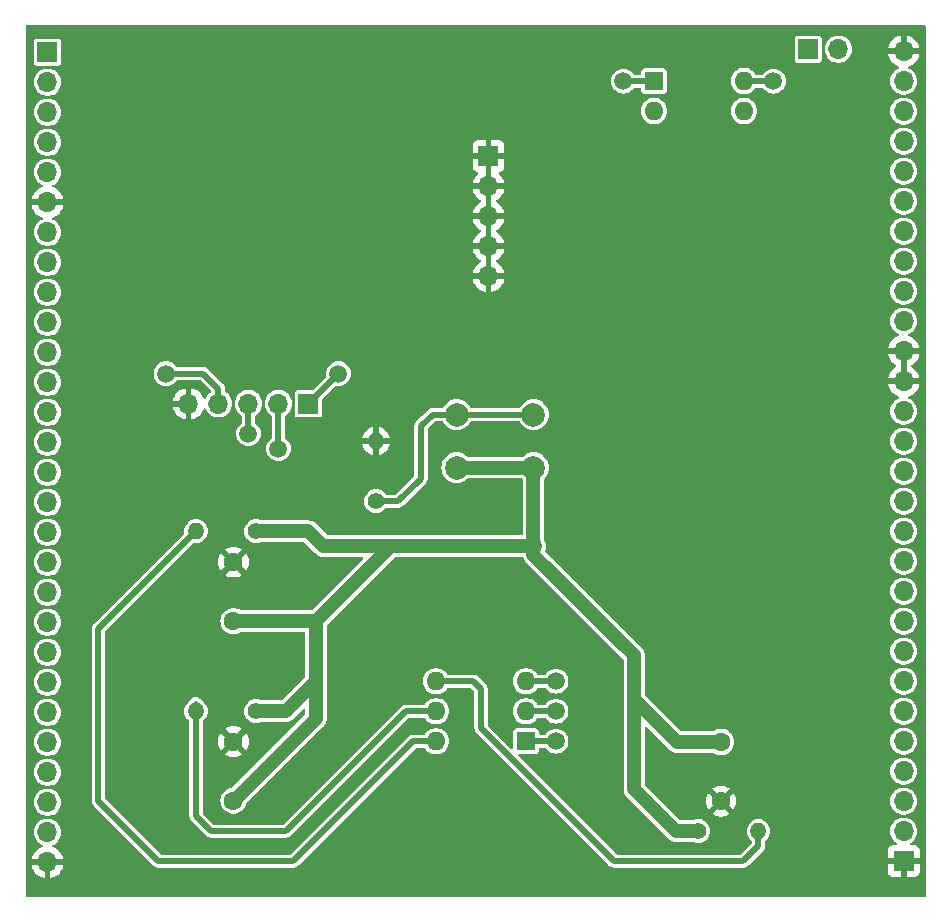
<source format=gbr>
%TF.GenerationSoftware,KiCad,Pcbnew,7.0.7*%
%TF.CreationDate,2024-01-26T20:02:37-03:00*%
%TF.ProjectId,hack_soc_shield,6861636b-5f73-46f6-935f-736869656c64,rev?*%
%TF.SameCoordinates,PX26ed550PY6160b60*%
%TF.FileFunction,Copper,L2,Bot*%
%TF.FilePolarity,Positive*%
%FSLAX46Y46*%
G04 Gerber Fmt 4.6, Leading zero omitted, Abs format (unit mm)*
G04 Created by KiCad (PCBNEW 7.0.7) date 2024-01-26 20:02:37*
%MOMM*%
%LPD*%
G01*
G04 APERTURE LIST*
%TA.AperFunction,ComponentPad*%
%ADD10R,1.700000X1.700000*%
%TD*%
%TA.AperFunction,ComponentPad*%
%ADD11O,1.700000X1.700000*%
%TD*%
%TA.AperFunction,ComponentPad*%
%ADD12C,2.000000*%
%TD*%
%TA.AperFunction,ComponentPad*%
%ADD13C,1.600000*%
%TD*%
%TA.AperFunction,ComponentPad*%
%ADD14C,1.400000*%
%TD*%
%TA.AperFunction,ComponentPad*%
%ADD15O,1.400000X1.400000*%
%TD*%
%TA.AperFunction,ComponentPad*%
%ADD16R,1.600000X1.600000*%
%TD*%
%TA.AperFunction,ComponentPad*%
%ADD17O,1.600000X1.600000*%
%TD*%
%TA.AperFunction,ViaPad*%
%ADD18C,1.500000*%
%TD*%
%TA.AperFunction,Conductor*%
%ADD19C,0.500000*%
%TD*%
%TA.AperFunction,Conductor*%
%ADD20C,1.200000*%
%TD*%
G04 APERTURE END LIST*
D10*
%TO.P,J5,1,Pin_1*%
%TO.N,+3.3V*%
X23952000Y41783000D03*
D11*
%TO.P,J5,2,Pin_2*%
%TO.N,mprj_io[27]*%
X21412000Y41783000D03*
%TO.P,J5,3,Pin_3*%
%TO.N,mprj_io[28]*%
X18872000Y41783000D03*
%TO.P,J5,4,Pin_4*%
%TO.N,mprj_io[29]*%
X16332000Y41783000D03*
%TO.P,J5,5,Pin_5*%
%TO.N,GND*%
X13792000Y41783000D03*
%TD*%
D12*
%TO.P,SW1,1,1*%
%TO.N,mprj_io[26]*%
X36502000Y40858000D03*
X43002000Y40858000D03*
%TO.P,SW1,2,2*%
%TO.N,+3.3V*%
X36502000Y36358000D03*
X43002000Y36358000D03*
%TD*%
D13*
%TO.P,C3,1*%
%TO.N,+3.3V*%
X17602000Y23368000D03*
%TO.P,C3,2*%
%TO.N,GND*%
X17602000Y28368000D03*
%TD*%
%TO.P,C2,1*%
%TO.N,+3.3V*%
X17602000Y8168000D03*
%TO.P,C2,2*%
%TO.N,GND*%
X17602000Y13168000D03*
%TD*%
D10*
%TO.P,J1,1,Pin_1*%
%TO.N,GND*%
X39192000Y62738000D03*
D11*
%TO.P,J1,2,Pin_2*%
X39192000Y60198000D03*
%TO.P,J1,3,Pin_3*%
X39192000Y57658000D03*
%TO.P,J1,4,Pin_4*%
X39192000Y55118000D03*
%TO.P,J1,5,Pin_5*%
X39192000Y52578000D03*
%TD*%
D14*
%TO.P,R2,1*%
%TO.N,+3.3V*%
X19507000Y15748000D03*
D15*
%TO.P,R2,2*%
%TO.N,rom_cs*%
X14427000Y15748000D03*
%TD*%
D16*
%TO.P,SW3,1*%
%TO.N,mprj_io[20]*%
X42367000Y13208000D03*
D17*
%TO.P,SW3,2*%
%TO.N,mprj_io[14]*%
X42367000Y15748000D03*
%TO.P,SW3,3*%
%TO.N,mprj_io[8]*%
X42367000Y18288000D03*
%TO.P,SW3,4*%
%TO.N,ram_cs*%
X34747000Y18288000D03*
%TO.P,SW3,5*%
%TO.N,rom_cs*%
X34747000Y15748000D03*
%TO.P,SW3,6*%
%TO.N,vram_cs*%
X34747000Y13208000D03*
%TD*%
D10*
%TO.P,J10,1,Pin_1*%
%TO.N,mprj_io[37]*%
X1854000Y71526400D03*
D11*
%TO.P,J10,2,Pin_2*%
%TO.N,mprj_io[36]*%
X1854000Y68986400D03*
%TO.P,J10,3,Pin_3*%
%TO.N,mprj_io[35]*%
X1854000Y66446400D03*
%TO.P,J10,4,Pin_4*%
%TO.N,mprj_io[34]*%
X1854000Y63906400D03*
%TO.P,J10,5,Pin_5*%
%TO.N,~{RST}*%
X1854000Y61366400D03*
%TO.P,J10,6,Pin_6*%
%TO.N,GND*%
X1854000Y58826400D03*
%TO.P,J10,7,Pin_7*%
%TO.N,vddio*%
X1854000Y56286400D03*
%TO.P,J10,8,Pin_8*%
%TO.N,mprj_io[33]*%
X1854000Y53746400D03*
%TO.P,J10,9,Pin_9*%
%TO.N,mprj_io[32]*%
X1854000Y51206400D03*
%TO.P,J10,10,Pin_10*%
%TO.N,mprj_io[31]*%
X1854000Y48666400D03*
%TO.P,J10,11,Pin_11*%
%TO.N,mprj_io[30]*%
X1854000Y46126400D03*
%TO.P,J10,12,Pin_12*%
%TO.N,mprj_io[29]*%
X1854000Y43586400D03*
%TO.P,J10,13,Pin_13*%
%TO.N,mprj_io[28]*%
X1854000Y41046400D03*
%TO.P,J10,14,Pin_14*%
%TO.N,mprj_io[27]*%
X1854000Y38506400D03*
%TO.P,J10,15,Pin_15*%
%TO.N,mprj_io[26]*%
X1854000Y35966400D03*
%TO.P,J10,16,Pin_16*%
%TO.N,mprj_io[25]*%
X1854000Y33426400D03*
%TO.P,J10,17,Pin_17*%
%TO.N,mprj_io[24]*%
X1854000Y30886400D03*
%TO.P,J10,18,Pin_18*%
%TO.N,mprj_io[23]*%
X1854000Y28346400D03*
%TO.P,J10,19,Pin_19*%
%TO.N,mprj_io[22]*%
X1854000Y25806400D03*
%TO.P,J10,20,Pin_20*%
%TO.N,mprj_io[21]*%
X1854000Y23266400D03*
%TO.P,J10,21,Pin_21*%
%TO.N,mprj_io[20]*%
X1854000Y20726400D03*
%TO.P,J10,22,Pin_22*%
%TO.N,mprj_io[19]*%
X1854000Y18186400D03*
%TO.P,J10,23,Pin_23*%
%TO.N,mprj_io[18]*%
X1854000Y15646400D03*
%TO.P,J10,24,Pin_24*%
%TO.N,mprj_io[17]*%
X1854000Y13106400D03*
%TO.P,J10,25,Pin_25*%
%TO.N,mprj_io[16]*%
X1854000Y10566400D03*
%TO.P,J10,26,Pin_26*%
%TO.N,mprj_io[15]*%
X1854000Y8026400D03*
%TO.P,J10,27,Pin_27*%
%TO.N,mprj_io[14]*%
X1854000Y5486400D03*
%TO.P,J10,28,Pin_28*%
%TO.N,GND*%
X1854000Y2946400D03*
%TD*%
D14*
%TO.P,R3,1*%
%TO.N,+3.3V*%
X19507000Y30988000D03*
D15*
%TO.P,R3,2*%
%TO.N,vram_cs*%
X14427000Y30988000D03*
%TD*%
D10*
%TO.P,J11,1,Pin_1*%
%TO.N,GND*%
X74345600Y3048000D03*
D11*
%TO.P,J11,2,Pin_2*%
%TO.N,mprj_io[13]*%
X74345600Y5588000D03*
%TO.P,J11,3,Pin_3*%
%TO.N,mprj_io[12]*%
X74345600Y8128000D03*
%TO.P,J11,4,Pin_4*%
%TO.N,mprj_io[11]*%
X74345600Y10668000D03*
%TO.P,J11,5,Pin_5*%
%TO.N,mprj_io[10]*%
X74345600Y13208000D03*
%TO.P,J11,6,Pin_6*%
%TO.N,mprj_io[9]*%
X74345600Y15748000D03*
%TO.P,J11,7,Pin_7*%
%TO.N,mprj_io[8]*%
X74345600Y18288000D03*
%TO.P,J11,8,Pin_8*%
%TO.N,mprj_io[7]*%
X74345600Y20828000D03*
%TO.P,J11,9,Pin_9*%
%TO.N,mprj_io[6]_ser_tx*%
X74345600Y23368000D03*
%TO.P,J11,10,Pin_10*%
%TO.N,mprj_io[5]_ser_rx*%
X74345600Y25908000D03*
%TO.P,J11,11,Pin_11*%
%TO.N,mprj_io[4]_SCK*%
X74345600Y28448000D03*
%TO.P,J11,12,Pin_12*%
%TO.N,mprj_io[3]_CSB*%
X74345600Y30988000D03*
%TO.P,J11,13,Pin_13*%
%TO.N,mprj_io[2]_SDI*%
X74345600Y33528000D03*
%TO.P,J11,14,Pin_14*%
%TO.N,mprj_io[1]_SDO*%
X74345600Y36068000D03*
%TO.P,J11,15,Pin_15*%
%TO.N,mprj_io[0]*%
X74345600Y38608000D03*
%TO.P,J11,16,Pin_16*%
%TO.N,vdda1*%
X74345600Y41148000D03*
%TO.P,J11,17,Pin_17*%
%TO.N,GND*%
X74345600Y43688000D03*
%TO.P,J11,18,Pin_18*%
X74345600Y46228000D03*
%TO.P,J11,19,Pin_19*%
%TO.N,xclk*%
X74345600Y48768000D03*
%TO.P,J11,20,Pin_20*%
%TO.N,gpio*%
X74345600Y51308000D03*
%TO.P,J11,21,Pin_21*%
%TO.N,vccd2*%
X74345600Y53848000D03*
%TO.P,J11,22,Pin_22*%
%TO.N,+1V8*%
X74345600Y56388000D03*
%TO.P,J11,23,Pin_23*%
X74345600Y58928000D03*
%TO.P,J11,24,Pin_24*%
%TO.N,vccd1*%
X74345600Y61468000D03*
%TO.P,J11,25,Pin_25*%
%TO.N,vdda2*%
X74345600Y64008000D03*
%TO.P,J11,26,Pin_26*%
%TO.N,+3.3V*%
X74345600Y66548000D03*
%TO.P,J11,27,Pin_27*%
X74345600Y69088000D03*
%TO.P,J11,28,Pin_28*%
%TO.N,GND*%
X74345600Y71628000D03*
%TD*%
D13*
%TO.P,C1,1*%
%TO.N,+3.3V*%
X58877000Y13128000D03*
%TO.P,C1,2*%
%TO.N,GND*%
X58877000Y8128000D03*
%TD*%
D16*
%TO.P,SW2,1*%
%TO.N,Net-(J2-Pin_1)*%
X53204500Y69093000D03*
D17*
%TO.P,SW2,2*%
%TO.N,unconnected-(SW2-Pad2)*%
X53204500Y66553000D03*
%TO.P,SW2,3*%
%TO.N,unconnected-(SW2-Pad3)*%
X60824500Y66553000D03*
%TO.P,SW2,4*%
%TO.N,Net-(J2-Pin_2)*%
X60824500Y69093000D03*
%TD*%
D14*
%TO.P,R4,1*%
%TO.N,mprj_io[26]*%
X29667000Y33528000D03*
D15*
%TO.P,R4,2*%
%TO.N,GND*%
X29667000Y38608000D03*
%TD*%
D14*
%TO.P,R1,1*%
%TO.N,+3.3V*%
X56972000Y5588000D03*
D15*
%TO.P,R1,2*%
%TO.N,ram_cs*%
X62052000Y5588000D03*
%TD*%
D10*
%TO.P,J2,1,Pin_1*%
%TO.N,Net-(J2-Pin_1)*%
X66273400Y71780400D03*
D11*
%TO.P,J2,2,Pin_2*%
%TO.N,Net-(J2-Pin_2)*%
X68813400Y71780400D03*
%TD*%
D18*
%TO.N,GND*%
X50622000Y6223000D03*
X23317000Y56388000D03*
X8712000Y13843000D03*
X68402000Y8128000D03*
X49352000Y53213000D03*
X8712000Y29083000D03*
X37287000Y25908000D03*
X39192000Y70358000D03*
X57607000Y27813000D03*
X37287000Y6858000D03*
%TO.N,mprj_io[29]*%
X11887000Y44323000D03*
%TO.N,mprj_io[28]*%
X18872000Y39243000D03*
%TO.N,mprj_io[27]*%
X21412000Y37973000D03*
%TO.N,mprj_io[20]*%
X44907000Y13208000D03*
%TO.N,mprj_io[14]*%
X44907000Y15748000D03*
%TO.N,mprj_io[8]*%
X44907000Y18288000D03*
%TO.N,+3.3V*%
X26492000Y44323000D03*
X43002000Y29718000D03*
%TO.N,Net-(J2-Pin_1)*%
X50622000Y69088000D03*
%TO.N,Net-(J2-Pin_2)*%
X63322000Y69088000D03*
%TD*%
D19*
%TO.N,mprj_io[29]*%
X16332000Y41783000D02*
X16332000Y43053000D01*
X16332000Y43053000D02*
X15062000Y44323000D01*
X15062000Y44323000D02*
X11887000Y44323000D01*
%TO.N,mprj_io[28]*%
X18872000Y39243000D02*
X18872000Y41783000D01*
%TO.N,mprj_io[27]*%
X21412000Y37973000D02*
X21412000Y41783000D01*
%TO.N,mprj_io[26]*%
X36502000Y40858000D02*
X34457000Y40858000D01*
X33477000Y35433000D02*
X31572000Y33528000D01*
X31572000Y33528000D02*
X29667000Y33528000D01*
X33477000Y39878000D02*
X33477000Y35433000D01*
X36502000Y40858000D02*
X43002000Y40858000D01*
X34457000Y40858000D02*
X33477000Y39878000D01*
%TO.N,mprj_io[20]*%
X42367000Y13208000D02*
X44907000Y13208000D01*
%TO.N,mprj_io[14]*%
X42367000Y15748000D02*
X44907000Y15748000D01*
%TO.N,mprj_io[8]*%
X44907000Y18288000D02*
X42367000Y18288000D01*
D20*
%TO.N,+3.3V*%
X51534500Y16740500D02*
X55147000Y13128000D01*
X55067000Y5588000D02*
X56972000Y5588000D01*
X25222000Y29718000D02*
X23952000Y30988000D01*
X23952000Y30988000D02*
X19507000Y30988000D01*
X43002000Y29718000D02*
X43002000Y29003000D01*
X30937000Y29718000D02*
X24587000Y23368000D01*
X22047000Y15748000D02*
X19507000Y15748000D01*
X43002000Y29003000D02*
X51534500Y20470500D01*
X24587000Y15113000D02*
X17642000Y8168000D01*
X51534500Y20470500D02*
X51534500Y9120500D01*
X24587000Y23368000D02*
X17602000Y23368000D01*
X43002000Y29718000D02*
X43002000Y36358000D01*
X43002000Y29718000D02*
X30937000Y29718000D01*
X55147000Y13128000D02*
X58877000Y13128000D01*
X24587000Y20828000D02*
X24587000Y18288000D01*
X43002000Y36358000D02*
X36502000Y36358000D01*
X51534500Y9120500D02*
X55067000Y5588000D01*
X24587000Y20828000D02*
X24587000Y15113000D01*
X24587000Y23368000D02*
X24587000Y20828000D01*
X17642000Y8168000D02*
X17602000Y8168000D01*
X24587000Y18288000D02*
X22047000Y15748000D01*
X30937000Y29718000D02*
X25222000Y29718000D01*
D19*
X23952000Y41783000D02*
X26492000Y44323000D01*
D20*
X51534500Y20470500D02*
X51534500Y16740500D01*
D19*
%TO.N,Net-(J2-Pin_1)*%
X50622000Y69088000D02*
X53199500Y69088000D01*
X53199500Y69088000D02*
X53204500Y69093000D01*
%TO.N,Net-(J2-Pin_2)*%
X63322000Y69088000D02*
X60829500Y69088000D01*
X60829500Y69088000D02*
X60824500Y69093000D01*
%TO.N,ram_cs*%
X62052000Y4318000D02*
X62052000Y5588000D01*
X38557000Y14318000D02*
X49827000Y3048000D01*
X38557000Y17653000D02*
X38557000Y14318000D01*
X60782000Y3048000D02*
X62052000Y4318000D01*
X49827000Y3048000D02*
X60782000Y3048000D01*
X34747000Y18288000D02*
X37922000Y18288000D01*
X37922000Y18288000D02*
X38557000Y17653000D01*
%TO.N,rom_cs*%
X22047000Y5588000D02*
X32207000Y15748000D01*
X15697000Y5588000D02*
X22047000Y5588000D01*
X14427000Y15748000D02*
X14427000Y16383000D01*
X14427000Y15748000D02*
X14427000Y6858000D01*
X32207000Y15748000D02*
X34747000Y15748000D01*
X14427000Y6858000D02*
X15697000Y5588000D01*
%TO.N,vram_cs*%
X34747000Y13208000D02*
X32842000Y13208000D01*
X6172000Y22733000D02*
X14427000Y30988000D01*
X6172000Y8128000D02*
X6172000Y22733000D01*
X22682000Y3048000D02*
X11252000Y3048000D01*
X32842000Y13208000D02*
X22682000Y3048000D01*
X11252000Y3048000D02*
X6172000Y8128000D01*
%TD*%
%TA.AperFunction,Conductor*%
%TO.N,GND*%
G36*
X74537466Y45729413D02*
G01*
X74584416Y45681104D01*
X74595600Y45633010D01*
X74595600Y44282991D01*
X74574783Y44218922D01*
X74520283Y44179326D01*
X74471088Y44175100D01*
X74381364Y44188000D01*
X74381363Y44188000D01*
X74309837Y44188000D01*
X74309835Y44188000D01*
X74220111Y44175100D01*
X74153732Y44186588D01*
X74106782Y44234899D01*
X74095599Y44282991D01*
X74095600Y44838000D01*
X74095599Y45633010D01*
X74116416Y45697078D01*
X74170916Y45736675D01*
X74220112Y45740900D01*
X74309824Y45728001D01*
X74309836Y45728001D01*
X74309837Y45728000D01*
X74309838Y45728000D01*
X74381362Y45728000D01*
X74381363Y45728000D01*
X74381364Y45728001D01*
X74381375Y45728001D01*
X74471087Y45740900D01*
X74537466Y45729413D01*
G37*
%TD.AperFunction*%
%TA.AperFunction,Conductor*%
G36*
X39383866Y54619413D02*
G01*
X39430816Y54571104D01*
X39442000Y54523010D01*
X39442000Y53172991D01*
X39421183Y53108922D01*
X39366683Y53069326D01*
X39317488Y53065100D01*
X39227764Y53078000D01*
X39227763Y53078000D01*
X39156237Y53078000D01*
X39156235Y53078000D01*
X39066512Y53065100D01*
X39000133Y53076588D01*
X38953183Y53124898D01*
X38942000Y53172991D01*
X38942000Y54523010D01*
X38962817Y54587079D01*
X39017317Y54626675D01*
X39066513Y54630900D01*
X39156224Y54618001D01*
X39156236Y54618001D01*
X39156237Y54618000D01*
X39156238Y54618000D01*
X39227762Y54618000D01*
X39227763Y54618000D01*
X39227764Y54618001D01*
X39227775Y54618001D01*
X39317487Y54630900D01*
X39383866Y54619413D01*
G37*
%TD.AperFunction*%
%TA.AperFunction,Conductor*%
G36*
X39383866Y57159413D02*
G01*
X39430816Y57111104D01*
X39442000Y57063010D01*
X39442000Y55712991D01*
X39421183Y55648922D01*
X39366683Y55609326D01*
X39317488Y55605100D01*
X39227764Y55618000D01*
X39227763Y55618000D01*
X39156237Y55618000D01*
X39156235Y55618000D01*
X39066512Y55605100D01*
X39000133Y55616588D01*
X38953183Y55664898D01*
X38942000Y55712991D01*
X38942000Y57063010D01*
X38962817Y57127079D01*
X39017317Y57166675D01*
X39066513Y57170900D01*
X39156224Y57158001D01*
X39156236Y57158001D01*
X39156237Y57158000D01*
X39156238Y57158000D01*
X39227762Y57158000D01*
X39227763Y57158000D01*
X39227764Y57158001D01*
X39227775Y57158001D01*
X39317487Y57170900D01*
X39383866Y57159413D01*
G37*
%TD.AperFunction*%
%TA.AperFunction,Conductor*%
G36*
X39383866Y59699413D02*
G01*
X39430816Y59651104D01*
X39442000Y59603010D01*
X39442000Y58252991D01*
X39421183Y58188922D01*
X39366683Y58149326D01*
X39317488Y58145100D01*
X39227764Y58158000D01*
X39227763Y58158000D01*
X39156237Y58158000D01*
X39156235Y58158000D01*
X39066512Y58145100D01*
X39000133Y58156588D01*
X38953183Y58204898D01*
X38942000Y58252991D01*
X38942000Y59603010D01*
X38962817Y59667079D01*
X39017317Y59706675D01*
X39066513Y59710900D01*
X39156224Y59698001D01*
X39156236Y59698001D01*
X39156237Y59698000D01*
X39156238Y59698000D01*
X39227762Y59698000D01*
X39227763Y59698000D01*
X39227764Y59698001D01*
X39227775Y59698001D01*
X39317487Y59710900D01*
X39383866Y59699413D01*
G37*
%TD.AperFunction*%
%TA.AperFunction,Conductor*%
G36*
X39383866Y62239413D02*
G01*
X39430816Y62191104D01*
X39442000Y62143010D01*
X39442000Y60792991D01*
X39421183Y60728922D01*
X39366683Y60689326D01*
X39317488Y60685100D01*
X39227764Y60698000D01*
X39227763Y60698000D01*
X39156237Y60698000D01*
X39156235Y60698000D01*
X39066512Y60685100D01*
X39000133Y60696588D01*
X38953183Y60744898D01*
X38942000Y60792991D01*
X38942000Y62143010D01*
X38962817Y62207079D01*
X39017317Y62246675D01*
X39066513Y62250900D01*
X39156224Y62238001D01*
X39156236Y62238001D01*
X39156237Y62238000D01*
X39156238Y62238000D01*
X39227762Y62238000D01*
X39227763Y62238000D01*
X39227764Y62238001D01*
X39227775Y62238001D01*
X39317487Y62250900D01*
X39383866Y62239413D01*
G37*
%TD.AperFunction*%
%TA.AperFunction,Conductor*%
G36*
X76154569Y73810683D02*
G01*
X76194165Y73756183D01*
X76199500Y73722500D01*
X76199500Y109500D01*
X76178683Y45431D01*
X76124183Y5835D01*
X76090500Y500D01*
X109500Y500D01*
X45431Y21317D01*
X5835Y75817D01*
X500Y109500D01*
X500Y2696400D01*
X523364Y2696400D01*
X580568Y2482911D01*
X580573Y2482898D01*
X680398Y2268824D01*
X680400Y2268820D01*
X815888Y2075324D01*
X982923Y1908289D01*
X1176419Y1772801D01*
X1176423Y1772799D01*
X1390497Y1672974D01*
X1390510Y1672969D01*
X1603999Y1615766D01*
X1604000Y1615766D01*
X1604000Y2351410D01*
X1624817Y2415479D01*
X1679317Y2455075D01*
X1728513Y2459300D01*
X1818224Y2446401D01*
X1818236Y2446401D01*
X1818237Y2446400D01*
X1818238Y2446400D01*
X1889762Y2446400D01*
X1889763Y2446400D01*
X1889764Y2446401D01*
X1889775Y2446401D01*
X1979486Y2459300D01*
X2045865Y2447814D01*
X2092815Y2399504D01*
X2103999Y2351410D01*
X2103999Y1615766D01*
X2104000Y1615766D01*
X2317489Y1672969D01*
X2317502Y1672974D01*
X2531576Y1772799D01*
X2531580Y1772801D01*
X2725076Y1908289D01*
X2892111Y2075324D01*
X2944515Y2150164D01*
X72995600Y2150164D01*
X73002000Y2090630D01*
X73002000Y2090629D01*
X73052248Y1955910D01*
X73052249Y1955906D01*
X73138406Y1840817D01*
X73138416Y1840807D01*
X73253505Y1754650D01*
X73253509Y1754649D01*
X73388229Y1704401D01*
X73447764Y1698000D01*
X74095599Y1698000D01*
X74095600Y1698001D01*
X74095600Y2453010D01*
X74116417Y2517079D01*
X74170917Y2556675D01*
X74220113Y2560900D01*
X74309824Y2548001D01*
X74309836Y2548001D01*
X74309837Y2548000D01*
X74309838Y2548000D01*
X74381362Y2548000D01*
X74381363Y2548000D01*
X74381364Y2548001D01*
X74381375Y2548001D01*
X74471087Y2560900D01*
X74537466Y2549413D01*
X74584416Y2501104D01*
X74595600Y2453010D01*
X74595599Y1698002D01*
X74595601Y1698000D01*
X75243436Y1698000D01*
X75302970Y1704401D01*
X75302971Y1704401D01*
X75437690Y1754649D01*
X75437694Y1754650D01*
X75552783Y1840807D01*
X75552793Y1840817D01*
X75638950Y1955906D01*
X75638951Y1955910D01*
X75689199Y2090629D01*
X75689199Y2090630D01*
X75695600Y2150164D01*
X75695599Y2798000D01*
X74938909Y2798000D01*
X74874840Y2818817D01*
X74835244Y2873317D01*
X74834324Y2937708D01*
X74845600Y2976112D01*
X74845600Y3119889D01*
X74834324Y3158292D01*
X74836248Y3225630D01*
X74877385Y3278977D01*
X74938909Y3298000D01*
X75695599Y3298000D01*
X75695599Y3298002D01*
X75695600Y3945837D01*
X75689199Y4005371D01*
X75689199Y4005372D01*
X75638951Y4140091D01*
X75638950Y4140095D01*
X75552793Y4255184D01*
X75552783Y4255194D01*
X75437694Y4341351D01*
X75437690Y4341352D01*
X75302970Y4391600D01*
X75243436Y4398000D01*
X74992248Y4398000D01*
X74928179Y4418817D01*
X74888583Y4473317D01*
X74888583Y4540683D01*
X74928179Y4595183D01*
X74934867Y4599673D01*
X75041892Y4665941D01*
X75041896Y4665945D01*
X75041902Y4665948D01*
X75199472Y4809593D01*
X75327966Y4979745D01*
X75423005Y5170611D01*
X75481356Y5375690D01*
X75501029Y5588000D01*
X75481356Y5800310D01*
X75423005Y6005389D01*
X75352722Y6146538D01*
X75327967Y6196254D01*
X75199470Y6366409D01*
X75041903Y6510051D01*
X75041899Y6510054D01*
X74860624Y6622295D01*
X74860622Y6622297D01*
X74661798Y6699321D01*
X74661794Y6699322D01*
X74452210Y6738500D01*
X74238990Y6738500D01*
X74238989Y6738500D01*
X74029405Y6699322D01*
X74029401Y6699321D01*
X73830577Y6622297D01*
X73830575Y6622295D01*
X73649300Y6510054D01*
X73649296Y6510051D01*
X73491729Y6366409D01*
X73363232Y6196254D01*
X73268194Y6005388D01*
X73209843Y5800310D01*
X73190171Y5588001D01*
X73190171Y5588000D01*
X73209843Y5375691D01*
X73268194Y5170613D01*
X73363232Y4979747D01*
X73421890Y4902073D01*
X73470138Y4838182D01*
X73491729Y4809592D01*
X73526165Y4778199D01*
X73639774Y4674630D01*
X73649296Y4665950D01*
X73649307Y4665941D01*
X73756333Y4599673D01*
X73799847Y4548246D01*
X73804822Y4481065D01*
X73769358Y4423789D01*
X73707002Y4398298D01*
X73698952Y4398000D01*
X73447764Y4398000D01*
X73388229Y4391600D01*
X73388228Y4391600D01*
X73253509Y4341352D01*
X73253505Y4341351D01*
X73138416Y4255194D01*
X73138406Y4255184D01*
X73052249Y4140095D01*
X73052248Y4140091D01*
X73002000Y4005372D01*
X73002000Y4005371D01*
X72995600Y3945837D01*
X72995600Y3298001D01*
X72995601Y3298000D01*
X73752291Y3298000D01*
X73816360Y3277183D01*
X73855956Y3222683D01*
X73856876Y3158292D01*
X73845600Y3119889D01*
X73845600Y2976112D01*
X73856876Y2937708D01*
X73854952Y2870370D01*
X73813815Y2817023D01*
X73752291Y2798000D01*
X72995600Y2798000D01*
X72995600Y2150164D01*
X2944515Y2150164D01*
X3027599Y2268820D01*
X3027601Y2268824D01*
X3127426Y2482898D01*
X3127431Y2482911D01*
X3184636Y2696400D01*
X2447309Y2696400D01*
X2383240Y2717217D01*
X2343644Y2771717D01*
X2342724Y2836108D01*
X2354000Y2874512D01*
X2354000Y3018289D01*
X2342724Y3056692D01*
X2344648Y3124030D01*
X2385785Y3177377D01*
X2447309Y3196400D01*
X3184635Y3196400D01*
X3184635Y3196401D01*
X3127431Y3409890D01*
X3127427Y3409899D01*
X3027602Y3623973D01*
X2892107Y3817481D01*
X2725082Y3984507D01*
X2725076Y3984512D01*
X2531580Y4120000D01*
X2531576Y4120002D01*
X2317502Y4219827D01*
X2317488Y4219832D01*
X2315871Y4220265D01*
X2315327Y4220618D01*
X2313022Y4221457D01*
X2313215Y4221990D01*
X2259375Y4256957D01*
X2235235Y4319849D01*
X2252673Y4384919D01*
X2304709Y4427189D01*
X2369019Y4452102D01*
X2550302Y4564348D01*
X2707872Y4707993D01*
X2836366Y4878145D01*
X2931405Y5069011D01*
X2989756Y5274090D01*
X3009429Y5486400D01*
X3000014Y5588001D01*
X2989756Y5698710D01*
X2931405Y5903788D01*
X2836367Y6094654D01*
X2759641Y6196254D01*
X2707872Y6264807D01*
X2550302Y6408452D01*
X2480147Y6451890D01*
X2369024Y6520695D01*
X2369022Y6520697D01*
X2170198Y6597721D01*
X2170194Y6597722D01*
X1960610Y6636900D01*
X1747390Y6636900D01*
X1747389Y6636900D01*
X1537805Y6597722D01*
X1537801Y6597721D01*
X1338977Y6520697D01*
X1338975Y6520695D01*
X1157700Y6408454D01*
X1157696Y6408451D01*
X1000129Y6264809D01*
X871632Y6094654D01*
X776594Y5903788D01*
X718243Y5698710D01*
X698571Y5486401D01*
X698571Y5486400D01*
X718243Y5274091D01*
X776594Y5069013D01*
X871632Y4878147D01*
X923403Y4809592D01*
X1000128Y4707993D01*
X1157698Y4564348D01*
X1292204Y4481065D01*
X1338975Y4452106D01*
X1338977Y4452104D01*
X1338979Y4452104D01*
X1338981Y4452102D01*
X1403289Y4427190D01*
X1455510Y4384634D01*
X1472746Y4319510D01*
X1448410Y4256694D01*
X1394786Y4221985D01*
X1394978Y4221457D01*
X1392679Y4220621D01*
X1392132Y4220266D01*
X1390513Y4219833D01*
X1390501Y4219828D01*
X1176427Y4120003D01*
X982923Y3984511D01*
X815889Y3817477D01*
X680397Y3623973D01*
X580572Y3409899D01*
X580568Y3409890D01*
X523364Y3196401D01*
X523365Y3196400D01*
X1260691Y3196400D01*
X1324760Y3175583D01*
X1364356Y3121083D01*
X1365276Y3056692D01*
X1354000Y3018289D01*
X1354000Y2874512D01*
X1365276Y2836108D01*
X1363352Y2768770D01*
X1322215Y2715423D01*
X1260691Y2696400D01*
X523364Y2696400D01*
X500Y2696400D01*
X500Y8026400D01*
X698571Y8026400D01*
X718243Y7814091D01*
X776594Y7609013D01*
X871632Y7418147D01*
X923403Y7349592D01*
X1000128Y7247993D01*
X1157698Y7104348D01*
X1329673Y6997865D01*
X1338975Y6992106D01*
X1338977Y6992104D01*
X1338979Y6992104D01*
X1338981Y6992102D01*
X1537802Y6915079D01*
X1747390Y6875900D01*
X1747391Y6875900D01*
X1960609Y6875900D01*
X1960610Y6875900D01*
X2170198Y6915079D01*
X2369019Y6992102D01*
X2550302Y7104348D01*
X2707872Y7247993D01*
X2836366Y7418145D01*
X2931405Y7609011D01*
X2989756Y7814090D01*
X3009429Y8026400D01*
X3000014Y8128001D01*
X2989756Y8238710D01*
X2931405Y8443788D01*
X2915053Y8476627D01*
X2869931Y8567247D01*
X2836367Y8634654D01*
X2759641Y8736254D01*
X2707872Y8804807D01*
X2550302Y8948452D01*
X2501196Y8978857D01*
X2369024Y9060695D01*
X2369022Y9060697D01*
X2170198Y9137721D01*
X2170194Y9137722D01*
X1960610Y9176900D01*
X1747390Y9176900D01*
X1747389Y9176900D01*
X1537805Y9137722D01*
X1537801Y9137721D01*
X1338977Y9060697D01*
X1338975Y9060695D01*
X1157700Y8948454D01*
X1157696Y8948451D01*
X1000129Y8804809D01*
X871632Y8634654D01*
X776594Y8443788D01*
X718243Y8238710D01*
X698571Y8026401D01*
X698571Y8026400D01*
X500Y8026400D01*
X500Y10566400D01*
X698571Y10566400D01*
X718243Y10354091D01*
X776594Y10149013D01*
X871632Y9958147D01*
X923403Y9889592D01*
X1000128Y9787993D01*
X1157698Y9644348D01*
X1299286Y9556680D01*
X1338975Y9532106D01*
X1338977Y9532104D01*
X1338979Y9532104D01*
X1338981Y9532102D01*
X1537802Y9455079D01*
X1747390Y9415900D01*
X1747391Y9415900D01*
X1960609Y9415900D01*
X1960610Y9415900D01*
X2170198Y9455079D01*
X2369019Y9532102D01*
X2550302Y9644348D01*
X2707872Y9787993D01*
X2836366Y9958145D01*
X2931405Y10149011D01*
X2989756Y10354090D01*
X3009429Y10566400D01*
X3000014Y10668001D01*
X2989756Y10778710D01*
X2931405Y10983788D01*
X2836367Y11174654D01*
X2759641Y11276254D01*
X2707872Y11344807D01*
X2550302Y11488452D01*
X2386214Y11590051D01*
X2369024Y11600695D01*
X2369022Y11600697D01*
X2170198Y11677721D01*
X2170194Y11677722D01*
X1960610Y11716900D01*
X1747390Y11716900D01*
X1747389Y11716900D01*
X1537805Y11677722D01*
X1537801Y11677721D01*
X1338977Y11600697D01*
X1338975Y11600695D01*
X1157700Y11488454D01*
X1157696Y11488451D01*
X1000129Y11344809D01*
X871632Y11174654D01*
X776594Y10983788D01*
X718243Y10778710D01*
X698571Y10566401D01*
X698571Y10566400D01*
X500Y10566400D01*
X500Y13106400D01*
X698571Y13106400D01*
X718243Y12894091D01*
X776594Y12689013D01*
X871632Y12498147D01*
X954908Y12387873D01*
X1000128Y12327993D01*
X1157698Y12184348D01*
X1311730Y12088975D01*
X1338975Y12072106D01*
X1338977Y12072104D01*
X1338979Y12072104D01*
X1338981Y12072102D01*
X1537802Y11995079D01*
X1747390Y11955900D01*
X1747391Y11955900D01*
X1960609Y11955900D01*
X1960610Y11955900D01*
X2170198Y11995079D01*
X2369019Y12072102D01*
X2550302Y12184348D01*
X2707872Y12327993D01*
X2836366Y12498145D01*
X2931405Y12689011D01*
X2989756Y12894090D01*
X3009429Y13106400D01*
X3000014Y13208001D01*
X2989756Y13318710D01*
X2984475Y13337269D01*
X2931405Y13523789D01*
X2858281Y13670644D01*
X2836367Y13714654D01*
X2759641Y13816254D01*
X2707872Y13884807D01*
X2678161Y13911892D01*
X2550303Y14028451D01*
X2550299Y14028454D01*
X2369024Y14140695D01*
X2369022Y14140697D01*
X2170198Y14217721D01*
X2170194Y14217722D01*
X1960610Y14256900D01*
X1747390Y14256900D01*
X1747389Y14256900D01*
X1537805Y14217722D01*
X1537801Y14217721D01*
X1338977Y14140697D01*
X1338975Y14140695D01*
X1157700Y14028454D01*
X1157696Y14028451D01*
X1000129Y13884809D01*
X871632Y13714654D01*
X776594Y13523788D01*
X718243Y13318710D01*
X698571Y13106401D01*
X698571Y13106400D01*
X500Y13106400D01*
X500Y15646400D01*
X698571Y15646400D01*
X718243Y15434091D01*
X776594Y15229013D01*
X871632Y15038147D01*
X933400Y14956354D01*
X1000128Y14867993D01*
X1157698Y14724348D01*
X1326472Y14619847D01*
X1338975Y14612106D01*
X1338977Y14612104D01*
X1338979Y14612104D01*
X1338981Y14612102D01*
X1537802Y14535079D01*
X1747390Y14495900D01*
X1747391Y14495900D01*
X1960609Y14495900D01*
X1960610Y14495900D01*
X2170198Y14535079D01*
X2369019Y14612102D01*
X2550302Y14724348D01*
X2707872Y14867993D01*
X2836366Y15038145D01*
X2931405Y15229011D01*
X2989756Y15434090D01*
X3009429Y15646400D01*
X3000014Y15748001D01*
X2989756Y15858710D01*
X2931405Y16063788D01*
X2914689Y16097358D01*
X2858281Y16210644D01*
X2836367Y16254654D01*
X2759641Y16356254D01*
X2707872Y16424807D01*
X2550302Y16568452D01*
X2478758Y16612750D01*
X2369024Y16680695D01*
X2369022Y16680697D01*
X2170198Y16757721D01*
X2170194Y16757722D01*
X1960610Y16796900D01*
X1747390Y16796900D01*
X1747389Y16796900D01*
X1537805Y16757722D01*
X1537801Y16757721D01*
X1338977Y16680697D01*
X1338975Y16680695D01*
X1157700Y16568454D01*
X1157696Y16568451D01*
X1000129Y16424809D01*
X871632Y16254654D01*
X776594Y16063788D01*
X718243Y15858710D01*
X698571Y15646401D01*
X698571Y15646400D01*
X500Y15646400D01*
X500Y18186400D01*
X698571Y18186400D01*
X718243Y17974091D01*
X776594Y17769013D01*
X871632Y17578147D01*
X923403Y17509592D01*
X1000128Y17407993D01*
X1157698Y17264348D01*
X1299286Y17176680D01*
X1338975Y17152106D01*
X1338977Y17152104D01*
X1338979Y17152104D01*
X1338981Y17152102D01*
X1537802Y17075079D01*
X1747390Y17035900D01*
X1747391Y17035900D01*
X1960609Y17035900D01*
X1960610Y17035900D01*
X2170198Y17075079D01*
X2369019Y17152102D01*
X2550302Y17264348D01*
X2707872Y17407993D01*
X2836366Y17578145D01*
X2931405Y17769011D01*
X2989756Y17974090D01*
X3009429Y18186400D01*
X3000014Y18288001D01*
X2989756Y18398710D01*
X2931405Y18603788D01*
X2918814Y18629074D01*
X2880436Y18706149D01*
X2836367Y18794654D01*
X2759641Y18896254D01*
X2707872Y18964807D01*
X2550302Y19108452D01*
X2457869Y19165684D01*
X2369024Y19220695D01*
X2369022Y19220697D01*
X2170198Y19297721D01*
X2170194Y19297722D01*
X1960610Y19336900D01*
X1747390Y19336900D01*
X1747389Y19336900D01*
X1537805Y19297722D01*
X1537801Y19297721D01*
X1338977Y19220697D01*
X1338975Y19220695D01*
X1157700Y19108454D01*
X1157696Y19108451D01*
X1000129Y18964809D01*
X871632Y18794654D01*
X776594Y18603788D01*
X718243Y18398710D01*
X698571Y18186401D01*
X698571Y18186400D01*
X500Y18186400D01*
X500Y20726400D01*
X698571Y20726400D01*
X718243Y20514091D01*
X776594Y20309013D01*
X871632Y20118147D01*
X923403Y20049592D01*
X1000128Y19947993D01*
X1157698Y19804348D01*
X1299286Y19716680D01*
X1338975Y19692106D01*
X1338977Y19692104D01*
X1338979Y19692104D01*
X1338981Y19692102D01*
X1537802Y19615079D01*
X1747390Y19575900D01*
X1747391Y19575900D01*
X1960609Y19575900D01*
X1960610Y19575900D01*
X2170198Y19615079D01*
X2369019Y19692102D01*
X2550302Y19804348D01*
X2707872Y19947993D01*
X2836366Y20118145D01*
X2931405Y20309011D01*
X2989756Y20514090D01*
X3009429Y20726400D01*
X3001110Y20816173D01*
X2989756Y20938710D01*
X2946546Y21090574D01*
X2931405Y21143789D01*
X2880815Y21245389D01*
X2836367Y21334654D01*
X2759641Y21436254D01*
X2707872Y21504807D01*
X2550302Y21648452D01*
X2386214Y21750051D01*
X2369024Y21760695D01*
X2369022Y21760697D01*
X2170198Y21837721D01*
X2170194Y21837722D01*
X1960610Y21876900D01*
X1747390Y21876900D01*
X1747389Y21876900D01*
X1537805Y21837722D01*
X1537801Y21837721D01*
X1338977Y21760697D01*
X1338975Y21760695D01*
X1157700Y21648454D01*
X1157696Y21648451D01*
X1000129Y21504809D01*
X871632Y21334654D01*
X776594Y21143788D01*
X718243Y20938710D01*
X698571Y20726401D01*
X698571Y20726400D01*
X500Y20726400D01*
X500Y23266400D01*
X698571Y23266400D01*
X718243Y23054091D01*
X776594Y22849013D01*
X871632Y22658147D01*
X1000129Y22487992D01*
X1040516Y22451174D01*
X1157698Y22344348D01*
X1299286Y22256680D01*
X1338975Y22232106D01*
X1338977Y22232104D01*
X1338979Y22232104D01*
X1338981Y22232102D01*
X1537802Y22155079D01*
X1747390Y22115900D01*
X1747391Y22115900D01*
X1960609Y22115900D01*
X1960610Y22115900D01*
X2170198Y22155079D01*
X2369019Y22232102D01*
X2550302Y22344348D01*
X2707872Y22487993D01*
X2836366Y22658145D01*
X2864192Y22714028D01*
X5616648Y22714028D01*
X5619915Y22695081D01*
X5621500Y22676560D01*
X5621500Y8137398D01*
X5619237Y8071175D01*
X5629806Y8027803D01*
X5630848Y8022320D01*
X5636929Y7978080D01*
X5644590Y7960444D01*
X5650515Y7942826D01*
X5655067Y7924146D01*
X5676951Y7885224D01*
X5679434Y7880225D01*
X5697220Y7839280D01*
X5709352Y7824368D01*
X5719807Y7809005D01*
X5729232Y7792243D01*
X5760805Y7760670D01*
X5764545Y7756525D01*
X5792721Y7721893D01*
X5792724Y7721890D01*
X5808425Y7710807D01*
X5822642Y7698833D01*
X10856092Y2665382D01*
X10882783Y2636804D01*
X10901320Y2616956D01*
X10920596Y2605234D01*
X10939467Y2593758D01*
X10944076Y2590621D01*
X10979658Y2563639D01*
X10997546Y2556585D01*
X11014181Y2548324D01*
X11030618Y2538328D01*
X11073622Y2526279D01*
X11078885Y2524510D01*
X11108249Y2512930D01*
X11120436Y2508124D01*
X11139562Y2506157D01*
X11157822Y2502687D01*
X11176334Y2497500D01*
X11176335Y2497500D01*
X11220976Y2497500D01*
X11226553Y2497214D01*
X11239193Y2495915D01*
X11270972Y2492648D01*
X11289920Y2495916D01*
X11308441Y2497500D01*
X22672603Y2497500D01*
X22738820Y2495238D01*
X22738821Y2495239D01*
X22738826Y2495238D01*
X22782216Y2505813D01*
X22787669Y2506849D01*
X22831920Y2512930D01*
X22849547Y2520588D01*
X22867176Y2526516D01*
X22880111Y2529669D01*
X22885852Y2531067D01*
X22924772Y2552952D01*
X22929763Y2555431D01*
X22970720Y2573220D01*
X22985630Y2585352D01*
X23001002Y2595813D01*
X23017759Y2605234D01*
X23049337Y2636814D01*
X23053475Y2640547D01*
X23084002Y2665382D01*
X23088108Y2668722D01*
X23099198Y2684435D01*
X23111161Y2698638D01*
X33038099Y12625575D01*
X33098124Y12656158D01*
X33115175Y12657500D01*
X33729398Y12657500D01*
X33793467Y12636683D01*
X33816382Y12614187D01*
X33930234Y12463423D01*
X33930236Y12463421D01*
X34080959Y12326019D01*
X34254363Y12218652D01*
X34444544Y12144976D01*
X34645024Y12107500D01*
X34645025Y12107500D01*
X34848975Y12107500D01*
X34848976Y12107500D01*
X35049456Y12144976D01*
X35239637Y12218652D01*
X35413041Y12326019D01*
X35563764Y12463421D01*
X35686673Y12626179D01*
X35777582Y12808750D01*
X35833397Y13004917D01*
X35852215Y13208000D01*
X35833397Y13411083D01*
X35803367Y13516627D01*
X35777583Y13607247D01*
X35777582Y13607248D01*
X35777582Y13607250D01*
X35686673Y13789821D01*
X35686672Y13789823D01*
X35563765Y13952578D01*
X35480483Y14028500D01*
X35413041Y14089981D01*
X35374010Y14114148D01*
X35239639Y14197347D01*
X35239637Y14197348D01*
X35049456Y14271024D01*
X35049452Y14271025D01*
X34848976Y14308500D01*
X34645024Y14308500D01*
X34645023Y14308500D01*
X34444547Y14271025D01*
X34444543Y14271024D01*
X34254362Y14197348D01*
X34254360Y14197347D01*
X34080961Y14089983D01*
X34080957Y14089980D01*
X33930234Y13952578D01*
X33816382Y13801813D01*
X33761159Y13763230D01*
X33729398Y13758500D01*
X32851397Y13758500D01*
X32785176Y13760763D01*
X32741802Y13750194D01*
X32736319Y13749152D01*
X32692082Y13743071D01*
X32692075Y13743069D01*
X32674443Y13735410D01*
X32656830Y13729487D01*
X32638148Y13724934D01*
X32599230Y13703052D01*
X32594232Y13700569D01*
X32553279Y13682780D01*
X32553277Y13682779D01*
X32538361Y13670644D01*
X32523003Y13660192D01*
X32506243Y13650768D01*
X32474672Y13619198D01*
X32470528Y13615458D01*
X32435891Y13587278D01*
X32435887Y13587273D01*
X32424802Y13571570D01*
X32412831Y13557358D01*
X22485900Y3630425D01*
X22425876Y3599842D01*
X22408825Y3598500D01*
X11525175Y3598500D01*
X11461106Y3619317D01*
X11448100Y3630425D01*
X6754425Y8324100D01*
X6723842Y8384124D01*
X6722500Y8401175D01*
X6722500Y15747999D01*
X13421659Y15747999D01*
X13440976Y15551865D01*
X13498185Y15363274D01*
X13498186Y15363272D01*
X13591090Y15189462D01*
X13591090Y15189461D01*
X13673187Y15089427D01*
X13716117Y15037117D01*
X13836649Y14938198D01*
X13872968Y14881463D01*
X13876500Y14853941D01*
X13876500Y6867398D01*
X13874237Y6801175D01*
X13884806Y6757803D01*
X13885848Y6752320D01*
X13891929Y6708080D01*
X13899590Y6690444D01*
X13905515Y6672826D01*
X13910067Y6654146D01*
X13931951Y6615224D01*
X13934434Y6610225D01*
X13952220Y6569280D01*
X13964352Y6554368D01*
X13974807Y6539005D01*
X13984232Y6522243D01*
X14015805Y6490670D01*
X14019545Y6486525D01*
X14047721Y6451893D01*
X14047724Y6451890D01*
X14063425Y6440807D01*
X14077642Y6428833D01*
X15301079Y5205397D01*
X15346320Y5156956D01*
X15384466Y5133759D01*
X15389083Y5130617D01*
X15424654Y5103641D01*
X15424656Y5103641D01*
X15424658Y5103639D01*
X15442546Y5096585D01*
X15459181Y5088324D01*
X15475618Y5078328D01*
X15518622Y5066279D01*
X15523885Y5064510D01*
X15553249Y5052930D01*
X15565436Y5048124D01*
X15584562Y5046157D01*
X15602822Y5042687D01*
X15621334Y5037500D01*
X15621335Y5037500D01*
X15665976Y5037500D01*
X15671553Y5037214D01*
X15684193Y5035915D01*
X15715972Y5032648D01*
X15734920Y5035916D01*
X15753441Y5037500D01*
X22037603Y5037500D01*
X22103820Y5035238D01*
X22103821Y5035239D01*
X22103826Y5035238D01*
X22147216Y5045813D01*
X22152669Y5046849D01*
X22196920Y5052930D01*
X22214547Y5060588D01*
X22232176Y5066516D01*
X22245111Y5069669D01*
X22250852Y5071067D01*
X22289772Y5092952D01*
X22294763Y5095431D01*
X22335720Y5113220D01*
X22350630Y5125352D01*
X22366002Y5135813D01*
X22382759Y5145234D01*
X22414337Y5176814D01*
X22418475Y5180547D01*
X22453108Y5208722D01*
X22464198Y5224435D01*
X22476161Y5238638D01*
X32403099Y15165575D01*
X32463124Y15196158D01*
X32480175Y15197500D01*
X33729398Y15197500D01*
X33793467Y15176683D01*
X33816382Y15154187D01*
X33930234Y15003423D01*
X33930236Y15003421D01*
X34080959Y14866019D01*
X34254363Y14758652D01*
X34444544Y14684976D01*
X34645024Y14647500D01*
X34645025Y14647500D01*
X34848975Y14647500D01*
X34848976Y14647500D01*
X35049456Y14684976D01*
X35239637Y14758652D01*
X35413041Y14866019D01*
X35563764Y15003421D01*
X35686673Y15166179D01*
X35777582Y15348750D01*
X35833397Y15544917D01*
X35852215Y15748000D01*
X35833397Y15951083D01*
X35777582Y16147250D01*
X35686673Y16329821D01*
X35686672Y16329823D01*
X35563765Y16492578D01*
X35463579Y16583910D01*
X35413041Y16629981D01*
X35383132Y16648500D01*
X35239639Y16737347D01*
X35239637Y16737348D01*
X35049456Y16811024D01*
X35049452Y16811025D01*
X34848976Y16848500D01*
X34645024Y16848500D01*
X34645023Y16848500D01*
X34444547Y16811025D01*
X34444543Y16811024D01*
X34254362Y16737348D01*
X34254360Y16737347D01*
X34080961Y16629983D01*
X34080957Y16629980D01*
X33930234Y16492578D01*
X33816382Y16341813D01*
X33761159Y16303230D01*
X33729398Y16298500D01*
X32216397Y16298500D01*
X32150176Y16300763D01*
X32106802Y16290194D01*
X32101319Y16289152D01*
X32057082Y16283071D01*
X32057075Y16283069D01*
X32039443Y16275410D01*
X32021830Y16269487D01*
X32003148Y16264934D01*
X31964230Y16243052D01*
X31959232Y16240569D01*
X31918279Y16222780D01*
X31918277Y16222779D01*
X31903361Y16210644D01*
X31888003Y16200192D01*
X31871243Y16190768D01*
X31839672Y16159198D01*
X31835528Y16155458D01*
X31800891Y16127278D01*
X31800887Y16127273D01*
X31789802Y16111570D01*
X31777831Y16097358D01*
X21850900Y6170425D01*
X21790876Y6139842D01*
X21773825Y6138500D01*
X15970174Y6138500D01*
X15906105Y6159317D01*
X15893099Y6170425D01*
X15453299Y6610225D01*
X15009422Y7054102D01*
X14978841Y7114124D01*
X14977499Y7131163D01*
X14977499Y8168000D01*
X16496785Y8168000D01*
X16515602Y7964918D01*
X16571416Y7768754D01*
X16571418Y7768750D01*
X16662327Y7586179D01*
X16662327Y7586178D01*
X16745894Y7475518D01*
X16785236Y7423421D01*
X16935959Y7286019D01*
X17109363Y7178652D01*
X17299544Y7104976D01*
X17500024Y7067500D01*
X17500025Y7067500D01*
X17703975Y7067500D01*
X17703976Y7067500D01*
X17904456Y7104976D01*
X18094637Y7178652D01*
X18268041Y7286019D01*
X18418764Y7423421D01*
X18541673Y7586179D01*
X18632582Y7768750D01*
X18671098Y7904121D01*
X18698859Y7951362D01*
X25167578Y14420081D01*
X25180571Y14431177D01*
X25192871Y14440112D01*
X25239498Y14491898D01*
X25241399Y14493902D01*
X25257119Y14509620D01*
X25271082Y14526864D01*
X25272924Y14529019D01*
X25313536Y14574124D01*
X25319533Y14580784D01*
X25327126Y14593938D01*
X25336822Y14608045D01*
X25340111Y14612106D01*
X25346383Y14619851D01*
X25378003Y14681913D01*
X25379331Y14684361D01*
X25414179Y14744716D01*
X25418876Y14759177D01*
X25425419Y14774972D01*
X25432320Y14788512D01*
X25450340Y14855771D01*
X25451147Y14858494D01*
X25459384Y14883845D01*
X25472674Y14924744D01*
X25474262Y14939860D01*
X25477381Y14956686D01*
X25481312Y14971354D01*
X25482896Y15001587D01*
X25484957Y15040921D01*
X25485176Y15043705D01*
X25487500Y15065808D01*
X25487500Y15087993D01*
X25487575Y15090846D01*
X25491219Y15160388D01*
X25488842Y15175396D01*
X25487500Y15192448D01*
X25487500Y18262993D01*
X25487575Y18265846D01*
X25488736Y18288000D01*
X33641785Y18288000D01*
X33660602Y18084918D01*
X33716416Y17888754D01*
X33716418Y17888750D01*
X33807327Y17706179D01*
X33807327Y17706178D01*
X33930234Y17543423D01*
X33930236Y17543421D01*
X34080959Y17406019D01*
X34254363Y17298652D01*
X34444544Y17224976D01*
X34645024Y17187500D01*
X34645025Y17187500D01*
X34848975Y17187500D01*
X34848976Y17187500D01*
X35049456Y17224976D01*
X35239637Y17298652D01*
X35413041Y17406019D01*
X35563764Y17543421D01*
X35639406Y17643587D01*
X35677618Y17694187D01*
X35732841Y17732770D01*
X35764602Y17737500D01*
X37648825Y17737500D01*
X37712894Y17716683D01*
X37725900Y17705575D01*
X37974575Y17456900D01*
X38005158Y17396876D01*
X38006500Y17379825D01*
X38006500Y14327398D01*
X38004237Y14261175D01*
X38014806Y14217803D01*
X38015848Y14212320D01*
X38021929Y14168080D01*
X38029590Y14150444D01*
X38035515Y14132826D01*
X38040067Y14114146D01*
X38061951Y14075224D01*
X38064434Y14070225D01*
X38071978Y14052859D01*
X38082220Y14029280D01*
X38094352Y14014368D01*
X38104807Y13999005D01*
X38114232Y13982243D01*
X38145805Y13950670D01*
X38149545Y13946525D01*
X38177721Y13911893D01*
X38177724Y13911890D01*
X38193425Y13900807D01*
X38207642Y13888833D01*
X49431092Y2665382D01*
X49457783Y2636804D01*
X49476320Y2616956D01*
X49495596Y2605234D01*
X49514467Y2593758D01*
X49519076Y2590621D01*
X49554658Y2563639D01*
X49572546Y2556585D01*
X49589181Y2548324D01*
X49605618Y2538328D01*
X49648622Y2526279D01*
X49653885Y2524510D01*
X49683249Y2512930D01*
X49695436Y2508124D01*
X49714562Y2506157D01*
X49732822Y2502687D01*
X49751334Y2497500D01*
X49751335Y2497500D01*
X49795976Y2497500D01*
X49801553Y2497214D01*
X49814193Y2495915D01*
X49845972Y2492648D01*
X49864920Y2495916D01*
X49883441Y2497500D01*
X60772603Y2497500D01*
X60838820Y2495238D01*
X60838821Y2495239D01*
X60838826Y2495238D01*
X60882216Y2505813D01*
X60887669Y2506849D01*
X60931920Y2512930D01*
X60949547Y2520588D01*
X60967176Y2526516D01*
X60980111Y2529669D01*
X60985852Y2531067D01*
X61024772Y2552952D01*
X61029763Y2555431D01*
X61070720Y2573220D01*
X61085630Y2585352D01*
X61101002Y2595813D01*
X61117759Y2605234D01*
X61149337Y2636814D01*
X61153475Y2640547D01*
X61184002Y2665382D01*
X61188108Y2668722D01*
X61199198Y2684435D01*
X61211161Y2698638D01*
X62434603Y3922080D01*
X62483044Y3967320D01*
X62506250Y4005485D01*
X62509369Y4010067D01*
X62536361Y4045658D01*
X62543417Y4063554D01*
X62551678Y4080185D01*
X62561672Y4096618D01*
X62573718Y4139613D01*
X62575497Y4144903D01*
X62591876Y4186436D01*
X62591877Y4186444D01*
X62593843Y4205563D01*
X62597313Y4223822D01*
X62602500Y4242336D01*
X62602500Y4286987D01*
X62602785Y4292553D01*
X62607352Y4336972D01*
X62604085Y4355923D01*
X62602500Y4374442D01*
X62602500Y4693941D01*
X62623317Y4758010D01*
X62642348Y4778197D01*
X62762883Y4877117D01*
X62887910Y5029462D01*
X62980814Y5203273D01*
X63038024Y5391868D01*
X63057341Y5588000D01*
X63038024Y5784132D01*
X63033116Y5800310D01*
X62980814Y5972727D01*
X62980813Y5972729D01*
X62963356Y6005389D01*
X62887910Y6146538D01*
X62887909Y6146540D01*
X62762886Y6298879D01*
X62762883Y6298883D01*
X62610538Y6423910D01*
X62558191Y6451890D01*
X62436728Y6516814D01*
X62436726Y6516815D01*
X62248135Y6574024D01*
X62248136Y6574024D01*
X62052001Y6593341D01*
X62051999Y6593341D01*
X61855864Y6574024D01*
X61667273Y6516815D01*
X61667271Y6516814D01*
X61493461Y6423910D01*
X61493460Y6423910D01*
X61341121Y6298887D01*
X61341113Y6298879D01*
X61216090Y6146540D01*
X61216090Y6146539D01*
X61123186Y5972729D01*
X61123185Y5972727D01*
X61065976Y5784136D01*
X61046659Y5588002D01*
X61046659Y5587999D01*
X61065976Y5391865D01*
X61123185Y5203274D01*
X61123186Y5203272D01*
X61216090Y5029462D01*
X61216090Y5029461D01*
X61307662Y4917882D01*
X61341117Y4877117D01*
X61461649Y4778198D01*
X61497968Y4721463D01*
X61501500Y4693941D01*
X61501500Y4591176D01*
X61480683Y4527107D01*
X61469575Y4514101D01*
X60585900Y3630425D01*
X60525876Y3599842D01*
X60508825Y3598500D01*
X50100175Y3598500D01*
X50036106Y3619317D01*
X50023100Y3630425D01*
X41732099Y11921426D01*
X41701516Y11981450D01*
X41712054Y12047986D01*
X41759689Y12095621D01*
X41809174Y12107501D01*
X43211858Y12107501D01*
X43211864Y12107501D01*
X43236991Y12110415D01*
X43339765Y12155794D01*
X43419206Y12235235D01*
X43464585Y12338009D01*
X43467500Y12363135D01*
X43467500Y12548500D01*
X43488317Y12612569D01*
X43542817Y12652165D01*
X43576500Y12657500D01*
X43948259Y12657500D01*
X44012328Y12636683D01*
X44032514Y12617652D01*
X44160590Y12461590D01*
X44320550Y12330315D01*
X44503046Y12232768D01*
X44701066Y12172700D01*
X44890054Y12154087D01*
X44906999Y12152417D01*
X44907000Y12152417D01*
X44907001Y12152417D01*
X44922657Y12153960D01*
X45112934Y12172700D01*
X45310954Y12232768D01*
X45493450Y12330315D01*
X45653410Y12461590D01*
X45784685Y12621550D01*
X45882232Y12804046D01*
X45942300Y13002066D01*
X45962583Y13208000D01*
X45942300Y13413934D01*
X45882232Y13611954D01*
X45784685Y13794450D01*
X45653410Y13954410D01*
X45493450Y14085685D01*
X45383952Y14144214D01*
X45310958Y14183230D01*
X45310957Y14183231D01*
X45310954Y14183232D01*
X45112934Y14243300D01*
X44931449Y14261175D01*
X44907001Y14263583D01*
X44906999Y14263583D01*
X44882551Y14261175D01*
X44701066Y14243300D01*
X44503046Y14183232D01*
X44503043Y14183231D01*
X44503041Y14183230D01*
X44320555Y14085688D01*
X44320552Y14085687D01*
X44320550Y14085685D01*
X44301712Y14070225D01*
X44160594Y13954414D01*
X44160586Y13954406D01*
X44093433Y13872579D01*
X44032515Y13798351D01*
X43975781Y13762032D01*
X43948259Y13758500D01*
X43576499Y13758500D01*
X43512430Y13779317D01*
X43472834Y13833817D01*
X43467499Y13867500D01*
X43467499Y14052859D01*
X43467498Y14052865D01*
X43464585Y14077991D01*
X43419206Y14180765D01*
X43339765Y14260206D01*
X43236991Y14305585D01*
X43211865Y14308500D01*
X43211864Y14308500D01*
X41522141Y14308500D01*
X41522120Y14308498D01*
X41497011Y14305586D01*
X41394234Y14260206D01*
X41314794Y14180766D01*
X41269415Y14077991D01*
X41266500Y14052866D01*
X41266500Y12650176D01*
X41245683Y12586107D01*
X41191183Y12546511D01*
X41123817Y12546511D01*
X41080425Y12573101D01*
X39139425Y14514100D01*
X39108842Y14574124D01*
X39107500Y14591175D01*
X39107500Y15748000D01*
X41261785Y15748000D01*
X41280602Y15544918D01*
X41336416Y15348754D01*
X41336418Y15348750D01*
X41427327Y15166179D01*
X41427327Y15166178D01*
X41550234Y15003423D01*
X41550236Y15003421D01*
X41700959Y14866019D01*
X41874363Y14758652D01*
X42064544Y14684976D01*
X42265024Y14647500D01*
X42265025Y14647500D01*
X42468975Y14647500D01*
X42468976Y14647500D01*
X42669456Y14684976D01*
X42859637Y14758652D01*
X43033041Y14866019D01*
X43183764Y15003421D01*
X43229458Y15063930D01*
X43297618Y15154187D01*
X43352841Y15192770D01*
X43384602Y15197500D01*
X43948259Y15197500D01*
X44012328Y15176683D01*
X44032514Y15157652D01*
X44160590Y15001590D01*
X44320550Y14870315D01*
X44503046Y14772768D01*
X44701066Y14712700D01*
X44890054Y14694087D01*
X44906999Y14692417D01*
X44907000Y14692417D01*
X44907001Y14692417D01*
X44922657Y14693960D01*
X45112934Y14712700D01*
X45310954Y14772768D01*
X45493450Y14870315D01*
X45653410Y15001590D01*
X45784685Y15161550D01*
X45882232Y15344046D01*
X45942300Y15542066D01*
X45962583Y15748000D01*
X45942300Y15953934D01*
X45882232Y16151954D01*
X45784685Y16334450D01*
X45653410Y16494410D01*
X45493450Y16625685D01*
X45310954Y16723232D01*
X45112934Y16783300D01*
X44974853Y16796900D01*
X44907001Y16803583D01*
X44906999Y16803583D01*
X44839147Y16796900D01*
X44701066Y16783300D01*
X44503046Y16723232D01*
X44503043Y16723231D01*
X44503041Y16723230D01*
X44320555Y16625688D01*
X44320552Y16625687D01*
X44320550Y16625685D01*
X44320547Y16625684D01*
X44320549Y16625684D01*
X44160594Y16494414D01*
X44160586Y16494406D01*
X44088157Y16406151D01*
X44032515Y16338351D01*
X43975781Y16302032D01*
X43948259Y16298500D01*
X43384602Y16298500D01*
X43320533Y16319317D01*
X43297618Y16341813D01*
X43183765Y16492578D01*
X43083579Y16583910D01*
X43033041Y16629981D01*
X43003132Y16648500D01*
X42859639Y16737347D01*
X42859637Y16737348D01*
X42669456Y16811024D01*
X42669452Y16811025D01*
X42468976Y16848500D01*
X42265024Y16848500D01*
X42265023Y16848500D01*
X42064547Y16811025D01*
X42064543Y16811024D01*
X41874362Y16737348D01*
X41874360Y16737347D01*
X41700961Y16629983D01*
X41700957Y16629980D01*
X41550234Y16492578D01*
X41427327Y16329823D01*
X41427327Y16329822D01*
X41336418Y16147251D01*
X41336416Y16147247D01*
X41280603Y15951083D01*
X41280602Y15951083D01*
X41261785Y15748001D01*
X41261785Y15748000D01*
X39107500Y15748000D01*
X39107500Y17643587D01*
X39109763Y17709820D01*
X39109762Y17709822D01*
X39109763Y17709826D01*
X39099188Y17753217D01*
X39098149Y17758683D01*
X39092070Y17802920D01*
X39084411Y17820553D01*
X39078487Y17838167D01*
X39073934Y17856852D01*
X39073933Y17856853D01*
X39073933Y17856855D01*
X39052045Y17895781D01*
X39049560Y17900785D01*
X39031781Y17941717D01*
X39031780Y17941720D01*
X39019649Y17956631D01*
X39009192Y17971994D01*
X38999766Y17988759D01*
X38999765Y17988761D01*
X38968190Y18020336D01*
X38964448Y18024482D01*
X38936278Y18059108D01*
X38920573Y18070194D01*
X38906356Y18082169D01*
X38700525Y18288000D01*
X41261785Y18288000D01*
X41280602Y18084918D01*
X41336416Y17888754D01*
X41336418Y17888750D01*
X41427327Y17706179D01*
X41427327Y17706178D01*
X41550234Y17543423D01*
X41550236Y17543421D01*
X41700959Y17406019D01*
X41874363Y17298652D01*
X42064544Y17224976D01*
X42265024Y17187500D01*
X42265025Y17187500D01*
X42468975Y17187500D01*
X42468976Y17187500D01*
X42669456Y17224976D01*
X42859637Y17298652D01*
X43033041Y17406019D01*
X43183764Y17543421D01*
X43259406Y17643587D01*
X43297618Y17694187D01*
X43352841Y17732770D01*
X43384602Y17737500D01*
X43948259Y17737500D01*
X44012328Y17716683D01*
X44032514Y17697652D01*
X44160590Y17541590D01*
X44320550Y17410315D01*
X44503046Y17312768D01*
X44701066Y17252700D01*
X44890054Y17234087D01*
X44906999Y17232417D01*
X44907000Y17232417D01*
X44907001Y17232417D01*
X44922657Y17233960D01*
X45112934Y17252700D01*
X45310954Y17312768D01*
X45493450Y17410315D01*
X45653410Y17541590D01*
X45784685Y17701550D01*
X45882232Y17884046D01*
X45942300Y18082066D01*
X45962583Y18288000D01*
X45942300Y18493934D01*
X45882232Y18691954D01*
X45784685Y18874450D01*
X45653410Y19034410D01*
X45493450Y19165685D01*
X45310954Y19263232D01*
X45112934Y19323300D01*
X44974853Y19336900D01*
X44907001Y19343583D01*
X44906999Y19343583D01*
X44839147Y19336900D01*
X44701066Y19323300D01*
X44503046Y19263232D01*
X44503043Y19263231D01*
X44503041Y19263230D01*
X44320555Y19165688D01*
X44320552Y19165687D01*
X44320550Y19165685D01*
X44320547Y19165684D01*
X44320549Y19165684D01*
X44160594Y19034414D01*
X44160586Y19034406D01*
X44088157Y18946151D01*
X44032515Y18878351D01*
X43975781Y18842032D01*
X43948259Y18838500D01*
X43384602Y18838500D01*
X43320533Y18859317D01*
X43297618Y18881813D01*
X43183765Y19032578D01*
X43037755Y19165684D01*
X43033041Y19169981D01*
X42951130Y19220698D01*
X42859639Y19277347D01*
X42859637Y19277348D01*
X42669456Y19351024D01*
X42669452Y19351025D01*
X42468976Y19388500D01*
X42265024Y19388500D01*
X42265023Y19388500D01*
X42064547Y19351025D01*
X42064543Y19351024D01*
X41874362Y19277348D01*
X41874360Y19277347D01*
X41700961Y19169983D01*
X41700957Y19169980D01*
X41550234Y19032578D01*
X41427327Y18869823D01*
X41427327Y18869822D01*
X41336418Y18687251D01*
X41336416Y18687247D01*
X41280603Y18491083D01*
X41280602Y18491083D01*
X41261785Y18288001D01*
X41261785Y18288000D01*
X38700525Y18288000D01*
X38317907Y18670619D01*
X38272682Y18719042D01*
X38272681Y18719043D01*
X38272680Y18719044D01*
X38272676Y18719047D01*
X38272674Y18719048D01*
X38234536Y18742240D01*
X38229921Y18745382D01*
X38194346Y18772358D01*
X38194340Y18772362D01*
X38176449Y18779418D01*
X38159811Y18787682D01*
X38143380Y18797673D01*
X38100387Y18809720D01*
X38095096Y18811499D01*
X38053565Y18827876D01*
X38053560Y18827877D01*
X38034435Y18829844D01*
X38016184Y18833313D01*
X37997669Y18838500D01*
X37997665Y18838500D01*
X37953024Y18838500D01*
X37947447Y18838786D01*
X37915795Y18842040D01*
X37903028Y18843352D01*
X37903027Y18843352D01*
X37903026Y18843352D01*
X37884080Y18840085D01*
X37865559Y18838500D01*
X35764602Y18838500D01*
X35700533Y18859317D01*
X35677618Y18881813D01*
X35563765Y19032578D01*
X35417755Y19165684D01*
X35413041Y19169981D01*
X35331130Y19220698D01*
X35239639Y19277347D01*
X35239637Y19277348D01*
X35049456Y19351024D01*
X35049452Y19351025D01*
X34848976Y19388500D01*
X34645024Y19388500D01*
X34645023Y19388500D01*
X34444547Y19351025D01*
X34444543Y19351024D01*
X34254362Y19277348D01*
X34254360Y19277347D01*
X34080961Y19169983D01*
X34080957Y19169980D01*
X33930234Y19032578D01*
X33807327Y18869823D01*
X33807327Y18869822D01*
X33716418Y18687251D01*
X33716416Y18687247D01*
X33660603Y18491083D01*
X33660602Y18491083D01*
X33641785Y18288001D01*
X33641785Y18288000D01*
X25488736Y18288000D01*
X25491219Y18335388D01*
X25488842Y18350396D01*
X25487500Y18367448D01*
X25487500Y22949851D01*
X25508317Y23013920D01*
X25519425Y23026926D01*
X31278074Y28785575D01*
X31338098Y28816158D01*
X31355149Y28817500D01*
X42035799Y28817500D01*
X42099868Y28796683D01*
X42139464Y28742183D01*
X42141076Y28736743D01*
X42156680Y28678512D01*
X42156681Y28678510D01*
X42163579Y28664973D01*
X42170125Y28649169D01*
X42174819Y28634721D01*
X42174823Y28634713D01*
X42209638Y28574410D01*
X42211000Y28571903D01*
X42242617Y28509851D01*
X42252181Y28498040D01*
X42261866Y28483949D01*
X42269467Y28470784D01*
X42316082Y28419012D01*
X42317923Y28416856D01*
X42331880Y28399621D01*
X42347571Y28383929D01*
X42349534Y28381860D01*
X42362014Y28368000D01*
X42396129Y28330112D01*
X42408422Y28321181D01*
X42421428Y28310073D01*
X50602075Y20129426D01*
X50632658Y20069402D01*
X50634000Y20052351D01*
X50634000Y16819948D01*
X50632658Y16802896D01*
X50630281Y16787890D01*
X50630281Y16787888D01*
X50633925Y16718340D01*
X50634000Y16715487D01*
X50634000Y9199948D01*
X50632658Y9182896D01*
X50630281Y9167890D01*
X50630281Y9167888D01*
X50633925Y9098340D01*
X50634000Y9095487D01*
X50634000Y9073308D01*
X50635149Y9062367D01*
X50636316Y9051259D01*
X50636540Y9048418D01*
X50640186Y8978857D01*
X50644121Y8964173D01*
X50647237Y8947359D01*
X50648826Y8932242D01*
X50670344Y8866016D01*
X50671154Y8863281D01*
X50686823Y8804809D01*
X50689180Y8796012D01*
X50696079Y8782473D01*
X50702625Y8766669D01*
X50707319Y8752221D01*
X50707323Y8752213D01*
X50742138Y8691910D01*
X50743500Y8689403D01*
X50775117Y8627351D01*
X50784681Y8615540D01*
X50794366Y8601449D01*
X50801967Y8588284D01*
X50848582Y8536512D01*
X50850423Y8534356D01*
X50864380Y8517121D01*
X50880071Y8501429D01*
X50882034Y8499360D01*
X50928627Y8447614D01*
X50928629Y8447612D01*
X50940922Y8438681D01*
X50953928Y8427573D01*
X54374074Y5007427D01*
X54385177Y4994426D01*
X54394112Y4982129D01*
X54445859Y4935536D01*
X54447927Y4933573D01*
X54463619Y4917882D01*
X54480853Y4903925D01*
X54483007Y4902087D01*
X54534784Y4855467D01*
X54547944Y4847870D01*
X54562039Y4838182D01*
X54573849Y4828618D01*
X54573851Y4828617D01*
X54635910Y4796997D01*
X54638390Y4795651D01*
X54698716Y4760821D01*
X54704944Y4758798D01*
X54713166Y4756126D01*
X54728970Y4749581D01*
X54742512Y4742680D01*
X54809792Y4724654D01*
X54812468Y4723862D01*
X54878744Y4702326D01*
X54893867Y4700737D01*
X54910671Y4697623D01*
X54925354Y4693688D01*
X54994916Y4690043D01*
X54997709Y4689823D01*
X55019808Y4687500D01*
X55041991Y4687500D01*
X55044844Y4687425D01*
X55114387Y4683781D01*
X55114387Y4683782D01*
X55114388Y4683781D01*
X55129395Y4686158D01*
X55146448Y4687500D01*
X56506997Y4687500D01*
X56558379Y4674630D01*
X56587273Y4659186D01*
X56697983Y4625603D01*
X56775864Y4601977D01*
X56775865Y4601977D01*
X56775868Y4601976D01*
X56940124Y4585799D01*
X56971999Y4582659D01*
X56972000Y4582659D01*
X56972001Y4582659D01*
X56996056Y4585029D01*
X57168132Y4601976D01*
X57356727Y4659186D01*
X57530538Y4752090D01*
X57682883Y4877117D01*
X57807910Y5029462D01*
X57900814Y5203273D01*
X57958024Y5391868D01*
X57977341Y5588000D01*
X57958024Y5784132D01*
X57953116Y5800310D01*
X57900814Y5972727D01*
X57900813Y5972729D01*
X57883356Y6005389D01*
X57807910Y6146538D01*
X57807909Y6146540D01*
X57682886Y6298879D01*
X57682883Y6298883D01*
X57530538Y6423910D01*
X57478191Y6451890D01*
X57356728Y6516814D01*
X57356726Y6516815D01*
X57168135Y6574024D01*
X57168136Y6574024D01*
X56972001Y6593341D01*
X56971999Y6593341D01*
X56775864Y6574024D01*
X56587274Y6516815D01*
X56558379Y6501370D01*
X56506997Y6488500D01*
X55485149Y6488500D01*
X55421080Y6509317D01*
X55408074Y6520425D01*
X53800502Y8127998D01*
X57572034Y8127998D01*
X57591859Y7901395D01*
X57650733Y7681675D01*
X57650736Y7681668D01*
X57746866Y7475518D01*
X57797972Y7402529D01*
X58354178Y7958733D01*
X58414202Y7989316D01*
X58480738Y7978778D01*
X58528372Y7931144D01*
X58549359Y7889955D01*
X58638955Y7800359D01*
X58680141Y7779374D01*
X58727776Y7731739D01*
X58738314Y7665203D01*
X58707731Y7605180D01*
X58707731Y7605179D01*
X58151528Y7048975D01*
X58224520Y6997865D01*
X58430667Y6901737D01*
X58430674Y6901734D01*
X58650394Y6842860D01*
X58876998Y6823034D01*
X58877002Y6823034D01*
X59103605Y6842860D01*
X59323325Y6901734D01*
X59323327Y6901735D01*
X59529486Y6997869D01*
X59602471Y7048974D01*
X59046268Y7605179D01*
X59015685Y7665203D01*
X59026223Y7731739D01*
X59073856Y7779373D01*
X59115045Y7800359D01*
X59204641Y7889955D01*
X59225626Y7931142D01*
X59273260Y7978776D01*
X59339796Y7989315D01*
X59399820Y7958732D01*
X59399821Y7958732D01*
X59956026Y7402529D01*
X60007131Y7475514D01*
X60103265Y7681673D01*
X60103266Y7681675D01*
X60162140Y7901395D01*
X60181966Y8127998D01*
X60181966Y8128000D01*
X73190171Y8128000D01*
X73209843Y7915691D01*
X73268194Y7710613D01*
X73363232Y7519747D01*
X73363234Y7519745D01*
X73491728Y7349593D01*
X73649298Y7205948D01*
X73813387Y7104348D01*
X73830575Y7093706D01*
X73830577Y7093704D01*
X73830579Y7093704D01*
X73830581Y7093702D01*
X74029402Y7016679D01*
X74238990Y6977500D01*
X74238991Y6977500D01*
X74452209Y6977500D01*
X74452210Y6977500D01*
X74661798Y7016679D01*
X74860619Y7093702D01*
X75041902Y7205948D01*
X75199472Y7349593D01*
X75327966Y7519745D01*
X75423005Y7710611D01*
X75481356Y7915690D01*
X75501029Y8128000D01*
X75481356Y8340310D01*
X75423005Y8545389D01*
X75370506Y8650822D01*
X75327967Y8736254D01*
X75239446Y8853473D01*
X75199472Y8906407D01*
X75041902Y9050052D01*
X75004342Y9073308D01*
X74860624Y9162295D01*
X74860622Y9162297D01*
X74661798Y9239321D01*
X74661794Y9239322D01*
X74452210Y9278500D01*
X74238990Y9278500D01*
X74238989Y9278500D01*
X74029405Y9239322D01*
X74029401Y9239321D01*
X73830577Y9162297D01*
X73830575Y9162295D01*
X73649300Y9050054D01*
X73649296Y9050051D01*
X73491729Y8906409D01*
X73363232Y8736254D01*
X73268194Y8545388D01*
X73209843Y8340310D01*
X73190171Y8128001D01*
X73190171Y8128000D01*
X60181966Y8128000D01*
X60181966Y8128003D01*
X60162140Y8354606D01*
X60103266Y8574326D01*
X60103263Y8574333D01*
X60007135Y8780480D01*
X59956025Y8853472D01*
X59399821Y8297269D01*
X59339797Y8266686D01*
X59273261Y8277224D01*
X59225626Y8324859D01*
X59204641Y8366045D01*
X59115045Y8455641D01*
X59073856Y8476628D01*
X59026222Y8524262D01*
X59015684Y8590798D01*
X59046267Y8650821D01*
X59046267Y8650822D01*
X59602471Y9207028D01*
X59529482Y9258134D01*
X59323332Y9354264D01*
X59323325Y9354267D01*
X59103605Y9413141D01*
X58877002Y9432966D01*
X58876998Y9432966D01*
X58650394Y9413141D01*
X58430674Y9354267D01*
X58430667Y9354264D01*
X58224515Y9258133D01*
X58224511Y9258131D01*
X58151527Y9207028D01*
X58707731Y8650822D01*
X58738314Y8590798D01*
X58727776Y8524262D01*
X58680142Y8476628D01*
X58638955Y8455642D01*
X58549358Y8366045D01*
X58528372Y8324858D01*
X58480737Y8277224D01*
X58414200Y8266686D01*
X58354178Y8297269D01*
X57797972Y8853473D01*
X57746869Y8780489D01*
X57746867Y8780485D01*
X57650736Y8574333D01*
X57650733Y8574326D01*
X57591859Y8354606D01*
X57572034Y8128003D01*
X57572034Y8127998D01*
X53800502Y8127998D01*
X52466925Y9461575D01*
X52436342Y9521599D01*
X52435000Y9538650D01*
X52435000Y10668000D01*
X73190171Y10668000D01*
X73209843Y10455691D01*
X73268194Y10250613D01*
X73363232Y10059747D01*
X73363234Y10059745D01*
X73491728Y9889593D01*
X73649298Y9745948D01*
X73813387Y9644348D01*
X73830575Y9633706D01*
X73830577Y9633704D01*
X73830579Y9633704D01*
X73830581Y9633702D01*
X74029402Y9556679D01*
X74238990Y9517500D01*
X74238991Y9517500D01*
X74452209Y9517500D01*
X74452210Y9517500D01*
X74661798Y9556679D01*
X74860619Y9633702D01*
X75041902Y9745948D01*
X75199472Y9889593D01*
X75327966Y10059745D01*
X75423005Y10250611D01*
X75481356Y10455690D01*
X75501029Y10668000D01*
X75481356Y10880310D01*
X75423005Y11085389D01*
X75375682Y11180428D01*
X75327967Y11276254D01*
X75199470Y11446409D01*
X75041903Y11590051D01*
X75041899Y11590054D01*
X74860624Y11702295D01*
X74860622Y11702297D01*
X74661798Y11779321D01*
X74661794Y11779322D01*
X74452210Y11818500D01*
X74238990Y11818500D01*
X74238989Y11818500D01*
X74029405Y11779322D01*
X74029401Y11779321D01*
X73830577Y11702297D01*
X73830575Y11702295D01*
X73649300Y11590054D01*
X73649296Y11590051D01*
X73491729Y11446409D01*
X73363232Y11276254D01*
X73268194Y11085388D01*
X73209843Y10880310D01*
X73190171Y10668001D01*
X73190171Y10668000D01*
X52435000Y10668000D01*
X52435000Y14303352D01*
X52455817Y14367421D01*
X52510317Y14407017D01*
X52577683Y14407017D01*
X52621072Y14380429D01*
X53581191Y13420310D01*
X54454074Y12547427D01*
X54465177Y12534426D01*
X54474112Y12522129D01*
X54525859Y12475536D01*
X54527927Y12473573D01*
X54543619Y12457882D01*
X54560853Y12443925D01*
X54563007Y12442087D01*
X54614784Y12395467D01*
X54627944Y12387870D01*
X54642039Y12378182D01*
X54653849Y12368618D01*
X54653851Y12368617D01*
X54715910Y12336997D01*
X54718390Y12335651D01*
X54778716Y12300821D01*
X54784944Y12298798D01*
X54793166Y12296126D01*
X54808970Y12289581D01*
X54822512Y12282680D01*
X54889792Y12264654D01*
X54892468Y12263862D01*
X54958744Y12242326D01*
X54973867Y12240737D01*
X54990671Y12237623D01*
X55005354Y12233688D01*
X55074916Y12230043D01*
X55077709Y12229823D01*
X55099808Y12227500D01*
X55121991Y12227500D01*
X55124844Y12227425D01*
X55194387Y12223781D01*
X55194387Y12223782D01*
X55194388Y12223781D01*
X55209395Y12226158D01*
X55226448Y12227500D01*
X58209855Y12227500D01*
X58267235Y12211175D01*
X58384363Y12138652D01*
X58574544Y12064976D01*
X58775024Y12027500D01*
X58775025Y12027500D01*
X58978975Y12027500D01*
X58978976Y12027500D01*
X59179456Y12064976D01*
X59369637Y12138652D01*
X59543041Y12246019D01*
X59693764Y12383421D01*
X59816673Y12546179D01*
X59907582Y12728750D01*
X59963397Y12924917D01*
X59982215Y13128000D01*
X59974802Y13208000D01*
X73190171Y13208000D01*
X73209843Y12995691D01*
X73268194Y12790613D01*
X73363232Y12599747D01*
X73412565Y12534421D01*
X73491728Y12429593D01*
X73649298Y12285948D01*
X73813387Y12184348D01*
X73830575Y12173706D01*
X73830577Y12173704D01*
X73830579Y12173704D01*
X73830581Y12173702D01*
X74029402Y12096679D01*
X74238990Y12057500D01*
X74238991Y12057500D01*
X74452209Y12057500D01*
X74452210Y12057500D01*
X74661798Y12096679D01*
X74860619Y12173702D01*
X75041902Y12285948D01*
X75199472Y12429593D01*
X75327966Y12599745D01*
X75423005Y12790611D01*
X75481356Y12995690D01*
X75501029Y13208000D01*
X75481356Y13420310D01*
X75423005Y13625389D01*
X75375682Y13720427D01*
X75327967Y13816254D01*
X75255745Y13911890D01*
X75199472Y13986407D01*
X75168800Y14014368D01*
X75055839Y14117347D01*
X75041902Y14130052D01*
X74959996Y14180766D01*
X74860624Y14242295D01*
X74860622Y14242297D01*
X74661798Y14319321D01*
X74661794Y14319322D01*
X74452210Y14358500D01*
X74238990Y14358500D01*
X74238989Y14358500D01*
X74029405Y14319322D01*
X74029401Y14319321D01*
X73830577Y14242297D01*
X73830575Y14242295D01*
X73649300Y14130054D01*
X73649296Y14130051D01*
X73491729Y13986409D01*
X73363232Y13816254D01*
X73268194Y13625388D01*
X73209843Y13420310D01*
X73190171Y13208001D01*
X73190171Y13208000D01*
X59974802Y13208000D01*
X59963397Y13331083D01*
X59907582Y13527250D01*
X59816673Y13709821D01*
X59816672Y13709823D01*
X59693765Y13872578D01*
X59680351Y13884807D01*
X59543041Y14009981D01*
X59513211Y14028451D01*
X59369639Y14117347D01*
X59369637Y14117348D01*
X59179456Y14191024D01*
X59179452Y14191025D01*
X58978976Y14228500D01*
X58775024Y14228500D01*
X58775023Y14228500D01*
X58574547Y14191025D01*
X58574543Y14191024D01*
X58384362Y14117348D01*
X58384360Y14117347D01*
X58316330Y14075224D01*
X58267235Y14044826D01*
X58209855Y14028500D01*
X55565149Y14028500D01*
X55501080Y14049317D01*
X55488074Y14060425D01*
X53800500Y15748000D01*
X73190171Y15748000D01*
X73209843Y15535691D01*
X73268194Y15330613D01*
X73363232Y15139747D01*
X73421887Y15062076D01*
X73470141Y14998178D01*
X73491729Y14969592D01*
X73526165Y14938199D01*
X73649298Y14825948D01*
X73813387Y14724348D01*
X73830575Y14713706D01*
X73830577Y14713704D01*
X73830579Y14713704D01*
X73830581Y14713702D01*
X74029402Y14636679D01*
X74238990Y14597500D01*
X74238991Y14597500D01*
X74452209Y14597500D01*
X74452210Y14597500D01*
X74661798Y14636679D01*
X74860619Y14713702D01*
X75041902Y14825948D01*
X75199472Y14969593D01*
X75327966Y15139745D01*
X75423005Y15330611D01*
X75481356Y15535690D01*
X75501029Y15748000D01*
X75481356Y15960310D01*
X75423005Y16165389D01*
X75375682Y16260427D01*
X75327967Y16356254D01*
X75250461Y16458887D01*
X75199472Y16526407D01*
X75041902Y16670052D01*
X75030979Y16676815D01*
X74860624Y16782295D01*
X74860622Y16782297D01*
X74661798Y16859321D01*
X74661794Y16859322D01*
X74452210Y16898500D01*
X74238990Y16898500D01*
X74238989Y16898500D01*
X74029405Y16859322D01*
X74029401Y16859321D01*
X73830577Y16782297D01*
X73830575Y16782295D01*
X73649300Y16670054D01*
X73649296Y16670051D01*
X73491729Y16526409D01*
X73363232Y16356254D01*
X73268194Y16165388D01*
X73209843Y15960310D01*
X73190171Y15748001D01*
X73190171Y15748000D01*
X53800500Y15748000D01*
X52466925Y17081575D01*
X52436342Y17141599D01*
X52435000Y17158650D01*
X52435000Y18288000D01*
X73190171Y18288000D01*
X73209843Y18075691D01*
X73268194Y17870613D01*
X73363232Y17679747D01*
X73439958Y17578147D01*
X73491728Y17509593D01*
X73649298Y17365948D01*
X73813387Y17264348D01*
X73830575Y17253706D01*
X73830577Y17253704D01*
X73830579Y17253704D01*
X73830581Y17253702D01*
X74029402Y17176679D01*
X74238990Y17137500D01*
X74238991Y17137500D01*
X74452209Y17137500D01*
X74452210Y17137500D01*
X74661798Y17176679D01*
X74860619Y17253702D01*
X75041902Y17365948D01*
X75199472Y17509593D01*
X75327966Y17679745D01*
X75423005Y17870611D01*
X75481356Y18075690D01*
X75501029Y18288000D01*
X75481356Y18500310D01*
X75423005Y18705389D01*
X75362014Y18827877D01*
X75327967Y18896254D01*
X75276196Y18964809D01*
X75199472Y19066407D01*
X75041902Y19210052D01*
X74900310Y19297722D01*
X74860624Y19322295D01*
X74860622Y19322297D01*
X74661798Y19399321D01*
X74661794Y19399322D01*
X74452210Y19438500D01*
X74238990Y19438500D01*
X74238989Y19438500D01*
X74029405Y19399322D01*
X74029401Y19399321D01*
X73830577Y19322297D01*
X73830575Y19322295D01*
X73649300Y19210054D01*
X73649296Y19210051D01*
X73491729Y19066409D01*
X73363232Y18896254D01*
X73268194Y18705388D01*
X73209843Y18500310D01*
X73190171Y18288001D01*
X73190171Y18288000D01*
X52435000Y18288000D01*
X52435000Y20391053D01*
X52436342Y20408107D01*
X52438719Y20423113D01*
X52435075Y20492656D01*
X52435000Y20495509D01*
X52435000Y20517686D01*
X52435000Y20517692D01*
X52432677Y20539791D01*
X52432457Y20542584D01*
X52428812Y20612146D01*
X52424877Y20626829D01*
X52421763Y20643633D01*
X52420174Y20658756D01*
X52398638Y20725032D01*
X52397846Y20727708D01*
X52379820Y20794988D01*
X52372919Y20808530D01*
X52366374Y20824334D01*
X52365183Y20828000D01*
X73190171Y20828000D01*
X73209843Y20615691D01*
X73268194Y20410613D01*
X73363232Y20219747D01*
X73363234Y20219745D01*
X73491728Y20049593D01*
X73649298Y19905948D01*
X73813387Y19804348D01*
X73830575Y19793706D01*
X73830577Y19793704D01*
X73830579Y19793704D01*
X73830581Y19793702D01*
X74029402Y19716679D01*
X74238990Y19677500D01*
X74238991Y19677500D01*
X74452209Y19677500D01*
X74452210Y19677500D01*
X74661798Y19716679D01*
X74860619Y19793702D01*
X75041902Y19905948D01*
X75199472Y20049593D01*
X75327966Y20219745D01*
X75423005Y20410611D01*
X75481356Y20615690D01*
X75501029Y20828000D01*
X75481356Y21040310D01*
X75423005Y21245389D01*
X75375682Y21340428D01*
X75327967Y21436254D01*
X75199470Y21606409D01*
X75041903Y21750051D01*
X75041899Y21750054D01*
X74860624Y21862295D01*
X74860622Y21862297D01*
X74661798Y21939321D01*
X74661794Y21939322D01*
X74452210Y21978500D01*
X74238990Y21978500D01*
X74238989Y21978500D01*
X74029405Y21939322D01*
X74029401Y21939321D01*
X73830577Y21862297D01*
X73830575Y21862295D01*
X73649300Y21750054D01*
X73649296Y21750051D01*
X73491729Y21606409D01*
X73363232Y21436254D01*
X73268194Y21245388D01*
X73209843Y21040310D01*
X73190171Y20828001D01*
X73190171Y20828000D01*
X52365183Y20828000D01*
X52361680Y20838780D01*
X52361679Y20838784D01*
X52326849Y20899110D01*
X52325497Y20901601D01*
X52293882Y20963651D01*
X52284318Y20975461D01*
X52274630Y20989556D01*
X52267033Y21002716D01*
X52220413Y21054493D01*
X52218575Y21056647D01*
X52204618Y21073881D01*
X52188927Y21089573D01*
X52186964Y21091641D01*
X52140371Y21143388D01*
X52128074Y21152323D01*
X52115073Y21163426D01*
X49910499Y23368000D01*
X73190171Y23368000D01*
X73209843Y23155691D01*
X73268194Y22950613D01*
X73363232Y22759747D01*
X73363234Y22759745D01*
X73491728Y22589593D01*
X73649298Y22445948D01*
X73813387Y22344348D01*
X73830575Y22333706D01*
X73830577Y22333704D01*
X73830579Y22333704D01*
X73830581Y22333702D01*
X74029402Y22256679D01*
X74238990Y22217500D01*
X74238991Y22217500D01*
X74452209Y22217500D01*
X74452210Y22217500D01*
X74661798Y22256679D01*
X74860619Y22333702D01*
X75041902Y22445948D01*
X75199472Y22589593D01*
X75327966Y22759745D01*
X75423005Y22950611D01*
X75481356Y23155690D01*
X75501029Y23368000D01*
X75481356Y23580310D01*
X75423005Y23785389D01*
X75375682Y23880427D01*
X75327967Y23976254D01*
X75276196Y24044809D01*
X75199472Y24146407D01*
X75041902Y24290052D01*
X74900310Y24377722D01*
X74860624Y24402295D01*
X74860622Y24402297D01*
X74661798Y24479321D01*
X74661794Y24479322D01*
X74452210Y24518500D01*
X74238990Y24518500D01*
X74238989Y24518500D01*
X74029405Y24479322D01*
X74029401Y24479321D01*
X73830577Y24402297D01*
X73830575Y24402295D01*
X73649300Y24290054D01*
X73649296Y24290051D01*
X73491729Y24146409D01*
X73363232Y23976254D01*
X73268194Y23785388D01*
X73209843Y23580310D01*
X73190171Y23368001D01*
X73190171Y23368000D01*
X49910499Y23368000D01*
X47370499Y25908000D01*
X73190171Y25908000D01*
X73209843Y25695691D01*
X73268194Y25490613D01*
X73363232Y25299747D01*
X73363234Y25299745D01*
X73491728Y25129593D01*
X73649298Y24985948D01*
X73813387Y24884348D01*
X73830575Y24873706D01*
X73830577Y24873704D01*
X73830579Y24873704D01*
X73830581Y24873702D01*
X74029402Y24796679D01*
X74238990Y24757500D01*
X74238991Y24757500D01*
X74452209Y24757500D01*
X74452210Y24757500D01*
X74661798Y24796679D01*
X74860619Y24873702D01*
X75041902Y24985948D01*
X75199472Y25129593D01*
X75327966Y25299745D01*
X75423005Y25490611D01*
X75481356Y25695690D01*
X75501029Y25908000D01*
X75481356Y26120310D01*
X75423005Y26325389D01*
X75375682Y26420427D01*
X75327967Y26516254D01*
X75199470Y26686409D01*
X75041903Y26830051D01*
X75041899Y26830054D01*
X74860624Y26942295D01*
X74860622Y26942297D01*
X74661798Y27019321D01*
X74661794Y27019322D01*
X74452210Y27058500D01*
X74238990Y27058500D01*
X74238989Y27058500D01*
X74029405Y27019322D01*
X74029401Y27019321D01*
X73830577Y26942297D01*
X73830575Y26942295D01*
X73649300Y26830054D01*
X73649296Y26830051D01*
X73491729Y26686409D01*
X73363232Y26516254D01*
X73268194Y26325388D01*
X73209843Y26120310D01*
X73190171Y25908001D01*
X73190171Y25908000D01*
X47370499Y25908000D01*
X44830499Y28448000D01*
X73190171Y28448000D01*
X73209843Y28235691D01*
X73268194Y28030613D01*
X73363232Y27839747D01*
X73363234Y27839745D01*
X73491728Y27669593D01*
X73649298Y27525948D01*
X73813387Y27424348D01*
X73830575Y27413706D01*
X73830577Y27413704D01*
X73830579Y27413704D01*
X73830581Y27413702D01*
X74029402Y27336679D01*
X74238990Y27297500D01*
X74238991Y27297500D01*
X74452209Y27297500D01*
X74452210Y27297500D01*
X74661798Y27336679D01*
X74860619Y27413702D01*
X75041902Y27525948D01*
X75199472Y27669593D01*
X75327966Y27839745D01*
X75423005Y28030611D01*
X75481356Y28235690D01*
X75501029Y28448000D01*
X75481356Y28660310D01*
X75423005Y28865389D01*
X75332136Y29047881D01*
X75327967Y29056254D01*
X75199470Y29226409D01*
X75041903Y29370051D01*
X75041899Y29370054D01*
X74860624Y29482295D01*
X74860622Y29482297D01*
X74661798Y29559321D01*
X74661794Y29559322D01*
X74452210Y29598500D01*
X74238990Y29598500D01*
X74238989Y29598500D01*
X74029405Y29559322D01*
X74029401Y29559321D01*
X73830577Y29482297D01*
X73830575Y29482295D01*
X73649300Y29370054D01*
X73649296Y29370051D01*
X73491729Y29226409D01*
X73363232Y29056254D01*
X73268194Y28865388D01*
X73209843Y28660310D01*
X73190171Y28448001D01*
X73190171Y28448000D01*
X44830499Y28448000D01*
X44020454Y29258045D01*
X43989871Y29318069D01*
X43993221Y29366758D01*
X44037300Y29512066D01*
X44057583Y29718000D01*
X44037300Y29923934D01*
X43977232Y30121954D01*
X43915370Y30237688D01*
X43902500Y30289070D01*
X43902500Y30988000D01*
X73190171Y30988000D01*
X73209843Y30775691D01*
X73268194Y30570613D01*
X73363232Y30379747D01*
X73363234Y30379745D01*
X73491728Y30209593D01*
X73649298Y30065948D01*
X73813387Y29964348D01*
X73830575Y29953706D01*
X73830577Y29953704D01*
X73830579Y29953704D01*
X73830581Y29953702D01*
X74029402Y29876679D01*
X74238990Y29837500D01*
X74238991Y29837500D01*
X74452209Y29837500D01*
X74452210Y29837500D01*
X74661798Y29876679D01*
X74860619Y29953702D01*
X75041902Y30065948D01*
X75199472Y30209593D01*
X75327966Y30379745D01*
X75423005Y30570611D01*
X75481356Y30775690D01*
X75501029Y30988000D01*
X75481356Y31200310D01*
X75423005Y31405389D01*
X75352722Y31546538D01*
X75327967Y31596254D01*
X75250461Y31698887D01*
X75199472Y31766407D01*
X75041902Y31910052D01*
X75030979Y31916815D01*
X74860624Y32022295D01*
X74860622Y32022297D01*
X74661798Y32099321D01*
X74661794Y32099322D01*
X74452210Y32138500D01*
X74238990Y32138500D01*
X74238989Y32138500D01*
X74029405Y32099322D01*
X74029401Y32099321D01*
X73830577Y32022297D01*
X73830575Y32022295D01*
X73649300Y31910054D01*
X73649296Y31910051D01*
X73491729Y31766409D01*
X73363232Y31596254D01*
X73268194Y31405388D01*
X73209843Y31200310D01*
X73190171Y30988001D01*
X73190171Y30988000D01*
X43902500Y30988000D01*
X43902500Y33528000D01*
X73190171Y33528000D01*
X73209843Y33315691D01*
X73268194Y33110613D01*
X73363232Y32919747D01*
X73363234Y32919745D01*
X73491728Y32749593D01*
X73649298Y32605948D01*
X73813387Y32504348D01*
X73830575Y32493706D01*
X73830577Y32493704D01*
X73830579Y32493704D01*
X73830581Y32493702D01*
X74029402Y32416679D01*
X74238990Y32377500D01*
X74238991Y32377500D01*
X74452209Y32377500D01*
X74452210Y32377500D01*
X74661798Y32416679D01*
X74860619Y32493702D01*
X75041902Y32605948D01*
X75199472Y32749593D01*
X75327966Y32919745D01*
X75423005Y33110611D01*
X75481356Y33315690D01*
X75501029Y33528000D01*
X75481356Y33740310D01*
X75423005Y33945389D01*
X75352722Y34086538D01*
X75327967Y34136254D01*
X75199470Y34306409D01*
X75041903Y34450051D01*
X75041899Y34450054D01*
X74860624Y34562295D01*
X74860622Y34562297D01*
X74661798Y34639321D01*
X74661794Y34639322D01*
X74452210Y34678500D01*
X74238990Y34678500D01*
X74238989Y34678500D01*
X74029405Y34639322D01*
X74029401Y34639321D01*
X73830577Y34562297D01*
X73830575Y34562295D01*
X73649300Y34450054D01*
X73649296Y34450051D01*
X73491729Y34306409D01*
X73363232Y34136254D01*
X73268194Y33945388D01*
X73209843Y33740310D01*
X73190171Y33528001D01*
X73190171Y33528000D01*
X43902500Y33528000D01*
X43902500Y35374166D01*
X43923317Y35438235D01*
X43934418Y35451233D01*
X44002047Y35518861D01*
X44132568Y35705266D01*
X44228739Y35911504D01*
X44270672Y36068000D01*
X73190171Y36068000D01*
X73209843Y35855691D01*
X73268194Y35650613D01*
X73363232Y35459747D01*
X73427861Y35374166D01*
X73491728Y35289593D01*
X73649298Y35145948D01*
X73813387Y35044348D01*
X73830575Y35033706D01*
X73830577Y35033704D01*
X73830579Y35033704D01*
X73830581Y35033702D01*
X74029402Y34956679D01*
X74238990Y34917500D01*
X74238991Y34917500D01*
X74452209Y34917500D01*
X74452210Y34917500D01*
X74661798Y34956679D01*
X74860619Y35033702D01*
X75041902Y35145948D01*
X75199472Y35289593D01*
X75327966Y35459745D01*
X75423005Y35650611D01*
X75481356Y35855690D01*
X75501029Y36068000D01*
X75481356Y36280310D01*
X75423005Y36485389D01*
X75375682Y36580427D01*
X75327967Y36676254D01*
X75276196Y36744809D01*
X75199472Y36846407D01*
X75041902Y36990052D01*
X75029435Y36997771D01*
X74860624Y37102295D01*
X74860622Y37102297D01*
X74661798Y37179321D01*
X74661794Y37179322D01*
X74452210Y37218500D01*
X74238990Y37218500D01*
X74238989Y37218500D01*
X74029405Y37179322D01*
X74029401Y37179321D01*
X73830577Y37102297D01*
X73830575Y37102295D01*
X73649300Y36990054D01*
X73649296Y36990051D01*
X73491729Y36846409D01*
X73363232Y36676254D01*
X73268194Y36485388D01*
X73209843Y36280310D01*
X73190171Y36068001D01*
X73190171Y36068000D01*
X44270672Y36068000D01*
X44287635Y36131308D01*
X44307468Y36358000D01*
X44287635Y36584692D01*
X44228739Y36804496D01*
X44132568Y37010734D01*
X44002047Y37197139D01*
X43841139Y37358047D01*
X43788251Y37395079D01*
X43654731Y37488570D01*
X43448503Y37584736D01*
X43448494Y37584740D01*
X43228694Y37643635D01*
X43002002Y37663468D01*
X43001998Y37663468D01*
X42775305Y37643635D01*
X42555505Y37584740D01*
X42555496Y37584736D01*
X42349268Y37488570D01*
X42162863Y37358049D01*
X42162859Y37358046D01*
X42095238Y37290425D01*
X42035215Y37259842D01*
X42018164Y37258500D01*
X37485836Y37258500D01*
X37421767Y37279317D01*
X37408762Y37290425D01*
X37341140Y37358046D01*
X37341136Y37358049D01*
X37300424Y37386556D01*
X37154734Y37488568D01*
X37154733Y37488569D01*
X37154731Y37488570D01*
X36948503Y37584736D01*
X36948494Y37584740D01*
X36728694Y37643635D01*
X36502002Y37663468D01*
X36501998Y37663468D01*
X36275305Y37643635D01*
X36055505Y37584740D01*
X36055496Y37584736D01*
X35849268Y37488570D01*
X35662864Y37358050D01*
X35501950Y37197136D01*
X35371430Y37010732D01*
X35275264Y36804504D01*
X35275260Y36804495D01*
X35216365Y36584695D01*
X35196532Y36358003D01*
X35196532Y36357998D01*
X35216365Y36131306D01*
X35275260Y35911506D01*
X35275264Y35911497D01*
X35371430Y35705269D01*
X35371431Y35705267D01*
X35371432Y35705266D01*
X35415228Y35642718D01*
X35480840Y35549013D01*
X35501953Y35518861D01*
X35662861Y35357953D01*
X35849266Y35227432D01*
X36055504Y35131261D01*
X36275308Y35072365D01*
X36458528Y35056336D01*
X36501998Y35052532D01*
X36502000Y35052532D01*
X36502002Y35052532D01*
X36541667Y35056003D01*
X36728692Y35072365D01*
X36948496Y35131261D01*
X37154734Y35227432D01*
X37341139Y35357953D01*
X37390751Y35407565D01*
X37408762Y35425575D01*
X37468785Y35456158D01*
X37485836Y35457500D01*
X41992500Y35457500D01*
X42056569Y35436683D01*
X42096165Y35382183D01*
X42101500Y35348500D01*
X42101500Y30727500D01*
X42080683Y30663431D01*
X42026183Y30623835D01*
X41992500Y30618500D01*
X31016448Y30618500D01*
X30999396Y30619842D01*
X30984389Y30622219D01*
X30984386Y30622220D01*
X30914837Y30618575D01*
X30911985Y30618500D01*
X25640149Y30618500D01*
X25576080Y30639317D01*
X25563074Y30650425D01*
X24644927Y31568572D01*
X24633819Y31581578D01*
X24624888Y31593871D01*
X24624886Y31593873D01*
X24573140Y31640466D01*
X24571071Y31642429D01*
X24555379Y31658120D01*
X24548346Y31663815D01*
X24538137Y31672083D01*
X24535988Y31673918D01*
X24484216Y31720533D01*
X24471051Y31728134D01*
X24456960Y31737819D01*
X24445149Y31747383D01*
X24383097Y31779000D01*
X24380590Y31780362D01*
X24320287Y31815177D01*
X24320284Y31815179D01*
X24320281Y31815180D01*
X24320279Y31815181D01*
X24305831Y31819875D01*
X24290031Y31826420D01*
X24276488Y31833320D01*
X24276485Y31833321D01*
X24209219Y31851346D01*
X24206484Y31852156D01*
X24140258Y31873674D01*
X24125141Y31875263D01*
X24108329Y31878379D01*
X24093646Y31882313D01*
X24093644Y31882314D01*
X24024082Y31885960D01*
X24021241Y31886184D01*
X24010133Y31887351D01*
X23999192Y31888500D01*
X23999185Y31888500D01*
X23977015Y31888500D01*
X23974163Y31888575D01*
X23904613Y31892220D01*
X23904610Y31892219D01*
X23889604Y31889842D01*
X23872552Y31888500D01*
X19972003Y31888500D01*
X19920621Y31901370D01*
X19891725Y31916815D01*
X19703135Y31974024D01*
X19703136Y31974024D01*
X19507001Y31993341D01*
X19506999Y31993341D01*
X19310864Y31974024D01*
X19122273Y31916815D01*
X19122271Y31916814D01*
X18948461Y31823910D01*
X18948460Y31823910D01*
X18796121Y31698887D01*
X18796113Y31698879D01*
X18671090Y31546540D01*
X18671090Y31546539D01*
X18578186Y31372729D01*
X18578185Y31372727D01*
X18520976Y31184136D01*
X18501659Y30988002D01*
X18501659Y30987999D01*
X18520976Y30791865D01*
X18578185Y30603274D01*
X18578186Y30603272D01*
X18671090Y30429462D01*
X18671090Y30429461D01*
X18782121Y30294171D01*
X18796117Y30277117D01*
X18948462Y30152090D01*
X19069301Y30087500D01*
X19122271Y30059187D01*
X19122273Y30059186D01*
X19310864Y30001977D01*
X19310865Y30001977D01*
X19310868Y30001976D01*
X19475124Y29985799D01*
X19506999Y29982659D01*
X19507000Y29982659D01*
X19507001Y29982659D01*
X19531056Y29985029D01*
X19703132Y30001976D01*
X19891727Y30059186D01*
X19920620Y30074630D01*
X19972003Y30087500D01*
X23533851Y30087500D01*
X23597920Y30066683D01*
X23610926Y30055575D01*
X24529074Y29137427D01*
X24540177Y29124426D01*
X24549112Y29112129D01*
X24569832Y29093473D01*
X24600859Y29065536D01*
X24602927Y29063573D01*
X24618619Y29047882D01*
X24635853Y29033925D01*
X24638007Y29032087D01*
X24689784Y28985467D01*
X24702944Y28977870D01*
X24717039Y28968182D01*
X24728849Y28958618D01*
X24728851Y28958617D01*
X24790910Y28926997D01*
X24793390Y28925651D01*
X24853716Y28890821D01*
X24859944Y28888798D01*
X24868166Y28886126D01*
X24883970Y28879581D01*
X24897512Y28872680D01*
X24964792Y28854654D01*
X24967468Y28853862D01*
X25033744Y28832326D01*
X25048867Y28830737D01*
X25065671Y28827623D01*
X25080354Y28823688D01*
X25149916Y28820043D01*
X25152709Y28819823D01*
X25174808Y28817500D01*
X25196991Y28817500D01*
X25199844Y28817425D01*
X25269387Y28813781D01*
X25269387Y28813782D01*
X25269388Y28813781D01*
X25284395Y28816158D01*
X25301448Y28817500D01*
X28499851Y28817500D01*
X28563920Y28796683D01*
X28603516Y28742183D01*
X28603516Y28674817D01*
X28576926Y28631425D01*
X24245926Y24300425D01*
X24185902Y24269842D01*
X24168851Y24268500D01*
X18269145Y24268500D01*
X18211764Y24284826D01*
X18094637Y24357348D01*
X17904456Y24431024D01*
X17904452Y24431025D01*
X17703976Y24468500D01*
X17500024Y24468500D01*
X17500023Y24468500D01*
X17299547Y24431025D01*
X17299543Y24431024D01*
X17109362Y24357348D01*
X17109360Y24357347D01*
X16935961Y24249983D01*
X16935957Y24249980D01*
X16785234Y24112578D01*
X16662327Y23949823D01*
X16662327Y23949822D01*
X16571418Y23767251D01*
X16571416Y23767247D01*
X16515603Y23571083D01*
X16515602Y23571083D01*
X16496785Y23368001D01*
X16496785Y23368000D01*
X16515602Y23164918D01*
X16571416Y22968754D01*
X16571418Y22968750D01*
X16662327Y22786179D01*
X16662327Y22786178D01*
X16785234Y22623423D01*
X16785236Y22623421D01*
X16935959Y22486019D01*
X17109363Y22378652D01*
X17299544Y22304976D01*
X17500024Y22267500D01*
X17500025Y22267500D01*
X17703975Y22267500D01*
X17703976Y22267500D01*
X17904456Y22304976D01*
X18094637Y22378652D01*
X18211764Y22451175D01*
X18269145Y22467500D01*
X23577500Y22467500D01*
X23641569Y22446683D01*
X23681165Y22392183D01*
X23686500Y22358500D01*
X23686500Y18706149D01*
X23665683Y18642080D01*
X23654575Y18629074D01*
X21705926Y16680425D01*
X21645902Y16649842D01*
X21628851Y16648500D01*
X19972003Y16648500D01*
X19920621Y16661370D01*
X19891725Y16676815D01*
X19703135Y16734024D01*
X19703136Y16734024D01*
X19507001Y16753341D01*
X19506999Y16753341D01*
X19310864Y16734024D01*
X19122273Y16676815D01*
X19122271Y16676814D01*
X18948461Y16583910D01*
X18948460Y16583910D01*
X18796121Y16458887D01*
X18796113Y16458879D01*
X18671090Y16306540D01*
X18671090Y16306539D01*
X18578186Y16132729D01*
X18578185Y16132727D01*
X18520976Y15944136D01*
X18501659Y15748002D01*
X18501659Y15747999D01*
X18520976Y15551865D01*
X18578185Y15363274D01*
X18578186Y15363272D01*
X18671090Y15189462D01*
X18671090Y15189461D01*
X18753187Y15089427D01*
X18796117Y15037117D01*
X18948462Y14912090D01*
X19057251Y14853941D01*
X19122271Y14819187D01*
X19122273Y14819186D01*
X19310864Y14761977D01*
X19310865Y14761977D01*
X19310868Y14761976D01*
X19475124Y14745799D01*
X19506999Y14742659D01*
X19507000Y14742659D01*
X19507001Y14742659D01*
X19531056Y14745029D01*
X19703132Y14761976D01*
X19891727Y14819186D01*
X19920620Y14834630D01*
X19972003Y14847500D01*
X21967552Y14847500D01*
X21984604Y14846158D01*
X21999612Y14843781D01*
X21999612Y14843782D01*
X21999613Y14843781D01*
X22069163Y14847425D01*
X22072015Y14847500D01*
X22094186Y14847500D01*
X22094192Y14847500D01*
X22116272Y14849822D01*
X22119077Y14850042D01*
X22188646Y14853687D01*
X22203333Y14857624D01*
X22220140Y14860738D01*
X22235256Y14862326D01*
X22301522Y14883858D01*
X22304171Y14884643D01*
X22371488Y14902680D01*
X22385024Y14909578D01*
X22400835Y14916127D01*
X22415284Y14920821D01*
X22475639Y14955669D01*
X22478087Y14956997D01*
X22540149Y14988617D01*
X22551955Y14998178D01*
X22566063Y15007874D01*
X22579214Y15015466D01*
X22579213Y15015466D01*
X22579216Y15015467D01*
X22610623Y15043746D01*
X22630981Y15062076D01*
X22633136Y15063918D01*
X22650380Y15077881D01*
X22666098Y15093601D01*
X22668102Y15095502D01*
X22719888Y15142129D01*
X22728823Y15154429D01*
X22739919Y15167422D01*
X23500426Y15927928D01*
X23560449Y15958510D01*
X23626985Y15947972D01*
X23674620Y15900337D01*
X23686500Y15850852D01*
X23686500Y15531150D01*
X23665683Y15467081D01*
X23654575Y15454075D01*
X17485734Y9285235D01*
X17428688Y9255166D01*
X17299547Y9231025D01*
X17299543Y9231024D01*
X17109362Y9157348D01*
X17109360Y9157347D01*
X16935961Y9049983D01*
X16935957Y9049980D01*
X16785234Y8912578D01*
X16662327Y8749823D01*
X16662327Y8749822D01*
X16571418Y8567251D01*
X16571416Y8567247D01*
X16515603Y8371083D01*
X16515602Y8371083D01*
X16496785Y8168001D01*
X16496785Y8168000D01*
X14977499Y8168000D01*
X14977499Y13167998D01*
X16297034Y13167998D01*
X16316859Y12941395D01*
X16375733Y12721675D01*
X16375736Y12721668D01*
X16471866Y12515518D01*
X16522972Y12442529D01*
X17079178Y12998733D01*
X17139202Y13029316D01*
X17205738Y13018778D01*
X17253372Y12971144D01*
X17274359Y12929955D01*
X17363955Y12840359D01*
X17405141Y12819374D01*
X17452776Y12771739D01*
X17463314Y12705203D01*
X17432731Y12645180D01*
X17432731Y12645179D01*
X16876528Y12088975D01*
X16949520Y12037865D01*
X17155667Y11941737D01*
X17155674Y11941734D01*
X17375394Y11882860D01*
X17601998Y11863034D01*
X17602002Y11863034D01*
X17828605Y11882860D01*
X18048325Y11941734D01*
X18048327Y11941735D01*
X18254486Y12037869D01*
X18327471Y12088974D01*
X17771268Y12645179D01*
X17740685Y12705203D01*
X17751223Y12771739D01*
X17798856Y12819373D01*
X17840045Y12840359D01*
X17929641Y12929955D01*
X17950626Y12971142D01*
X17998260Y13018776D01*
X18064796Y13029315D01*
X18124820Y12998732D01*
X18124821Y12998732D01*
X18681026Y12442529D01*
X18732131Y12515514D01*
X18828265Y12721673D01*
X18828266Y12721675D01*
X18887140Y12941395D01*
X18906966Y13167998D01*
X18906966Y13168003D01*
X18887140Y13394606D01*
X18828266Y13614326D01*
X18828263Y13614333D01*
X18732135Y13820480D01*
X18681025Y13893472D01*
X18124821Y13337269D01*
X18064797Y13306686D01*
X17998261Y13317224D01*
X17950626Y13364859D01*
X17929640Y13406046D01*
X17840045Y13495641D01*
X17840045Y13495642D01*
X17798856Y13516628D01*
X17751222Y13564262D01*
X17740684Y13630798D01*
X17771267Y13690821D01*
X17771267Y13690822D01*
X18327471Y14247028D01*
X18254482Y14298134D01*
X18048332Y14394264D01*
X18048325Y14394267D01*
X17828605Y14453141D01*
X17602002Y14472966D01*
X17601998Y14472966D01*
X17375394Y14453141D01*
X17155674Y14394267D01*
X17155667Y14394264D01*
X16949515Y14298133D01*
X16949511Y14298131D01*
X16876527Y14247028D01*
X17432731Y13690822D01*
X17463314Y13630798D01*
X17452776Y13564262D01*
X17405142Y13516628D01*
X17363955Y13495642D01*
X17274358Y13406045D01*
X17253372Y13364858D01*
X17205737Y13317224D01*
X17139200Y13306686D01*
X17079178Y13337269D01*
X16522972Y13893473D01*
X16471869Y13820489D01*
X16471867Y13820485D01*
X16375736Y13614333D01*
X16375733Y13614326D01*
X16316859Y13394606D01*
X16297034Y13168003D01*
X16297034Y13167998D01*
X14977499Y13167998D01*
X14977499Y14853941D01*
X14998316Y14918009D01*
X15017348Y14938197D01*
X15137883Y15037117D01*
X15262910Y15189462D01*
X15355814Y15363273D01*
X15413024Y15551868D01*
X15432341Y15748000D01*
X15413024Y15944132D01*
X15410915Y15951083D01*
X15355814Y16132727D01*
X15355813Y16132729D01*
X15307680Y16222779D01*
X15262910Y16306538D01*
X15262909Y16306540D01*
X15137886Y16458879D01*
X15137883Y16458883D01*
X15096825Y16492579D01*
X14985539Y16583910D01*
X14985537Y16583911D01*
X14959599Y16597775D01*
X14912909Y16646336D01*
X14911006Y16650479D01*
X14901780Y16671720D01*
X14894478Y16680695D01*
X14806278Y16789108D01*
X14806275Y16789110D01*
X14774742Y16811369D01*
X14682647Y16876377D01*
X14682646Y16876378D01*
X14682644Y16876379D01*
X14682642Y16876380D01*
X14540057Y16927054D01*
X14389081Y16937381D01*
X14389077Y16937381D01*
X14240914Y16906592D01*
X14106552Y16836971D01*
X14021697Y16757721D01*
X13995956Y16733680D01*
X13937893Y16638202D01*
X13896148Y16598710D01*
X13868466Y16583913D01*
X13868460Y16583910D01*
X13716121Y16458887D01*
X13716113Y16458879D01*
X13591090Y16306540D01*
X13591090Y16306539D01*
X13498186Y16132729D01*
X13498185Y16132727D01*
X13440976Y15944136D01*
X13421659Y15748002D01*
X13421659Y15747999D01*
X6722500Y15747999D01*
X6722500Y22459826D01*
X6743317Y22523895D01*
X6754425Y22536901D01*
X10441313Y26223789D01*
X12585521Y28367998D01*
X16297034Y28367998D01*
X16316859Y28141395D01*
X16375733Y27921675D01*
X16375736Y27921668D01*
X16471866Y27715518D01*
X16522972Y27642529D01*
X17079178Y28198733D01*
X17139202Y28229316D01*
X17205738Y28218778D01*
X17253372Y28171144D01*
X17274359Y28129955D01*
X17363955Y28040359D01*
X17405141Y28019374D01*
X17452776Y27971739D01*
X17463314Y27905203D01*
X17432731Y27845180D01*
X17432731Y27845179D01*
X16876528Y27288975D01*
X16949520Y27237865D01*
X17155667Y27141737D01*
X17155674Y27141734D01*
X17375394Y27082860D01*
X17601998Y27063034D01*
X17602002Y27063034D01*
X17828605Y27082860D01*
X18048325Y27141734D01*
X18048327Y27141735D01*
X18254486Y27237869D01*
X18327471Y27288974D01*
X17771268Y27845179D01*
X17740685Y27905203D01*
X17751223Y27971739D01*
X17798856Y28019373D01*
X17840045Y28040359D01*
X17929641Y28129955D01*
X17950626Y28171142D01*
X17998260Y28218776D01*
X18064796Y28229315D01*
X18124820Y28198732D01*
X18124821Y28198732D01*
X18681026Y27642529D01*
X18732131Y27715514D01*
X18828265Y27921673D01*
X18828266Y27921675D01*
X18887140Y28141395D01*
X18906966Y28367998D01*
X18906966Y28368003D01*
X18887140Y28594606D01*
X18828266Y28814326D01*
X18828263Y28814333D01*
X18732135Y29020480D01*
X18681025Y29093472D01*
X18124821Y28537269D01*
X18064797Y28506686D01*
X17998261Y28517224D01*
X17950626Y28564859D01*
X17946390Y28573173D01*
X17929641Y28606045D01*
X17840045Y28695641D01*
X17798856Y28716628D01*
X17751222Y28764262D01*
X17740684Y28830798D01*
X17771267Y28890821D01*
X17771267Y28890822D01*
X18327471Y29447028D01*
X18254482Y29498134D01*
X18048332Y29594264D01*
X18048325Y29594267D01*
X17828605Y29653141D01*
X17602002Y29672966D01*
X17601998Y29672966D01*
X17375394Y29653141D01*
X17155674Y29594267D01*
X17155667Y29594264D01*
X16949515Y29498133D01*
X16949511Y29498131D01*
X16876527Y29447028D01*
X17432731Y28890822D01*
X17463314Y28830798D01*
X17452776Y28764262D01*
X17405142Y28716628D01*
X17363955Y28695642D01*
X17274358Y28606045D01*
X17253372Y28564858D01*
X17205737Y28517224D01*
X17139200Y28506686D01*
X17079178Y28537269D01*
X16522972Y29093473D01*
X16471869Y29020489D01*
X16471867Y29020485D01*
X16375736Y28814333D01*
X16375733Y28814326D01*
X16316859Y28594606D01*
X16297034Y28368003D01*
X16297034Y28367998D01*
X12585521Y28367998D01*
X14184068Y29966545D01*
X14244090Y29997126D01*
X14271818Y29997943D01*
X14410825Y29984253D01*
X14426999Y29982659D01*
X14427000Y29982659D01*
X14427001Y29982659D01*
X14451056Y29985029D01*
X14623132Y30001976D01*
X14811727Y30059186D01*
X14985538Y30152090D01*
X15137883Y30277117D01*
X15262910Y30429462D01*
X15355814Y30603273D01*
X15413024Y30791868D01*
X15432341Y30988000D01*
X15413024Y31184132D01*
X15408116Y31200310D01*
X15355814Y31372727D01*
X15355813Y31372729D01*
X15338356Y31405389D01*
X15262910Y31546538D01*
X15262909Y31546540D01*
X15171337Y31658119D01*
X15137883Y31698883D01*
X14985538Y31823910D01*
X14933519Y31851715D01*
X14811728Y31916814D01*
X14811726Y31916815D01*
X14623135Y31974024D01*
X14623136Y31974024D01*
X14427001Y31993341D01*
X14426999Y31993341D01*
X14230864Y31974024D01*
X14042273Y31916815D01*
X14042271Y31916814D01*
X13868461Y31823910D01*
X13868460Y31823910D01*
X13716121Y31698887D01*
X13716113Y31698879D01*
X13591090Y31546540D01*
X13591090Y31546539D01*
X13498186Y31372729D01*
X13498185Y31372727D01*
X13440976Y31184136D01*
X13421659Y30988002D01*
X13421659Y30988000D01*
X13431665Y30886401D01*
X13436942Y30832828D01*
X13422505Y30767027D01*
X13405542Y30745069D01*
X11492802Y28832328D01*
X5789381Y23128907D01*
X5765168Y23106294D01*
X5740956Y23083681D01*
X5717757Y23045534D01*
X5714617Y23040921D01*
X5687639Y23005342D01*
X5687636Y23005338D01*
X5680583Y22987453D01*
X5672320Y22970815D01*
X5662327Y22954382D01*
X5650281Y22911391D01*
X5648502Y22906101D01*
X5632123Y22864562D01*
X5630156Y22845435D01*
X5626688Y22827186D01*
X5621500Y22808667D01*
X5621500Y22764025D01*
X5621214Y22758448D01*
X5616648Y22714028D01*
X2864192Y22714028D01*
X2931405Y22849011D01*
X2989756Y23054090D01*
X3009429Y23266400D01*
X3000014Y23368001D01*
X2989756Y23478710D01*
X2931405Y23683788D01*
X2836367Y23874654D01*
X2759641Y23976254D01*
X2707872Y24044807D01*
X2550302Y24188452D01*
X2421020Y24268500D01*
X2369024Y24300695D01*
X2369022Y24300697D01*
X2170198Y24377721D01*
X2170194Y24377722D01*
X1960610Y24416900D01*
X1747390Y24416900D01*
X1747389Y24416900D01*
X1537805Y24377722D01*
X1537801Y24377721D01*
X1338977Y24300697D01*
X1338975Y24300695D01*
X1157700Y24188454D01*
X1157696Y24188451D01*
X1000129Y24044809D01*
X871632Y23874654D01*
X776594Y23683788D01*
X718243Y23478710D01*
X698571Y23266401D01*
X698571Y23266400D01*
X500Y23266400D01*
X500Y25806400D01*
X698571Y25806400D01*
X718243Y25594091D01*
X776594Y25389013D01*
X871632Y25198147D01*
X923403Y25129592D01*
X1000128Y25027993D01*
X1157698Y24884348D01*
X1299286Y24796680D01*
X1338975Y24772106D01*
X1338977Y24772104D01*
X1338979Y24772104D01*
X1338981Y24772102D01*
X1537802Y24695079D01*
X1747390Y24655900D01*
X1747391Y24655900D01*
X1960609Y24655900D01*
X1960610Y24655900D01*
X2170198Y24695079D01*
X2369019Y24772102D01*
X2550302Y24884348D01*
X2707872Y25027993D01*
X2836366Y25198145D01*
X2931405Y25389011D01*
X2989756Y25594090D01*
X3009429Y25806400D01*
X3000014Y25908001D01*
X2989756Y26018710D01*
X2931405Y26223788D01*
X2836367Y26414654D01*
X2759641Y26516254D01*
X2707872Y26584807D01*
X2550302Y26728452D01*
X2386214Y26830051D01*
X2369024Y26840695D01*
X2369022Y26840697D01*
X2170198Y26917721D01*
X2170194Y26917722D01*
X1960610Y26956900D01*
X1747390Y26956900D01*
X1747389Y26956900D01*
X1537805Y26917722D01*
X1537801Y26917721D01*
X1338977Y26840697D01*
X1338975Y26840695D01*
X1157700Y26728454D01*
X1157696Y26728451D01*
X1000129Y26584809D01*
X871632Y26414654D01*
X776594Y26223788D01*
X718243Y26018710D01*
X698571Y25806401D01*
X698571Y25806400D01*
X500Y25806400D01*
X500Y28346400D01*
X698571Y28346400D01*
X718243Y28134091D01*
X776594Y27929013D01*
X871632Y27738147D01*
X957296Y27624711D01*
X1000128Y27567993D01*
X1157698Y27424348D01*
X1299286Y27336680D01*
X1338975Y27312106D01*
X1338977Y27312104D01*
X1338979Y27312104D01*
X1338981Y27312102D01*
X1537802Y27235079D01*
X1747390Y27195900D01*
X1747391Y27195900D01*
X1960609Y27195900D01*
X1960610Y27195900D01*
X2170198Y27235079D01*
X2369019Y27312102D01*
X2550302Y27424348D01*
X2707872Y27567993D01*
X2836366Y27738145D01*
X2931405Y27929011D01*
X2989756Y28134090D01*
X3009429Y28346400D01*
X3004497Y28399621D01*
X2989756Y28558710D01*
X2985289Y28574410D01*
X2931405Y28763789D01*
X2850135Y28927003D01*
X2836367Y28954654D01*
X2777184Y29033024D01*
X2707872Y29124807D01*
X2700679Y29131364D01*
X2550303Y29268451D01*
X2550299Y29268454D01*
X2369024Y29380695D01*
X2369022Y29380697D01*
X2170198Y29457721D01*
X2170194Y29457722D01*
X1960610Y29496900D01*
X1747390Y29496900D01*
X1747389Y29496900D01*
X1537805Y29457722D01*
X1537801Y29457721D01*
X1338977Y29380697D01*
X1338975Y29380695D01*
X1157700Y29268454D01*
X1157696Y29268451D01*
X1000129Y29124809D01*
X871632Y28954654D01*
X776594Y28763788D01*
X718243Y28558710D01*
X698571Y28346401D01*
X698571Y28346400D01*
X500Y28346400D01*
X500Y30886400D01*
X698571Y30886400D01*
X718243Y30674091D01*
X776594Y30469013D01*
X871632Y30278147D01*
X923403Y30209592D01*
X1000128Y30107993D01*
X1157698Y29964348D01*
X1299286Y29876680D01*
X1338975Y29852106D01*
X1338977Y29852104D01*
X1338979Y29852104D01*
X1338981Y29852102D01*
X1537802Y29775079D01*
X1747390Y29735900D01*
X1747391Y29735900D01*
X1960609Y29735900D01*
X1960610Y29735900D01*
X2170198Y29775079D01*
X2369019Y29852102D01*
X2550302Y29964348D01*
X2707872Y30107993D01*
X2836366Y30278145D01*
X2931405Y30469011D01*
X2989756Y30674090D01*
X3009429Y30886400D01*
X3000014Y30988001D01*
X2989756Y31098710D01*
X2931405Y31303788D01*
X2836367Y31494654D01*
X2759641Y31596254D01*
X2707872Y31664807D01*
X2633703Y31732421D01*
X2550303Y31808451D01*
X2550299Y31808454D01*
X2369024Y31920695D01*
X2369022Y31920697D01*
X2170198Y31997721D01*
X2170194Y31997722D01*
X1960610Y32036900D01*
X1747390Y32036900D01*
X1747389Y32036900D01*
X1537805Y31997722D01*
X1537801Y31997721D01*
X1338977Y31920697D01*
X1338975Y31920695D01*
X1157700Y31808454D01*
X1157696Y31808451D01*
X1000129Y31664809D01*
X871632Y31494654D01*
X776594Y31303788D01*
X718243Y31098710D01*
X698571Y30886401D01*
X698571Y30886400D01*
X500Y30886400D01*
X500Y33426400D01*
X698571Y33426400D01*
X718243Y33214091D01*
X776594Y33009013D01*
X871632Y32818147D01*
X923403Y32749592D01*
X1000128Y32647993D01*
X1157698Y32504348D01*
X1299286Y32416680D01*
X1338975Y32392106D01*
X1338977Y32392104D01*
X1338979Y32392104D01*
X1338981Y32392102D01*
X1537802Y32315079D01*
X1747390Y32275900D01*
X1747391Y32275900D01*
X1960609Y32275900D01*
X1960610Y32275900D01*
X2170198Y32315079D01*
X2369019Y32392102D01*
X2550302Y32504348D01*
X2707872Y32647993D01*
X2836366Y32818145D01*
X2931405Y33009011D01*
X2989756Y33214090D01*
X3009429Y33426400D01*
X3000014Y33527999D01*
X28661659Y33527999D01*
X28680976Y33331865D01*
X28738185Y33143274D01*
X28738186Y33143272D01*
X28831090Y32969462D01*
X28831090Y32969461D01*
X28942121Y32834171D01*
X28956117Y32817117D01*
X29108462Y32692090D01*
X29259826Y32611184D01*
X29282271Y32599187D01*
X29282273Y32599186D01*
X29470864Y32541977D01*
X29470865Y32541977D01*
X29470868Y32541976D01*
X29635124Y32525799D01*
X29666999Y32522659D01*
X29667000Y32522659D01*
X29667001Y32522659D01*
X29691056Y32525029D01*
X29863132Y32541976D01*
X30051727Y32599186D01*
X30225538Y32692090D01*
X30377883Y32817117D01*
X30476801Y32937649D01*
X30533539Y32973968D01*
X30561060Y32977500D01*
X31562603Y32977500D01*
X31628820Y32975238D01*
X31628821Y32975239D01*
X31628826Y32975238D01*
X31672216Y32985813D01*
X31677669Y32986849D01*
X31721920Y32992930D01*
X31739547Y33000588D01*
X31757176Y33006516D01*
X31770111Y33009669D01*
X31775852Y33011067D01*
X31814772Y33032952D01*
X31819763Y33035431D01*
X31860720Y33053220D01*
X31875630Y33065352D01*
X31891002Y33075813D01*
X31907759Y33085234D01*
X31939337Y33116814D01*
X31943475Y33120547D01*
X31978108Y33148722D01*
X31989198Y33164435D01*
X32001161Y33178638D01*
X33859618Y35037094D01*
X33908044Y35082320D01*
X33931249Y35120481D01*
X33934372Y35125070D01*
X33961361Y35160658D01*
X33968415Y35178549D01*
X33976678Y35195185D01*
X33986672Y35211618D01*
X33998718Y35254613D01*
X34000497Y35259903D01*
X34016876Y35301436D01*
X34016877Y35301444D01*
X34018843Y35320563D01*
X34022313Y35338822D01*
X34027500Y35357336D01*
X34027500Y35401987D01*
X34027785Y35407553D01*
X34032352Y35451972D01*
X34032352Y35451973D01*
X34029085Y35470923D01*
X34027500Y35489442D01*
X34027500Y38608000D01*
X73190171Y38608000D01*
X73209843Y38395691D01*
X73268194Y38190613D01*
X73363232Y37999747D01*
X73439958Y37898147D01*
X73491728Y37829593D01*
X73649298Y37685948D01*
X73813387Y37584348D01*
X73830575Y37573706D01*
X73830577Y37573704D01*
X73830579Y37573704D01*
X73830581Y37573702D01*
X74029402Y37496679D01*
X74238990Y37457500D01*
X74238991Y37457500D01*
X74452209Y37457500D01*
X74452210Y37457500D01*
X74661798Y37496679D01*
X74860619Y37573702D01*
X75041902Y37685948D01*
X75199472Y37829593D01*
X75327966Y37999745D01*
X75423005Y38190611D01*
X75481356Y38395690D01*
X75501029Y38608000D01*
X75481356Y38820310D01*
X75423005Y39025389D01*
X75375682Y39120428D01*
X75327967Y39216254D01*
X75199470Y39386409D01*
X75041903Y39530051D01*
X75041899Y39530054D01*
X74860624Y39642295D01*
X74860622Y39642297D01*
X74661798Y39719321D01*
X74661794Y39719322D01*
X74452210Y39758500D01*
X74238990Y39758500D01*
X74238989Y39758500D01*
X74029405Y39719322D01*
X74029401Y39719321D01*
X73830577Y39642297D01*
X73830575Y39642295D01*
X73649300Y39530054D01*
X73649296Y39530051D01*
X73491729Y39386409D01*
X73363232Y39216254D01*
X73268194Y39025388D01*
X73209843Y38820310D01*
X73190171Y38608001D01*
X73190171Y38608000D01*
X34027500Y38608000D01*
X34027500Y39604826D01*
X34048317Y39668895D01*
X34059425Y39681901D01*
X34653099Y40275575D01*
X34713123Y40306158D01*
X34730174Y40307500D01*
X35254319Y40307500D01*
X35318388Y40286683D01*
X35353105Y40244567D01*
X35371432Y40205266D01*
X35435544Y40113704D01*
X35479378Y40051101D01*
X35501953Y40018861D01*
X35662861Y39857953D01*
X35849266Y39727432D01*
X36055504Y39631261D01*
X36275308Y39572365D01*
X36458528Y39556336D01*
X36501998Y39552532D01*
X36502000Y39552532D01*
X36502002Y39552532D01*
X36541667Y39556003D01*
X36728692Y39572365D01*
X36948496Y39631261D01*
X37154734Y39727432D01*
X37341139Y39857953D01*
X37502047Y40018861D01*
X37632568Y40205266D01*
X37650894Y40244567D01*
X37696837Y40293833D01*
X37749681Y40307500D01*
X41754319Y40307500D01*
X41818388Y40286683D01*
X41853105Y40244567D01*
X41871432Y40205266D01*
X41935544Y40113704D01*
X41979378Y40051101D01*
X42001953Y40018861D01*
X42162861Y39857953D01*
X42349266Y39727432D01*
X42555504Y39631261D01*
X42775308Y39572365D01*
X42958528Y39556336D01*
X43001998Y39552532D01*
X43002000Y39552532D01*
X43002002Y39552532D01*
X43041668Y39556003D01*
X43228692Y39572365D01*
X43448496Y39631261D01*
X43654734Y39727432D01*
X43841139Y39857953D01*
X44002047Y40018861D01*
X44132568Y40205266D01*
X44228739Y40411504D01*
X44287635Y40631308D01*
X44307468Y40858000D01*
X44307210Y40860944D01*
X44300671Y40935691D01*
X44287635Y41084692D01*
X44228739Y41304496D01*
X44132568Y41510734D01*
X44002047Y41697139D01*
X43841139Y41858047D01*
X43790803Y41893292D01*
X43654731Y41988570D01*
X43448503Y42084736D01*
X43448494Y42084740D01*
X43228694Y42143635D01*
X43002002Y42163468D01*
X43001998Y42163468D01*
X42775305Y42143635D01*
X42555505Y42084740D01*
X42555496Y42084736D01*
X42349268Y41988570D01*
X42162864Y41858050D01*
X42001950Y41697136D01*
X41887023Y41533000D01*
X41871432Y41510734D01*
X41853105Y41471434D01*
X41807163Y41422167D01*
X41754319Y41408500D01*
X37749681Y41408500D01*
X37685612Y41429317D01*
X37650894Y41471434D01*
X37632568Y41510734D01*
X37502047Y41697139D01*
X37341139Y41858047D01*
X37290803Y41893292D01*
X37154731Y41988570D01*
X36948503Y42084736D01*
X36948494Y42084740D01*
X36728694Y42143635D01*
X36502002Y42163468D01*
X36501998Y42163468D01*
X36275305Y42143635D01*
X36055505Y42084740D01*
X36055496Y42084736D01*
X35849268Y41988570D01*
X35662864Y41858050D01*
X35501950Y41697136D01*
X35387023Y41533000D01*
X35371432Y41510734D01*
X35353105Y41471434D01*
X35307163Y41422167D01*
X35254319Y41408500D01*
X34466397Y41408500D01*
X34400176Y41410763D01*
X34356802Y41400194D01*
X34351319Y41399152D01*
X34307082Y41393071D01*
X34307075Y41393069D01*
X34289444Y41385410D01*
X34271830Y41379486D01*
X34253146Y41374933D01*
X34253143Y41374931D01*
X34214232Y41353053D01*
X34209233Y41350570D01*
X34168280Y41332781D01*
X34153363Y41320645D01*
X34138003Y41310191D01*
X34121243Y41300767D01*
X34121239Y41300764D01*
X34089676Y41269202D01*
X34085533Y41265463D01*
X34050892Y41237279D01*
X34050890Y41237277D01*
X34039804Y41221571D01*
X34027831Y41207357D01*
X33562748Y40742275D01*
X33094382Y40273908D01*
X33088048Y40267992D01*
X33045956Y40228681D01*
X33022757Y40190534D01*
X33019617Y40185921D01*
X32992639Y40150342D01*
X32992636Y40150338D01*
X32985583Y40132453D01*
X32977320Y40115815D01*
X32967327Y40099382D01*
X32955281Y40056391D01*
X32953502Y40051101D01*
X32937123Y40009562D01*
X32935156Y39990435D01*
X32931688Y39972186D01*
X32926500Y39953667D01*
X32926500Y39909025D01*
X32926214Y39903448D01*
X32921648Y39859028D01*
X32924915Y39840081D01*
X32926500Y39821560D01*
X32926500Y35706176D01*
X32905683Y35642107D01*
X32894575Y35629101D01*
X31375900Y34110425D01*
X31315876Y34079842D01*
X31298825Y34078500D01*
X30561060Y34078500D01*
X30496991Y34099317D01*
X30476802Y34118351D01*
X30377886Y34238879D01*
X30377883Y34238883D01*
X30225538Y34363910D01*
X30051728Y34456814D01*
X30051726Y34456815D01*
X29863135Y34514024D01*
X29863136Y34514024D01*
X29667001Y34533341D01*
X29666999Y34533341D01*
X29470864Y34514024D01*
X29282273Y34456815D01*
X29282271Y34456814D01*
X29108461Y34363910D01*
X29108460Y34363910D01*
X28956121Y34238887D01*
X28956113Y34238879D01*
X28831090Y34086540D01*
X28831090Y34086539D01*
X28738186Y33912729D01*
X28738185Y33912727D01*
X28680976Y33724136D01*
X28661659Y33528002D01*
X28661659Y33527999D01*
X3000014Y33527999D01*
X3000014Y33528001D01*
X2989756Y33638710D01*
X2931405Y33843788D01*
X2836367Y34034654D01*
X2759641Y34136254D01*
X2707872Y34204807D01*
X2550302Y34348452D01*
X2386214Y34450051D01*
X2369024Y34460695D01*
X2369022Y34460697D01*
X2170198Y34537721D01*
X2170194Y34537722D01*
X1960610Y34576900D01*
X1747390Y34576900D01*
X1747389Y34576900D01*
X1537805Y34537722D01*
X1537801Y34537721D01*
X1338977Y34460697D01*
X1338975Y34460695D01*
X1157700Y34348454D01*
X1157696Y34348451D01*
X1000129Y34204809D01*
X871632Y34034654D01*
X776594Y33843788D01*
X718243Y33638710D01*
X698571Y33426401D01*
X698571Y33426400D01*
X500Y33426400D01*
X500Y35966400D01*
X698571Y35966400D01*
X718243Y35754091D01*
X776594Y35549013D01*
X871632Y35358147D01*
X923403Y35289592D01*
X1000128Y35187993D01*
X1157698Y35044348D01*
X1299286Y34956680D01*
X1338975Y34932106D01*
X1338977Y34932104D01*
X1338979Y34932104D01*
X1338981Y34932102D01*
X1537802Y34855079D01*
X1747390Y34815900D01*
X1747391Y34815900D01*
X1960609Y34815900D01*
X1960610Y34815900D01*
X2170198Y34855079D01*
X2369019Y34932102D01*
X2550302Y35044348D01*
X2707872Y35187993D01*
X2836366Y35358145D01*
X2931405Y35549011D01*
X2989756Y35754090D01*
X3009429Y35966400D01*
X3000014Y36068001D01*
X2989756Y36178710D01*
X2938743Y36357998D01*
X2931405Y36383789D01*
X2880815Y36485389D01*
X2836367Y36574654D01*
X2759641Y36676254D01*
X2707872Y36744807D01*
X2550302Y36888452D01*
X2470762Y36937701D01*
X2369024Y37000695D01*
X2369022Y37000697D01*
X2170198Y37077721D01*
X2170194Y37077722D01*
X1960610Y37116900D01*
X1747390Y37116900D01*
X1747389Y37116900D01*
X1537805Y37077722D01*
X1537801Y37077721D01*
X1338977Y37000697D01*
X1338975Y37000695D01*
X1157700Y36888454D01*
X1157696Y36888451D01*
X1000129Y36744809D01*
X871632Y36574654D01*
X776594Y36383788D01*
X718243Y36178710D01*
X698571Y35966401D01*
X698571Y35966400D01*
X500Y35966400D01*
X500Y38506400D01*
X698571Y38506400D01*
X718243Y38294091D01*
X776594Y38089013D01*
X871632Y37898147D01*
X923403Y37829592D01*
X1000128Y37727993D01*
X1157698Y37584348D01*
X1312384Y37488570D01*
X1338975Y37472106D01*
X1338977Y37472104D01*
X1338979Y37472104D01*
X1338981Y37472102D01*
X1537802Y37395079D01*
X1747390Y37355900D01*
X1747391Y37355900D01*
X1960609Y37355900D01*
X1960610Y37355900D01*
X2170198Y37395079D01*
X2369019Y37472102D01*
X2550302Y37584348D01*
X2707872Y37727993D01*
X2836366Y37898145D01*
X2931405Y38089011D01*
X2989756Y38294090D01*
X3009429Y38506400D01*
X3000014Y38608001D01*
X2989756Y38718710D01*
X2954897Y38841224D01*
X2931405Y38923789D01*
X2871872Y39043348D01*
X2836367Y39114654D01*
X2759641Y39216254D01*
X2707872Y39284807D01*
X2550302Y39428452D01*
X2386214Y39530051D01*
X2369024Y39540695D01*
X2369022Y39540697D01*
X2170198Y39617721D01*
X2170194Y39617722D01*
X1960610Y39656900D01*
X1747390Y39656900D01*
X1747389Y39656900D01*
X1537805Y39617722D01*
X1537801Y39617721D01*
X1338977Y39540697D01*
X1338975Y39540695D01*
X1157700Y39428454D01*
X1157696Y39428451D01*
X1000129Y39284809D01*
X871632Y39114654D01*
X776594Y38923788D01*
X718243Y38718710D01*
X698571Y38506401D01*
X698571Y38506400D01*
X500Y38506400D01*
X500Y41046400D01*
X698571Y41046400D01*
X718243Y40834091D01*
X776594Y40629013D01*
X871632Y40438147D01*
X923403Y40369592D01*
X1000128Y40267993D01*
X1157698Y40124348D01*
X1328058Y40018865D01*
X1338975Y40012106D01*
X1338977Y40012104D01*
X1338979Y40012104D01*
X1338981Y40012102D01*
X1537802Y39935079D01*
X1747390Y39895900D01*
X1747391Y39895900D01*
X1960609Y39895900D01*
X1960610Y39895900D01*
X2170198Y39935079D01*
X2369019Y40012102D01*
X2550302Y40124348D01*
X2707872Y40267993D01*
X2836366Y40438145D01*
X2931405Y40629011D01*
X2989756Y40834090D01*
X3009429Y41046400D01*
X3000014Y41148001D01*
X2989756Y41258710D01*
X2977790Y41300765D01*
X2931405Y41463789D01*
X2860907Y41605370D01*
X2836367Y41654654D01*
X2759641Y41756254D01*
X2707872Y41824807D01*
X2671406Y41858050D01*
X2550303Y41968451D01*
X2550299Y41968454D01*
X2369024Y42080695D01*
X2369022Y42080697D01*
X2170198Y42157721D01*
X2170194Y42157722D01*
X1960610Y42196900D01*
X1747390Y42196900D01*
X1747389Y42196900D01*
X1537805Y42157722D01*
X1537801Y42157721D01*
X1338977Y42080697D01*
X1338975Y42080695D01*
X1157700Y41968454D01*
X1157696Y41968451D01*
X1000129Y41824809D01*
X871632Y41654654D01*
X776594Y41463788D01*
X718243Y41258710D01*
X698571Y41046401D01*
X698571Y41046400D01*
X500Y41046400D01*
X500Y43586400D01*
X698571Y43586400D01*
X718243Y43374091D01*
X776594Y43169013D01*
X871632Y42978147D01*
X941819Y42885206D01*
X993103Y42817295D01*
X1000129Y42807992D01*
X1049078Y42763369D01*
X1157698Y42664348D01*
X1174286Y42654077D01*
X1338975Y42552106D01*
X1338977Y42552104D01*
X1338979Y42552104D01*
X1338981Y42552102D01*
X1537802Y42475079D01*
X1747390Y42435900D01*
X1747391Y42435900D01*
X1960609Y42435900D01*
X1960610Y42435900D01*
X2170198Y42475079D01*
X2369019Y42552102D01*
X2550302Y42664348D01*
X2707872Y42807993D01*
X2836366Y42978145D01*
X2931405Y43169011D01*
X2989756Y43374090D01*
X3009429Y43586400D01*
X2989756Y43798710D01*
X2931405Y44003789D01*
X2872499Y44122090D01*
X2836367Y44194654D01*
X2739443Y44323000D01*
X10831417Y44323000D01*
X10851700Y44117066D01*
X10911768Y43919046D01*
X11009315Y43736550D01*
X11140590Y43576590D01*
X11300550Y43445315D01*
X11483046Y43347768D01*
X11681066Y43287700D01*
X11870054Y43269087D01*
X11886999Y43267417D01*
X11887000Y43267417D01*
X11887001Y43267417D01*
X11902657Y43268960D01*
X12092934Y43287700D01*
X12290954Y43347768D01*
X12473450Y43445315D01*
X12633410Y43576590D01*
X12761484Y43732650D01*
X12818219Y43768968D01*
X12845741Y43772500D01*
X14788825Y43772500D01*
X14852894Y43751683D01*
X14865900Y43740575D01*
X15306941Y43299534D01*
X15702504Y42903972D01*
X15733087Y42843948D01*
X15722549Y42777412D01*
X15682812Y42734225D01*
X15635698Y42705052D01*
X15635696Y42705051D01*
X15635694Y42705049D01*
X15478129Y42561409D01*
X15349632Y42391254D01*
X15267980Y42227271D01*
X15220787Y42179198D01*
X15154351Y42168045D01*
X15094048Y42198072D01*
X15068170Y42242428D01*
X15067057Y42242022D01*
X15065427Y42246499D01*
X14965602Y42460573D01*
X14830107Y42654081D01*
X14663082Y42821107D01*
X14663076Y42821112D01*
X14469580Y42956600D01*
X14469576Y42956602D01*
X14255502Y43056427D01*
X14255489Y43056432D01*
X14042000Y43113636D01*
X14042000Y42377991D01*
X14021183Y42313922D01*
X13966683Y42274326D01*
X13917488Y42270100D01*
X13827764Y42283000D01*
X13827763Y42283000D01*
X13756237Y42283000D01*
X13756235Y42283000D01*
X13666512Y42270100D01*
X13600133Y42281588D01*
X13553183Y42329898D01*
X13542000Y42377991D01*
X13541999Y43113636D01*
X13328510Y43056432D01*
X13328501Y43056428D01*
X13114427Y42956603D01*
X12920923Y42821111D01*
X12753889Y42654077D01*
X12618397Y42460573D01*
X12518572Y42246499D01*
X12518568Y42246490D01*
X12461364Y42033001D01*
X12461365Y42033000D01*
X13198691Y42033000D01*
X13262760Y42012183D01*
X13302356Y41957683D01*
X13303276Y41893292D01*
X13292000Y41854889D01*
X13292000Y41711111D01*
X13301090Y41680153D01*
X13303276Y41672708D01*
X13301352Y41605370D01*
X13260215Y41552023D01*
X13198691Y41533000D01*
X12461364Y41533000D01*
X12518568Y41319511D01*
X12518573Y41319498D01*
X12618398Y41105424D01*
X12618400Y41105420D01*
X12753888Y40911924D01*
X12920923Y40744889D01*
X13114419Y40609401D01*
X13114423Y40609399D01*
X13328497Y40509574D01*
X13328510Y40509569D01*
X13542000Y40452366D01*
X13542000Y41188010D01*
X13562817Y41252079D01*
X13617317Y41291675D01*
X13666513Y41295900D01*
X13756224Y41283001D01*
X13756236Y41283001D01*
X13756237Y41283000D01*
X13756238Y41283000D01*
X13827762Y41283000D01*
X13827763Y41283000D01*
X13827764Y41283001D01*
X13827775Y41283001D01*
X13917487Y41295900D01*
X13983866Y41284413D01*
X14030816Y41236104D01*
X14042000Y41188010D01*
X14042000Y40452366D01*
X14255489Y40509569D01*
X14255502Y40509574D01*
X14469576Y40609399D01*
X14469580Y40609401D01*
X14663076Y40744889D01*
X14830111Y40911924D01*
X14965599Y41105420D01*
X14965601Y41105424D01*
X15065426Y41319498D01*
X15067057Y41323978D01*
X15068450Y41323472D01*
X15101792Y41374839D01*
X15164678Y41398994D01*
X15229752Y41381573D01*
X15267980Y41338730D01*
X15349632Y41174747D01*
X15349634Y41174745D01*
X15478128Y41004593D01*
X15635698Y40860948D01*
X15776078Y40774028D01*
X15816975Y40748706D01*
X15816977Y40748704D01*
X15816979Y40748704D01*
X15816981Y40748702D01*
X16015802Y40671679D01*
X16225390Y40632500D01*
X16225391Y40632500D01*
X16438609Y40632500D01*
X16438610Y40632500D01*
X16648198Y40671679D01*
X16847019Y40748702D01*
X17028302Y40860948D01*
X17185872Y41004593D01*
X17314366Y41174745D01*
X17409405Y41365611D01*
X17467756Y41570690D01*
X17487429Y41783000D01*
X17716571Y41783000D01*
X17736243Y41570691D01*
X17794594Y41365613D01*
X17889632Y41174747D01*
X17889634Y41174745D01*
X18018128Y41004593D01*
X18175698Y40860948D01*
X18219075Y40834090D01*
X18269880Y40802633D01*
X18313393Y40751206D01*
X18321499Y40709959D01*
X18321499Y40201742D01*
X18300682Y40137673D01*
X18281648Y40117484D01*
X18125594Y39989414D01*
X18125586Y39989406D01*
X17994316Y39829451D01*
X17994312Y39829445D01*
X17896770Y39646959D01*
X17896769Y39646957D01*
X17896768Y39646954D01*
X17836700Y39448934D01*
X17816417Y39243000D01*
X17836700Y39037066D01*
X17896768Y38839046D01*
X17994315Y38656550D01*
X18125590Y38496590D01*
X18285550Y38365315D01*
X18468046Y38267768D01*
X18666066Y38207700D01*
X18855054Y38189087D01*
X18871999Y38187417D01*
X18872000Y38187417D01*
X18872001Y38187417D01*
X18887657Y38188960D01*
X19077934Y38207700D01*
X19275954Y38267768D01*
X19458450Y38365315D01*
X19618410Y38496590D01*
X19749685Y38656550D01*
X19847232Y38839046D01*
X19907300Y39037066D01*
X19927583Y39243000D01*
X19907300Y39448934D01*
X19847232Y39646954D01*
X19749685Y39829450D01*
X19618410Y39989410D01*
X19462348Y40117486D01*
X19426031Y40174219D01*
X19422500Y40201734D01*
X19422500Y40709960D01*
X19443317Y40774028D01*
X19474116Y40802631D01*
X19568302Y40860948D01*
X19725872Y41004593D01*
X19854366Y41174745D01*
X19949405Y41365611D01*
X20007756Y41570690D01*
X20027429Y41783000D01*
X20256571Y41783000D01*
X20276243Y41570691D01*
X20334594Y41365613D01*
X20429632Y41174747D01*
X20429634Y41174745D01*
X20558128Y41004593D01*
X20715698Y40860948D01*
X20809880Y40802633D01*
X20853393Y40751208D01*
X20861499Y40709960D01*
X20861499Y38931741D01*
X20840682Y38867672D01*
X20821648Y38847483D01*
X20665594Y38719414D01*
X20665586Y38719406D01*
X20534316Y38559451D01*
X20534312Y38559445D01*
X20436770Y38376959D01*
X20436769Y38376957D01*
X20436768Y38376954D01*
X20376700Y38178934D01*
X20356417Y37973000D01*
X20376700Y37767066D01*
X20436768Y37569046D01*
X20534315Y37386550D01*
X20665590Y37226590D01*
X20825550Y37095315D01*
X21008046Y36997768D01*
X21206066Y36937700D01*
X21395054Y36919087D01*
X21411999Y36917417D01*
X21412000Y36917417D01*
X21412001Y36917417D01*
X21427657Y36918960D01*
X21617934Y36937700D01*
X21815954Y36997768D01*
X21998450Y37095315D01*
X22158410Y37226590D01*
X22289685Y37386550D01*
X22387232Y37569046D01*
X22447300Y37767066D01*
X22467583Y37973000D01*
X22447300Y38178934D01*
X22392982Y38358000D01*
X28490504Y38358000D01*
X28543237Y38172657D01*
X28543239Y38172653D01*
X28642366Y37973576D01*
X28776388Y37796104D01*
X28940738Y37646279D01*
X28940742Y37646276D01*
X29129826Y37529201D01*
X29337188Y37448868D01*
X29337202Y37448864D01*
X29416999Y37433947D01*
X29417000Y37433948D01*
X29417000Y38171111D01*
X29437817Y38235180D01*
X29492317Y38274776D01*
X29559683Y38274776D01*
X29561343Y38274222D01*
X29608595Y38258000D01*
X29608596Y38258000D01*
X29696005Y38258000D01*
X29782216Y38272386D01*
X29782216Y38272387D01*
X29790059Y38273695D01*
X29856680Y38263708D01*
X29904707Y38216468D01*
X29917000Y38166182D01*
X29917000Y37433947D01*
X29996797Y37448864D01*
X29996811Y37448868D01*
X30204173Y37529201D01*
X30393257Y37646276D01*
X30393261Y37646279D01*
X30557611Y37796104D01*
X30691633Y37973576D01*
X30790760Y38172653D01*
X30790762Y38172657D01*
X30843496Y38358000D01*
X30106368Y38358000D01*
X30042299Y38378817D01*
X30002703Y38433317D01*
X30002703Y38500683D01*
X30006548Y38510783D01*
X30007390Y38512704D01*
X30010982Y38520892D01*
X30020628Y38637302D01*
X29999118Y38722244D01*
X30003571Y38789461D01*
X30046683Y38841224D01*
X30104783Y38858000D01*
X30843495Y38858000D01*
X30790762Y39043344D01*
X30790760Y39043348D01*
X30691633Y39242425D01*
X30557611Y39419897D01*
X30393261Y39569722D01*
X30393257Y39569725D01*
X30204173Y39686800D01*
X29996809Y39767134D01*
X29996799Y39767137D01*
X29917000Y39782054D01*
X29917000Y39044890D01*
X29896183Y38980821D01*
X29841683Y38941225D01*
X29774317Y38941225D01*
X29772608Y38941796D01*
X29725409Y38958000D01*
X29725405Y38958000D01*
X29637995Y38958000D01*
X29551784Y38943614D01*
X29551783Y38943614D01*
X29543940Y38942305D01*
X29477319Y38952294D01*
X29429292Y38999534D01*
X29417000Y39049819D01*
X29417000Y39782054D01*
X29416999Y39782054D01*
X29337200Y39767137D01*
X29337190Y39767134D01*
X29129826Y39686800D01*
X28940742Y39569725D01*
X28940738Y39569722D01*
X28776388Y39419897D01*
X28642366Y39242425D01*
X28543239Y39043348D01*
X28543237Y39043344D01*
X28490504Y38858000D01*
X29227632Y38858000D01*
X29291701Y38837183D01*
X29331297Y38782683D01*
X29331297Y38715317D01*
X29327452Y38705217D01*
X29323018Y38695108D01*
X29313372Y38578698D01*
X29334165Y38496587D01*
X29334882Y38493758D01*
X29330429Y38426539D01*
X29287317Y38374776D01*
X29229217Y38358000D01*
X28490504Y38358000D01*
X22392982Y38358000D01*
X22387232Y38376954D01*
X22289685Y38559450D01*
X22158410Y38719410D01*
X22002348Y38847486D01*
X21966031Y38904219D01*
X21962500Y38931734D01*
X21962499Y40709960D01*
X21983317Y40774028D01*
X22014116Y40802631D01*
X22108302Y40860948D01*
X22138132Y40888142D01*
X22801500Y40888142D01*
X22801502Y40888121D01*
X22804414Y40863012D01*
X22804414Y40863010D01*
X22804415Y40863009D01*
X22849794Y40760235D01*
X22929235Y40680794D01*
X23032009Y40635415D01*
X23057135Y40632500D01*
X24846864Y40632501D01*
X24871991Y40635415D01*
X24974765Y40680794D01*
X25054206Y40760235D01*
X25099585Y40863009D01*
X25102500Y40888135D01*
X25102499Y42109827D01*
X25123316Y42173895D01*
X25134418Y42186895D01*
X26203330Y43255808D01*
X26263352Y43286389D01*
X26291082Y43287206D01*
X26460611Y43270509D01*
X26491999Y43267417D01*
X26492000Y43267417D01*
X26492001Y43267417D01*
X26507657Y43268960D01*
X26697934Y43287700D01*
X26895954Y43347768D01*
X27064765Y43438000D01*
X73014964Y43438000D01*
X73072168Y43224511D01*
X73072173Y43224498D01*
X73171998Y43010424D01*
X73172000Y43010420D01*
X73307488Y42816924D01*
X73474523Y42649889D01*
X73668019Y42514401D01*
X73668023Y42514399D01*
X73882097Y42414574D01*
X73882108Y42414570D01*
X73883716Y42414139D01*
X73884257Y42413788D01*
X73886578Y42412943D01*
X73886383Y42412408D01*
X73940217Y42377453D01*
X73964363Y42314564D01*
X73946933Y42249492D01*
X73894890Y42207212D01*
X73830580Y42182298D01*
X73830575Y42182295D01*
X73649300Y42070054D01*
X73649296Y42070051D01*
X73491729Y41926409D01*
X73363232Y41756254D01*
X73268194Y41565388D01*
X73209843Y41360310D01*
X73190171Y41148001D01*
X73190171Y41148000D01*
X73209843Y40935691D01*
X73268194Y40730613D01*
X73363232Y40539747D01*
X73363234Y40539745D01*
X73491728Y40369593D01*
X73649298Y40225948D01*
X73827168Y40115815D01*
X73830575Y40113706D01*
X73830577Y40113704D01*
X73830579Y40113704D01*
X73830581Y40113702D01*
X74029402Y40036679D01*
X74238990Y39997500D01*
X74238991Y39997500D01*
X74452209Y39997500D01*
X74452210Y39997500D01*
X74661798Y40036679D01*
X74860619Y40113702D01*
X75041902Y40225948D01*
X75199472Y40369593D01*
X75327966Y40539745D01*
X75423005Y40730611D01*
X75481356Y40935690D01*
X75501029Y41148000D01*
X75481356Y41360310D01*
X75423005Y41565389D01*
X75369567Y41672708D01*
X75327967Y41756254D01*
X75253480Y41854889D01*
X75199472Y41926407D01*
X75041902Y42070052D01*
X74900310Y42157722D01*
X74860624Y42182295D01*
X74860616Y42182300D01*
X74796310Y42207212D01*
X74744088Y42249768D01*
X74726854Y42314892D01*
X74751189Y42377708D01*
X74804815Y42412412D01*
X74804622Y42412943D01*
X74806942Y42413788D01*
X74807487Y42414140D01*
X74809092Y42414571D01*
X74809102Y42414574D01*
X75023176Y42514399D01*
X75023180Y42514401D01*
X75216676Y42649889D01*
X75383711Y42816924D01*
X75519199Y43010420D01*
X75519201Y43010424D01*
X75619026Y43224498D01*
X75619031Y43224511D01*
X75676236Y43438000D01*
X74938909Y43438000D01*
X74874840Y43458817D01*
X74835244Y43513317D01*
X74834324Y43577708D01*
X74845600Y43616112D01*
X74845600Y43759889D01*
X74834324Y43798292D01*
X74836248Y43865630D01*
X74877385Y43918977D01*
X74938909Y43938000D01*
X75676235Y43938000D01*
X75676235Y43938001D01*
X75619031Y44151490D01*
X75619027Y44151499D01*
X75519202Y44365573D01*
X75383707Y44559081D01*
X75216682Y44726107D01*
X75216676Y44726112D01*
X75023185Y44861597D01*
X75019706Y44863605D01*
X74974631Y44913668D01*
X74967590Y44980665D01*
X75001274Y45039005D01*
X75019720Y45052404D01*
X75023173Y45054398D01*
X75216679Y45189892D01*
X75383711Y45356924D01*
X75519199Y45550420D01*
X75519201Y45550424D01*
X75619026Y45764498D01*
X75619031Y45764511D01*
X75676236Y45978000D01*
X74938909Y45978000D01*
X74874840Y45998817D01*
X74835244Y46053317D01*
X74834324Y46117708D01*
X74845600Y46156112D01*
X74845600Y46299889D01*
X74834324Y46338292D01*
X74836248Y46405630D01*
X74877385Y46458977D01*
X74938909Y46478000D01*
X75676235Y46478000D01*
X75676235Y46478001D01*
X75619031Y46691490D01*
X75619027Y46691499D01*
X75519202Y46905573D01*
X75383707Y47099081D01*
X75216682Y47266107D01*
X75216676Y47266112D01*
X75023180Y47401600D01*
X75023176Y47401602D01*
X74809102Y47501427D01*
X74809088Y47501432D01*
X74807471Y47501865D01*
X74806927Y47502218D01*
X74804622Y47503057D01*
X74804815Y47503590D01*
X74750975Y47538557D01*
X74726835Y47601449D01*
X74744273Y47666519D01*
X74796309Y47708789D01*
X74860619Y47733702D01*
X75041902Y47845948D01*
X75199472Y47989593D01*
X75327966Y48159745D01*
X75423005Y48350611D01*
X75481356Y48555690D01*
X75501029Y48768000D01*
X75481356Y48980310D01*
X75423005Y49185389D01*
X75375682Y49280428D01*
X75327967Y49376254D01*
X75199470Y49546409D01*
X75041903Y49690051D01*
X75041899Y49690054D01*
X74860624Y49802295D01*
X74860622Y49802297D01*
X74661798Y49879321D01*
X74661794Y49879322D01*
X74452210Y49918500D01*
X74238990Y49918500D01*
X74238989Y49918500D01*
X74029405Y49879322D01*
X74029401Y49879321D01*
X73830577Y49802297D01*
X73830575Y49802295D01*
X73649300Y49690054D01*
X73649296Y49690051D01*
X73491729Y49546409D01*
X73363232Y49376254D01*
X73268194Y49185388D01*
X73209843Y48980310D01*
X73190171Y48768001D01*
X73190171Y48768000D01*
X73209843Y48555691D01*
X73268194Y48350613D01*
X73363232Y48159747D01*
X73363234Y48159745D01*
X73491728Y47989593D01*
X73649298Y47845948D01*
X73813387Y47744348D01*
X73830575Y47733706D01*
X73830577Y47733704D01*
X73830579Y47733704D01*
X73830581Y47733702D01*
X73894889Y47708790D01*
X73947110Y47666234D01*
X73964346Y47601110D01*
X73940010Y47538294D01*
X73886386Y47503585D01*
X73886578Y47503057D01*
X73884279Y47502221D01*
X73883732Y47501866D01*
X73882113Y47501433D01*
X73882101Y47501428D01*
X73668027Y47401603D01*
X73474523Y47266111D01*
X73307489Y47099077D01*
X73171997Y46905573D01*
X73072172Y46691499D01*
X73072168Y46691490D01*
X73014964Y46478001D01*
X73014965Y46478000D01*
X73752291Y46478000D01*
X73816360Y46457183D01*
X73855956Y46402683D01*
X73856876Y46338292D01*
X73845600Y46299889D01*
X73845600Y46156112D01*
X73856876Y46117708D01*
X73854952Y46050370D01*
X73813815Y45997023D01*
X73752291Y45978000D01*
X73014964Y45978000D01*
X73072168Y45764511D01*
X73072173Y45764498D01*
X73171998Y45550424D01*
X73172000Y45550420D01*
X73307488Y45356924D01*
X73474523Y45189889D01*
X73668015Y45054404D01*
X73671489Y45052398D01*
X73716566Y45002337D01*
X73723610Y44935340D01*
X73689928Y44876999D01*
X73671500Y44863608D01*
X73668027Y44861603D01*
X73474523Y44726111D01*
X73307489Y44559077D01*
X73171997Y44365573D01*
X73072172Y44151499D01*
X73072168Y44151490D01*
X73014964Y43938001D01*
X73014965Y43938000D01*
X73752291Y43938000D01*
X73816360Y43917183D01*
X73855956Y43862683D01*
X73856876Y43798292D01*
X73845600Y43759889D01*
X73845600Y43616112D01*
X73856876Y43577708D01*
X73854952Y43510370D01*
X73813815Y43457023D01*
X73752291Y43438000D01*
X73014964Y43438000D01*
X27064765Y43438000D01*
X27078450Y43445315D01*
X27238410Y43576590D01*
X27369685Y43736550D01*
X27467232Y43919046D01*
X27527300Y44117066D01*
X27547583Y44323000D01*
X27527300Y44528934D01*
X27467232Y44726954D01*
X27369685Y44909450D01*
X27238410Y45069410D01*
X27078450Y45200685D01*
X26895954Y45298232D01*
X26697934Y45358300D01*
X26560644Y45371822D01*
X26492001Y45378583D01*
X26491999Y45378583D01*
X26389033Y45368442D01*
X26286066Y45358300D01*
X26088046Y45298232D01*
X26088043Y45298231D01*
X26088041Y45298230D01*
X25905555Y45200688D01*
X25905552Y45200687D01*
X25905550Y45200685D01*
X25905547Y45200684D01*
X25905549Y45200684D01*
X25745594Y45069414D01*
X25745586Y45069406D01*
X25668849Y44975900D01*
X25617517Y44913351D01*
X25614316Y44909451D01*
X25614312Y44909445D01*
X25516770Y44726959D01*
X25516769Y44726957D01*
X25516768Y44726954D01*
X25484536Y44620698D01*
X25456700Y44528933D01*
X25436417Y44323002D01*
X25436417Y44322999D01*
X25456205Y44122090D01*
X25441768Y44056289D01*
X25424805Y44034331D01*
X24355899Y42965425D01*
X24295875Y42934842D01*
X24278824Y42933500D01*
X23057141Y42933500D01*
X23057120Y42933498D01*
X23032011Y42930586D01*
X22929234Y42885206D01*
X22849794Y42805766D01*
X22804415Y42702991D01*
X22801500Y42677866D01*
X22801500Y40888142D01*
X22138132Y40888142D01*
X22265872Y41004593D01*
X22394366Y41174745D01*
X22489405Y41365611D01*
X22547756Y41570690D01*
X22567429Y41783000D01*
X22554140Y41926409D01*
X22547756Y41995310D01*
X22523461Y42080697D01*
X22489405Y42200389D01*
X22400971Y42377991D01*
X22394367Y42391254D01*
X22301371Y42514399D01*
X22265872Y42561407D01*
X22108302Y42705052D01*
X21962498Y42795330D01*
X21927024Y42817295D01*
X21927022Y42817297D01*
X21728198Y42894321D01*
X21728194Y42894322D01*
X21518610Y42933500D01*
X21305390Y42933500D01*
X21305389Y42933500D01*
X21095805Y42894322D01*
X21095801Y42894321D01*
X20896977Y42817297D01*
X20896975Y42817295D01*
X20715700Y42705054D01*
X20715696Y42705051D01*
X20558129Y42561409D01*
X20429632Y42391254D01*
X20334594Y42200388D01*
X20276243Y41995310D01*
X20256571Y41783001D01*
X20256571Y41783000D01*
X20027429Y41783000D01*
X20014140Y41926409D01*
X20007756Y41995310D01*
X19983461Y42080697D01*
X19949405Y42200389D01*
X19860971Y42377991D01*
X19854367Y42391254D01*
X19761371Y42514399D01*
X19725872Y42561407D01*
X19568302Y42705052D01*
X19422498Y42795330D01*
X19387024Y42817295D01*
X19387022Y42817297D01*
X19188198Y42894321D01*
X19188194Y42894322D01*
X18978610Y42933500D01*
X18765390Y42933500D01*
X18765389Y42933500D01*
X18555805Y42894322D01*
X18555801Y42894321D01*
X18356977Y42817297D01*
X18356975Y42817295D01*
X18175700Y42705054D01*
X18175696Y42705051D01*
X18018129Y42561409D01*
X17889632Y42391254D01*
X17794594Y42200388D01*
X17736243Y41995310D01*
X17716571Y41783001D01*
X17716571Y41783000D01*
X17487429Y41783000D01*
X17474140Y41926409D01*
X17467756Y41995310D01*
X17443461Y42080697D01*
X17409405Y42200389D01*
X17320971Y42377991D01*
X17314367Y42391254D01*
X17221371Y42514399D01*
X17185872Y42561407D01*
X17028302Y42705052D01*
X16934117Y42763370D01*
X16890605Y42814796D01*
X16882500Y42856042D01*
X16882500Y43043603D01*
X16884762Y43109821D01*
X16884761Y43109823D01*
X16884762Y43109826D01*
X16874188Y43153211D01*
X16873149Y43158683D01*
X16871729Y43169013D01*
X16867070Y43202920D01*
X16859408Y43220557D01*
X16853484Y43238176D01*
X16848933Y43256852D01*
X16831588Y43287700D01*
X16827050Y43295771D01*
X16824568Y43300769D01*
X16806780Y43341719D01*
X16806780Y43341720D01*
X16794645Y43356635D01*
X16784188Y43371999D01*
X16774765Y43388759D01*
X16758978Y43404546D01*
X16743193Y43420332D01*
X16739452Y43424478D01*
X16711280Y43459107D01*
X16695570Y43470196D01*
X16681353Y43482171D01*
X15457908Y44705618D01*
X15412682Y44754042D01*
X15412681Y44754043D01*
X15412680Y44754044D01*
X15412676Y44754047D01*
X15412674Y44754048D01*
X15374536Y44777240D01*
X15369921Y44780382D01*
X15334346Y44807358D01*
X15334340Y44807362D01*
X15316449Y44814418D01*
X15299811Y44822682D01*
X15283380Y44832673D01*
X15240387Y44844720D01*
X15235096Y44846499D01*
X15193565Y44862876D01*
X15193560Y44862877D01*
X15174435Y44864844D01*
X15156184Y44868313D01*
X15137669Y44873500D01*
X15137665Y44873500D01*
X15093024Y44873500D01*
X15087447Y44873786D01*
X15055795Y44877040D01*
X15043028Y44878352D01*
X15043027Y44878352D01*
X15043026Y44878352D01*
X15024080Y44875085D01*
X15005559Y44873500D01*
X12845741Y44873500D01*
X12781672Y44894317D01*
X12761485Y44913349D01*
X12633410Y45069410D01*
X12473450Y45200685D01*
X12290954Y45298232D01*
X12092934Y45358300D01*
X11955644Y45371823D01*
X11887001Y45378583D01*
X11886999Y45378583D01*
X11784033Y45368442D01*
X11681066Y45358300D01*
X11483046Y45298232D01*
X11483043Y45298231D01*
X11483041Y45298230D01*
X11300555Y45200688D01*
X11300552Y45200687D01*
X11300550Y45200685D01*
X11300547Y45200684D01*
X11300549Y45200684D01*
X11140594Y45069414D01*
X11140586Y45069406D01*
X11063849Y44975900D01*
X11012517Y44913351D01*
X11009316Y44909451D01*
X11009312Y44909445D01*
X10911770Y44726959D01*
X10911769Y44726957D01*
X10911768Y44726954D01*
X10851700Y44528934D01*
X10831417Y44323000D01*
X2739443Y44323000D01*
X2707870Y44364809D01*
X2550303Y44508451D01*
X2550299Y44508454D01*
X2369024Y44620695D01*
X2369022Y44620697D01*
X2170198Y44697721D01*
X2170194Y44697722D01*
X1960610Y44736900D01*
X1747390Y44736900D01*
X1747389Y44736900D01*
X1537805Y44697722D01*
X1537801Y44697721D01*
X1338977Y44620697D01*
X1338975Y44620695D01*
X1157700Y44508454D01*
X1157696Y44508451D01*
X1000129Y44364809D01*
X871632Y44194654D01*
X776594Y44003788D01*
X718243Y43798710D01*
X698571Y43586401D01*
X698571Y43586400D01*
X500Y43586400D01*
X500Y46126400D01*
X698571Y46126400D01*
X718243Y45914091D01*
X776594Y45709013D01*
X871632Y45518147D01*
X871634Y45518145D01*
X1000128Y45347993D01*
X1157698Y45204348D01*
X1181045Y45189892D01*
X1338975Y45092106D01*
X1338977Y45092104D01*
X1338979Y45092104D01*
X1338981Y45092102D01*
X1537802Y45015079D01*
X1747390Y44975900D01*
X1747391Y44975900D01*
X1960609Y44975900D01*
X1960610Y44975900D01*
X2170198Y45015079D01*
X2369019Y45092102D01*
X2550302Y45204348D01*
X2707872Y45347993D01*
X2836366Y45518145D01*
X2931405Y45709011D01*
X2989756Y45914090D01*
X3009429Y46126400D01*
X2989756Y46338710D01*
X2931405Y46543789D01*
X2877049Y46652952D01*
X2836367Y46734654D01*
X2707870Y46904809D01*
X2550303Y47048451D01*
X2550299Y47048454D01*
X2369024Y47160695D01*
X2369022Y47160697D01*
X2170198Y47237721D01*
X2170194Y47237722D01*
X1960610Y47276900D01*
X1747390Y47276900D01*
X1747389Y47276900D01*
X1537805Y47237722D01*
X1537801Y47237721D01*
X1338977Y47160697D01*
X1338975Y47160695D01*
X1157700Y47048454D01*
X1157696Y47048451D01*
X1000129Y46904809D01*
X871632Y46734654D01*
X776594Y46543788D01*
X718243Y46338710D01*
X698571Y46126401D01*
X698571Y46126400D01*
X500Y46126400D01*
X500Y48666400D01*
X698571Y48666400D01*
X718243Y48454091D01*
X776594Y48249013D01*
X871632Y48058147D01*
X923403Y47989592D01*
X1000128Y47887993D01*
X1157698Y47744348D01*
X1283856Y47666234D01*
X1338975Y47632106D01*
X1338977Y47632104D01*
X1338979Y47632104D01*
X1338981Y47632102D01*
X1537802Y47555079D01*
X1747390Y47515900D01*
X1747391Y47515900D01*
X1960609Y47515900D01*
X1960610Y47515900D01*
X2170198Y47555079D01*
X2369019Y47632102D01*
X2550302Y47744348D01*
X2707872Y47887993D01*
X2836366Y48058145D01*
X2931405Y48249011D01*
X2989756Y48454090D01*
X3009429Y48666400D01*
X3000014Y48768001D01*
X2989756Y48878710D01*
X2931405Y49083788D01*
X2836367Y49274654D01*
X2759641Y49376254D01*
X2707872Y49444807D01*
X2550302Y49588452D01*
X2386214Y49690051D01*
X2369024Y49700695D01*
X2369022Y49700697D01*
X2170198Y49777721D01*
X2170194Y49777722D01*
X1960610Y49816900D01*
X1747390Y49816900D01*
X1747389Y49816900D01*
X1537805Y49777722D01*
X1537801Y49777721D01*
X1338977Y49700697D01*
X1338975Y49700695D01*
X1157700Y49588454D01*
X1157696Y49588451D01*
X1000129Y49444809D01*
X871632Y49274654D01*
X776594Y49083788D01*
X718243Y48878710D01*
X698571Y48666401D01*
X698571Y48666400D01*
X500Y48666400D01*
X500Y51206400D01*
X698571Y51206400D01*
X718243Y50994091D01*
X776594Y50789013D01*
X871632Y50598147D01*
X923403Y50529592D01*
X1000128Y50427993D01*
X1157698Y50284348D01*
X1299286Y50196680D01*
X1338975Y50172106D01*
X1338977Y50172104D01*
X1338979Y50172104D01*
X1338981Y50172102D01*
X1537802Y50095079D01*
X1747390Y50055900D01*
X1747391Y50055900D01*
X1960609Y50055900D01*
X1960610Y50055900D01*
X2170198Y50095079D01*
X2369019Y50172102D01*
X2550302Y50284348D01*
X2707872Y50427993D01*
X2836366Y50598145D01*
X2931405Y50789011D01*
X2989756Y50994090D01*
X3009429Y51206400D01*
X3000332Y51304569D01*
X2989756Y51418710D01*
X2931405Y51623788D01*
X2836367Y51814654D01*
X2759641Y51916254D01*
X2707872Y51984807D01*
X2550302Y52128452D01*
X2386214Y52230051D01*
X2369024Y52240695D01*
X2369022Y52240697D01*
X2170198Y52317721D01*
X2170194Y52317722D01*
X1960610Y52356900D01*
X1747390Y52356900D01*
X1747389Y52356900D01*
X1537805Y52317722D01*
X1537801Y52317721D01*
X1338977Y52240697D01*
X1338975Y52240695D01*
X1157700Y52128454D01*
X1157696Y52128451D01*
X1000129Y51984809D01*
X871632Y51814654D01*
X776594Y51623788D01*
X718243Y51418710D01*
X698571Y51206401D01*
X698571Y51206400D01*
X500Y51206400D01*
X500Y53746400D01*
X698571Y53746400D01*
X718243Y53534091D01*
X776594Y53329013D01*
X871632Y53138147D01*
X928623Y53062680D01*
X1000128Y52967993D01*
X1157698Y52824348D01*
X1299286Y52736680D01*
X1338975Y52712106D01*
X1338977Y52712104D01*
X1338979Y52712104D01*
X1338981Y52712102D01*
X1537802Y52635079D01*
X1747390Y52595900D01*
X1747391Y52595900D01*
X1960609Y52595900D01*
X1960610Y52595900D01*
X2170198Y52635079D01*
X2369019Y52712102D01*
X2550302Y52824348D01*
X2707872Y52967993D01*
X2836366Y53138145D01*
X2931405Y53329011D01*
X2989756Y53534090D01*
X3009429Y53746400D01*
X3008947Y53751597D01*
X2989756Y53958710D01*
X2931405Y54163788D01*
X2836367Y54354654D01*
X2759641Y54456254D01*
X2707872Y54524807D01*
X2550302Y54668452D01*
X2386214Y54770051D01*
X2369024Y54780695D01*
X2369022Y54780697D01*
X2170198Y54857721D01*
X2170194Y54857722D01*
X1960610Y54896900D01*
X1747390Y54896900D01*
X1747389Y54896900D01*
X1537805Y54857722D01*
X1537801Y54857721D01*
X1338977Y54780697D01*
X1338975Y54780695D01*
X1157700Y54668454D01*
X1157696Y54668451D01*
X1000129Y54524809D01*
X871632Y54354654D01*
X776594Y54163788D01*
X718243Y53958710D01*
X698571Y53746401D01*
X698571Y53746400D01*
X500Y53746400D01*
X500Y58576400D01*
X523364Y58576400D01*
X580568Y58362911D01*
X580573Y58362898D01*
X680398Y58148824D01*
X680400Y58148820D01*
X815888Y57955324D01*
X982923Y57788289D01*
X1176419Y57652801D01*
X1176423Y57652799D01*
X1390497Y57552974D01*
X1390508Y57552970D01*
X1392116Y57552539D01*
X1392657Y57552188D01*
X1394978Y57551343D01*
X1394783Y57550808D01*
X1448617Y57515853D01*
X1472763Y57452964D01*
X1455333Y57387892D01*
X1403290Y57345612D01*
X1338980Y57320698D01*
X1338975Y57320695D01*
X1157700Y57208454D01*
X1157696Y57208451D01*
X1000129Y57064809D01*
X871632Y56894654D01*
X776594Y56703788D01*
X718243Y56498710D01*
X698571Y56286401D01*
X698571Y56286400D01*
X718243Y56074091D01*
X776594Y55869013D01*
X871632Y55678147D01*
X928623Y55602680D01*
X1000128Y55507993D01*
X1157698Y55364348D01*
X1299286Y55276680D01*
X1338975Y55252106D01*
X1338977Y55252104D01*
X1338979Y55252104D01*
X1338981Y55252102D01*
X1537802Y55175079D01*
X1747390Y55135900D01*
X1747391Y55135900D01*
X1960609Y55135900D01*
X1960610Y55135900D01*
X2170198Y55175079D01*
X2369019Y55252102D01*
X2550302Y55364348D01*
X2707872Y55507993D01*
X2836366Y55678145D01*
X2931405Y55869011D01*
X2989756Y56074090D01*
X3009429Y56286400D01*
X3008947Y56291597D01*
X2989756Y56498710D01*
X2931405Y56703788D01*
X2836367Y56894654D01*
X2759641Y56996254D01*
X2707872Y57064807D01*
X2550302Y57208452D01*
X2386214Y57310051D01*
X2369024Y57320695D01*
X2369016Y57320700D01*
X2304710Y57345612D01*
X2252488Y57388168D01*
X2235254Y57453292D01*
X2259589Y57516108D01*
X2313215Y57550812D01*
X2313022Y57551343D01*
X2315342Y57552188D01*
X2315887Y57552540D01*
X2317492Y57552971D01*
X2317502Y57552974D01*
X2531576Y57652799D01*
X2531580Y57652801D01*
X2725076Y57788289D01*
X2892111Y57955324D01*
X3027599Y58148820D01*
X3027601Y58148824D01*
X3127426Y58362898D01*
X3127431Y58362911D01*
X3184636Y58576400D01*
X2447309Y58576400D01*
X2383240Y58597217D01*
X2343644Y58651717D01*
X2342724Y58716108D01*
X2354000Y58754512D01*
X2354000Y58898289D01*
X2342724Y58936692D01*
X2344648Y59004030D01*
X2385785Y59057377D01*
X2447309Y59076400D01*
X3184635Y59076400D01*
X3184635Y59076401D01*
X3127431Y59289890D01*
X3127427Y59289899D01*
X3027602Y59503973D01*
X2892107Y59697481D01*
X2725082Y59864507D01*
X2725076Y59864512D01*
X2531580Y60000000D01*
X2531576Y60000002D01*
X2317502Y60099827D01*
X2317488Y60099832D01*
X2315871Y60100265D01*
X2315327Y60100618D01*
X2313022Y60101457D01*
X2313215Y60101990D01*
X2259375Y60136957D01*
X2235235Y60199849D01*
X2252673Y60264919D01*
X2304709Y60307189D01*
X2369019Y60332102D01*
X2550302Y60444348D01*
X2707872Y60587993D01*
X2836366Y60758145D01*
X2931405Y60949011D01*
X2989756Y61154090D01*
X3009429Y61366400D01*
X3000014Y61468001D01*
X2989756Y61578710D01*
X2931405Y61783788D01*
X2903334Y61840164D01*
X37842000Y61840164D01*
X37848400Y61780630D01*
X37848400Y61780629D01*
X37898648Y61645910D01*
X37898649Y61645906D01*
X37984806Y61530817D01*
X37984816Y61530807D01*
X38099905Y61444650D01*
X38099909Y61444649D01*
X38234628Y61394401D01*
X38241266Y61392832D01*
X38240548Y61389798D01*
X38290361Y61367525D01*
X38323953Y61309132D01*
X38316806Y61242147D01*
X38294374Y61209563D01*
X38153892Y61069081D01*
X38018397Y60875573D01*
X37918572Y60661499D01*
X37918568Y60661490D01*
X37861364Y60448001D01*
X37861365Y60448000D01*
X38598691Y60448000D01*
X38662760Y60427183D01*
X38702356Y60372683D01*
X38703276Y60308292D01*
X38692000Y60269889D01*
X38692000Y60126111D01*
X38699485Y60100618D01*
X38703276Y60087708D01*
X38701352Y60020370D01*
X38660215Y59967023D01*
X38598691Y59948000D01*
X37861364Y59948000D01*
X37918568Y59734511D01*
X37918573Y59734498D01*
X38018398Y59520424D01*
X38018400Y59520420D01*
X38153888Y59326924D01*
X38320923Y59159889D01*
X38514415Y59024404D01*
X38517889Y59022398D01*
X38562966Y58972337D01*
X38570010Y58905340D01*
X38536328Y58846999D01*
X38517900Y58833608D01*
X38514427Y58831603D01*
X38320923Y58696111D01*
X38153889Y58529077D01*
X38018397Y58335573D01*
X37918572Y58121499D01*
X37918568Y58121490D01*
X37861364Y57908001D01*
X37861365Y57908000D01*
X38598691Y57908000D01*
X38662760Y57887183D01*
X38702356Y57832683D01*
X38703276Y57768292D01*
X38692000Y57729889D01*
X38692000Y57586112D01*
X38703276Y57547708D01*
X38701352Y57480370D01*
X38660215Y57427023D01*
X38598691Y57408000D01*
X37861364Y57408000D01*
X37918568Y57194511D01*
X37918573Y57194498D01*
X38018398Y56980424D01*
X38018400Y56980420D01*
X38153888Y56786924D01*
X38320923Y56619889D01*
X38514415Y56484404D01*
X38517889Y56482398D01*
X38562966Y56432337D01*
X38570010Y56365340D01*
X38536328Y56306999D01*
X38517900Y56293608D01*
X38514427Y56291603D01*
X38320923Y56156111D01*
X38153889Y55989077D01*
X38018397Y55795573D01*
X37918572Y55581499D01*
X37918568Y55581490D01*
X37861364Y55368001D01*
X37861365Y55368000D01*
X38598691Y55368000D01*
X38662760Y55347183D01*
X38702356Y55292683D01*
X38703276Y55228292D01*
X38692000Y55189889D01*
X38692000Y55046112D01*
X38703276Y55007708D01*
X38701352Y54940370D01*
X38660215Y54887023D01*
X38598691Y54868000D01*
X37861364Y54868000D01*
X37918568Y54654511D01*
X37918573Y54654498D01*
X38018398Y54440424D01*
X38018400Y54440420D01*
X38153888Y54246924D01*
X38320923Y54079889D01*
X38514415Y53944404D01*
X38517889Y53942398D01*
X38562966Y53892337D01*
X38570010Y53825340D01*
X38536328Y53766999D01*
X38517900Y53753608D01*
X38514427Y53751603D01*
X38320923Y53616111D01*
X38153889Y53449077D01*
X38018397Y53255573D01*
X37918572Y53041499D01*
X37918568Y53041490D01*
X37861364Y52828001D01*
X37861365Y52828000D01*
X38598691Y52828000D01*
X38662760Y52807183D01*
X38702356Y52752683D01*
X38703276Y52688292D01*
X38692000Y52649889D01*
X38692000Y52506112D01*
X38703276Y52467708D01*
X38701352Y52400370D01*
X38660215Y52347023D01*
X38598691Y52328000D01*
X37861364Y52328000D01*
X37918568Y52114511D01*
X37918573Y52114498D01*
X38018398Y51900424D01*
X38018400Y51900420D01*
X38153888Y51706924D01*
X38320923Y51539889D01*
X38514419Y51404401D01*
X38514423Y51404399D01*
X38728497Y51304574D01*
X38728510Y51304569D01*
X38941999Y51247366D01*
X38942000Y51247366D01*
X38942000Y51983010D01*
X38962817Y52047079D01*
X39017317Y52086675D01*
X39066513Y52090900D01*
X39156224Y52078001D01*
X39156236Y52078001D01*
X39156237Y52078000D01*
X39156238Y52078000D01*
X39227762Y52078000D01*
X39227763Y52078000D01*
X39227764Y52078001D01*
X39227775Y52078001D01*
X39317487Y52090900D01*
X39383866Y52079413D01*
X39430816Y52031104D01*
X39442000Y51983010D01*
X39442000Y51247366D01*
X39655489Y51304569D01*
X39655502Y51304574D01*
X39662849Y51308000D01*
X73190171Y51308000D01*
X73209843Y51095691D01*
X73268194Y50890613D01*
X73363232Y50699747D01*
X73363234Y50699745D01*
X73491728Y50529593D01*
X73649298Y50385948D01*
X73813387Y50284348D01*
X73830575Y50273706D01*
X73830577Y50273704D01*
X73830579Y50273704D01*
X73830581Y50273702D01*
X74029402Y50196679D01*
X74238990Y50157500D01*
X74238991Y50157500D01*
X74452209Y50157500D01*
X74452210Y50157500D01*
X74661798Y50196679D01*
X74860619Y50273702D01*
X75041902Y50385948D01*
X75199472Y50529593D01*
X75327966Y50699745D01*
X75423005Y50890611D01*
X75481356Y51095690D01*
X75501029Y51308000D01*
X75481356Y51520310D01*
X75423005Y51725389D01*
X75335849Y51900424D01*
X75327967Y51916254D01*
X75285134Y51972973D01*
X75199472Y52086407D01*
X75194543Y52090900D01*
X75041903Y52230051D01*
X75041899Y52230054D01*
X74860624Y52342295D01*
X74860622Y52342297D01*
X74661798Y52419321D01*
X74661794Y52419322D01*
X74452210Y52458500D01*
X74238990Y52458500D01*
X74238989Y52458500D01*
X74029405Y52419322D01*
X74029401Y52419321D01*
X73830577Y52342297D01*
X73830575Y52342295D01*
X73649300Y52230054D01*
X73649296Y52230051D01*
X73491729Y52086409D01*
X73363232Y51916254D01*
X73268194Y51725388D01*
X73209843Y51520310D01*
X73190171Y51308001D01*
X73190171Y51308000D01*
X39662849Y51308000D01*
X39869576Y51404399D01*
X39869580Y51404401D01*
X40063076Y51539889D01*
X40230111Y51706924D01*
X40365599Y51900420D01*
X40365601Y51900424D01*
X40465426Y52114498D01*
X40465431Y52114511D01*
X40522636Y52328000D01*
X39785309Y52328000D01*
X39721240Y52348817D01*
X39681644Y52403317D01*
X39680724Y52467708D01*
X39692000Y52506112D01*
X39692000Y52649889D01*
X39680724Y52688292D01*
X39682648Y52755630D01*
X39723785Y52808977D01*
X39785309Y52828000D01*
X40522635Y52828000D01*
X40522635Y52828001D01*
X40465431Y53041490D01*
X40465427Y53041499D01*
X40365602Y53255573D01*
X40230107Y53449081D01*
X40063082Y53616107D01*
X40063076Y53616112D01*
X39869584Y53751597D01*
X39866111Y53753602D01*
X39821034Y53803663D01*
X39816372Y53848000D01*
X73190171Y53848000D01*
X73209843Y53635691D01*
X73268194Y53430613D01*
X73363232Y53239747D01*
X73491729Y53069592D01*
X73499311Y53062680D01*
X73649298Y52925948D01*
X73813387Y52824348D01*
X73830575Y52813706D01*
X73830577Y52813704D01*
X73830579Y52813704D01*
X73830581Y52813702D01*
X74029402Y52736679D01*
X74238990Y52697500D01*
X74238991Y52697500D01*
X74452209Y52697500D01*
X74452210Y52697500D01*
X74661798Y52736679D01*
X74860619Y52813702D01*
X75041902Y52925948D01*
X75199472Y53069593D01*
X75327966Y53239745D01*
X75423005Y53430611D01*
X75481356Y53635690D01*
X75501029Y53848000D01*
X75481356Y54060310D01*
X75423005Y54265389D01*
X75335849Y54440424D01*
X75327967Y54456254D01*
X75285134Y54512973D01*
X75199472Y54626407D01*
X75194543Y54630900D01*
X75041903Y54770051D01*
X75041899Y54770054D01*
X74860624Y54882295D01*
X74860622Y54882297D01*
X74661798Y54959321D01*
X74661794Y54959322D01*
X74452210Y54998500D01*
X74238990Y54998500D01*
X74238989Y54998500D01*
X74029405Y54959322D01*
X74029401Y54959321D01*
X73830577Y54882297D01*
X73830575Y54882295D01*
X73649300Y54770054D01*
X73649296Y54770051D01*
X73491729Y54626409D01*
X73363232Y54456254D01*
X73268194Y54265388D01*
X73209843Y54060310D01*
X73190171Y53848001D01*
X73190171Y53848000D01*
X39816372Y53848000D01*
X39813990Y53870660D01*
X39847672Y53929001D01*
X39866111Y53942398D01*
X39869584Y53944404D01*
X40063076Y54079889D01*
X40230111Y54246924D01*
X40365599Y54440420D01*
X40365601Y54440424D01*
X40465426Y54654498D01*
X40465431Y54654511D01*
X40522636Y54868000D01*
X39785309Y54868000D01*
X39721240Y54888817D01*
X39681644Y54943317D01*
X39680724Y55007708D01*
X39692000Y55046112D01*
X39692000Y55189889D01*
X39680724Y55228292D01*
X39682648Y55295630D01*
X39723785Y55348977D01*
X39785309Y55368000D01*
X40522635Y55368000D01*
X40522635Y55368001D01*
X40465431Y55581490D01*
X40465427Y55581499D01*
X40365602Y55795573D01*
X40230107Y55989081D01*
X40063082Y56156107D01*
X40063076Y56156112D01*
X39869584Y56291597D01*
X39866111Y56293602D01*
X39821034Y56343663D01*
X39816372Y56388000D01*
X73190171Y56388000D01*
X73209843Y56175691D01*
X73268194Y55970613D01*
X73363232Y55779747D01*
X73491729Y55609592D01*
X73499311Y55602680D01*
X73649298Y55465948D01*
X73813387Y55364348D01*
X73830575Y55353706D01*
X73830577Y55353704D01*
X73830579Y55353704D01*
X73830581Y55353702D01*
X74029402Y55276679D01*
X74238990Y55237500D01*
X74238991Y55237500D01*
X74452209Y55237500D01*
X74452210Y55237500D01*
X74661798Y55276679D01*
X74860619Y55353702D01*
X75041902Y55465948D01*
X75199472Y55609593D01*
X75327966Y55779745D01*
X75423005Y55970611D01*
X75481356Y56175690D01*
X75501029Y56388000D01*
X75481356Y56600310D01*
X75423005Y56805389D01*
X75335849Y56980424D01*
X75327967Y56996254D01*
X75285134Y57052973D01*
X75199472Y57166407D01*
X75194543Y57170900D01*
X75041903Y57310051D01*
X75041899Y57310054D01*
X74860624Y57422295D01*
X74860622Y57422297D01*
X74661798Y57499321D01*
X74661794Y57499322D01*
X74452210Y57538500D01*
X74238990Y57538500D01*
X74238989Y57538500D01*
X74029405Y57499322D01*
X74029401Y57499321D01*
X73830577Y57422297D01*
X73830575Y57422295D01*
X73649300Y57310054D01*
X73649296Y57310051D01*
X73491729Y57166409D01*
X73363232Y56996254D01*
X73268194Y56805388D01*
X73209843Y56600310D01*
X73190171Y56388001D01*
X73190171Y56388000D01*
X39816372Y56388000D01*
X39813990Y56410660D01*
X39847672Y56469001D01*
X39866111Y56482398D01*
X39869584Y56484404D01*
X40063076Y56619889D01*
X40230111Y56786924D01*
X40365599Y56980420D01*
X40365601Y56980424D01*
X40465426Y57194498D01*
X40465431Y57194511D01*
X40522636Y57408000D01*
X39785309Y57408000D01*
X39721240Y57428817D01*
X39681644Y57483317D01*
X39680724Y57547708D01*
X39692000Y57586112D01*
X39692000Y57729889D01*
X39680724Y57768292D01*
X39682648Y57835630D01*
X39723785Y57888977D01*
X39785309Y57908000D01*
X40522635Y57908000D01*
X40522635Y57908001D01*
X40465431Y58121490D01*
X40465427Y58121499D01*
X40365602Y58335573D01*
X40230107Y58529081D01*
X40063082Y58696107D01*
X40063076Y58696112D01*
X39869584Y58831597D01*
X39866111Y58833602D01*
X39821034Y58883663D01*
X39816372Y58928000D01*
X73190171Y58928000D01*
X73209843Y58715691D01*
X73268194Y58510613D01*
X73363232Y58319747D01*
X73491729Y58149592D01*
X73499311Y58142680D01*
X73649298Y58005948D01*
X73807487Y57908001D01*
X73830575Y57893706D01*
X73830577Y57893704D01*
X73830579Y57893704D01*
X73830581Y57893702D01*
X74029402Y57816679D01*
X74238990Y57777500D01*
X74238991Y57777500D01*
X74452209Y57777500D01*
X74452210Y57777500D01*
X74661798Y57816679D01*
X74860619Y57893702D01*
X75041902Y58005948D01*
X75199472Y58149593D01*
X75327966Y58319745D01*
X75423005Y58510611D01*
X75481356Y58715690D01*
X75501029Y58928000D01*
X75481356Y59140310D01*
X75423005Y59345389D01*
X75375682Y59440428D01*
X75327967Y59536254D01*
X75285134Y59592973D01*
X75199472Y59706407D01*
X75194543Y59710900D01*
X75041903Y59850051D01*
X75041899Y59850054D01*
X74860624Y59962295D01*
X74860622Y59962297D01*
X74661798Y60039321D01*
X74661794Y60039322D01*
X74452210Y60078500D01*
X74238990Y60078500D01*
X74238989Y60078500D01*
X74029405Y60039322D01*
X74029401Y60039321D01*
X73830577Y59962297D01*
X73830575Y59962295D01*
X73649300Y59850054D01*
X73649296Y59850051D01*
X73491729Y59706409D01*
X73363232Y59536254D01*
X73268194Y59345388D01*
X73209843Y59140310D01*
X73190171Y58928001D01*
X73190171Y58928000D01*
X39816372Y58928000D01*
X39813990Y58950660D01*
X39847672Y59009001D01*
X39866111Y59022398D01*
X39869584Y59024404D01*
X40063076Y59159889D01*
X40230111Y59326924D01*
X40365599Y59520420D01*
X40365601Y59520424D01*
X40465426Y59734498D01*
X40465431Y59734511D01*
X40522636Y59948000D01*
X39785309Y59948000D01*
X39721240Y59968817D01*
X39681644Y60023317D01*
X39680724Y60087708D01*
X39684515Y60100618D01*
X39692000Y60126111D01*
X39692000Y60269889D01*
X39680723Y60308292D01*
X39682648Y60375630D01*
X39723785Y60428977D01*
X39785309Y60448000D01*
X40522635Y60448000D01*
X40522635Y60448001D01*
X40465431Y60661490D01*
X40465427Y60661499D01*
X40365602Y60875573D01*
X40230107Y61069081D01*
X40089626Y61209563D01*
X40059043Y61269586D01*
X40069581Y61336122D01*
X40117216Y61383757D01*
X40143064Y61391436D01*
X40142734Y61392832D01*
X40149371Y61394401D01*
X40284090Y61444649D01*
X40284094Y61444650D01*
X40315285Y61468000D01*
X73190171Y61468000D01*
X73209843Y61255691D01*
X73268194Y61050613D01*
X73363232Y60859747D01*
X73491729Y60689592D01*
X73499311Y60682680D01*
X73649298Y60545948D01*
X73813387Y60444348D01*
X73830575Y60433706D01*
X73830577Y60433704D01*
X73830579Y60433704D01*
X73830581Y60433702D01*
X74029402Y60356679D01*
X74238990Y60317500D01*
X74238991Y60317500D01*
X74452209Y60317500D01*
X74452210Y60317500D01*
X74661798Y60356679D01*
X74860619Y60433702D01*
X75041902Y60545948D01*
X75199472Y60689593D01*
X75327966Y60859745D01*
X75423005Y61050611D01*
X75481356Y61255690D01*
X75501029Y61468000D01*
X75481356Y61680310D01*
X75423005Y61885389D01*
X75375682Y61980428D01*
X75327967Y62076254D01*
X75285134Y62132973D01*
X75199472Y62246407D01*
X75194543Y62250900D01*
X75041903Y62390051D01*
X75041899Y62390054D01*
X74860624Y62502295D01*
X74860622Y62502297D01*
X74661798Y62579321D01*
X74661794Y62579322D01*
X74452210Y62618500D01*
X74238990Y62618500D01*
X74238989Y62618500D01*
X74029405Y62579322D01*
X74029401Y62579321D01*
X73830577Y62502297D01*
X73830575Y62502295D01*
X73649300Y62390054D01*
X73649296Y62390051D01*
X73491729Y62246409D01*
X73363232Y62076254D01*
X73268194Y61885388D01*
X73209843Y61680310D01*
X73190171Y61468001D01*
X73190171Y61468000D01*
X40315285Y61468000D01*
X40399183Y61530807D01*
X40399193Y61530817D01*
X40485350Y61645906D01*
X40485351Y61645910D01*
X40535599Y61780629D01*
X40535599Y61780630D01*
X40542000Y61840164D01*
X40542000Y62487999D01*
X40541999Y62488000D01*
X39785309Y62488000D01*
X39721240Y62508817D01*
X39681644Y62563317D01*
X39680724Y62627708D01*
X39692000Y62666112D01*
X39692000Y62809889D01*
X39680724Y62848292D01*
X39682648Y62915630D01*
X39723785Y62968977D01*
X39785309Y62988000D01*
X40541999Y62988000D01*
X40542000Y62988002D01*
X40542000Y63635837D01*
X40535599Y63695371D01*
X40535599Y63695372D01*
X40485351Y63830091D01*
X40485350Y63830095D01*
X40399193Y63945184D01*
X40399183Y63945194D01*
X40315286Y64008000D01*
X73190171Y64008000D01*
X73209843Y63795691D01*
X73268194Y63590613D01*
X73363232Y63399747D01*
X73491729Y63229592D01*
X73499311Y63222680D01*
X73649298Y63085948D01*
X73813387Y62984348D01*
X73830575Y62973706D01*
X73830577Y62973704D01*
X73830579Y62973704D01*
X73830581Y62973702D01*
X74029402Y62896679D01*
X74238990Y62857500D01*
X74238991Y62857500D01*
X74452209Y62857500D01*
X74452210Y62857500D01*
X74661798Y62896679D01*
X74860619Y62973702D01*
X75041902Y63085948D01*
X75199472Y63229593D01*
X75327966Y63399745D01*
X75423005Y63590611D01*
X75481356Y63795690D01*
X75501029Y64008000D01*
X75481356Y64220310D01*
X75423005Y64425389D01*
X75375682Y64520427D01*
X75327967Y64616254D01*
X75199470Y64786409D01*
X75041903Y64930051D01*
X75041899Y64930054D01*
X74860624Y65042295D01*
X74860622Y65042297D01*
X74661798Y65119321D01*
X74661794Y65119322D01*
X74452210Y65158500D01*
X74238990Y65158500D01*
X74238989Y65158500D01*
X74029405Y65119322D01*
X74029401Y65119321D01*
X73830577Y65042297D01*
X73830575Y65042295D01*
X73649300Y64930054D01*
X73649296Y64930051D01*
X73491729Y64786409D01*
X73363232Y64616254D01*
X73268194Y64425388D01*
X73209843Y64220310D01*
X73190171Y64008001D01*
X73190171Y64008000D01*
X40315286Y64008000D01*
X40284094Y64031351D01*
X40284090Y64031352D01*
X40149370Y64081600D01*
X40089836Y64088000D01*
X39442001Y64088000D01*
X39442000Y64087999D01*
X39442000Y63332991D01*
X39421183Y63268922D01*
X39366683Y63229326D01*
X39317488Y63225100D01*
X39227764Y63238000D01*
X39227763Y63238000D01*
X39156237Y63238000D01*
X39156235Y63238000D01*
X39066512Y63225100D01*
X39000133Y63236588D01*
X38953183Y63284898D01*
X38942000Y63332991D01*
X38942000Y64088000D01*
X38294164Y64088000D01*
X38234629Y64081600D01*
X38234628Y64081600D01*
X38099909Y64031352D01*
X38099905Y64031351D01*
X37984816Y63945194D01*
X37984806Y63945184D01*
X37898649Y63830095D01*
X37898648Y63830091D01*
X37848400Y63695372D01*
X37848400Y63695371D01*
X37842000Y63635837D01*
X37842000Y62988002D01*
X37842001Y62988000D01*
X38598691Y62988000D01*
X38662760Y62967183D01*
X38702356Y62912683D01*
X38703276Y62848292D01*
X38692000Y62809889D01*
X38692000Y62666112D01*
X38703276Y62627708D01*
X38701352Y62560370D01*
X38660215Y62507023D01*
X38598691Y62488000D01*
X37842001Y62488000D01*
X37842000Y62487999D01*
X37842000Y61840164D01*
X2903334Y61840164D01*
X2836367Y61974654D01*
X2759641Y62076254D01*
X2707872Y62144807D01*
X2550302Y62288452D01*
X2386214Y62390051D01*
X2369024Y62400695D01*
X2369022Y62400697D01*
X2170198Y62477721D01*
X2170194Y62477722D01*
X1960610Y62516900D01*
X1747390Y62516900D01*
X1747389Y62516900D01*
X1537805Y62477722D01*
X1537801Y62477721D01*
X1338977Y62400697D01*
X1338975Y62400695D01*
X1157700Y62288454D01*
X1157696Y62288451D01*
X1000129Y62144809D01*
X871632Y61974654D01*
X776594Y61783788D01*
X718243Y61578710D01*
X698571Y61366401D01*
X698571Y61366400D01*
X718243Y61154091D01*
X776594Y60949013D01*
X871632Y60758147D01*
X928623Y60682680D01*
X1000128Y60587993D01*
X1157698Y60444348D01*
X1299286Y60356680D01*
X1338975Y60332106D01*
X1338977Y60332104D01*
X1338979Y60332104D01*
X1338981Y60332102D01*
X1403289Y60307190D01*
X1455510Y60264634D01*
X1472746Y60199510D01*
X1448410Y60136694D01*
X1394786Y60101985D01*
X1394978Y60101457D01*
X1392679Y60100621D01*
X1392132Y60100266D01*
X1390513Y60099833D01*
X1390501Y60099828D01*
X1176427Y60000003D01*
X982923Y59864511D01*
X815889Y59697477D01*
X680397Y59503973D01*
X580572Y59289899D01*
X580568Y59289890D01*
X523364Y59076401D01*
X523365Y59076400D01*
X1260691Y59076400D01*
X1324760Y59055583D01*
X1364356Y59001083D01*
X1365276Y58936692D01*
X1354000Y58898289D01*
X1354000Y58754512D01*
X1365276Y58716108D01*
X1363352Y58648770D01*
X1322215Y58595423D01*
X1260691Y58576400D01*
X523364Y58576400D01*
X500Y58576400D01*
X500Y63906400D01*
X698571Y63906400D01*
X718243Y63694091D01*
X776594Y63489013D01*
X871632Y63298147D01*
X928623Y63222680D01*
X1000128Y63127993D01*
X1157698Y62984348D01*
X1299286Y62896680D01*
X1338975Y62872106D01*
X1338977Y62872104D01*
X1338979Y62872104D01*
X1338981Y62872102D01*
X1537802Y62795079D01*
X1747390Y62755900D01*
X1747391Y62755900D01*
X1960609Y62755900D01*
X1960610Y62755900D01*
X2170198Y62795079D01*
X2369019Y62872102D01*
X2550302Y62984348D01*
X2707872Y63127993D01*
X2836366Y63298145D01*
X2931405Y63489011D01*
X2989756Y63694090D01*
X3009429Y63906400D01*
X3000014Y64008001D01*
X2989756Y64118710D01*
X2931405Y64323788D01*
X2836367Y64514654D01*
X2759641Y64616254D01*
X2707872Y64684807D01*
X2550302Y64828452D01*
X2386214Y64930051D01*
X2369024Y64940695D01*
X2369022Y64940697D01*
X2170198Y65017721D01*
X2170194Y65017722D01*
X1960610Y65056900D01*
X1747390Y65056900D01*
X1747389Y65056900D01*
X1537805Y65017722D01*
X1537801Y65017721D01*
X1338977Y64940697D01*
X1338975Y64940695D01*
X1157700Y64828454D01*
X1157696Y64828451D01*
X1000129Y64684809D01*
X871632Y64514654D01*
X776594Y64323788D01*
X718243Y64118710D01*
X698571Y63906401D01*
X698571Y63906400D01*
X500Y63906400D01*
X500Y66446400D01*
X698571Y66446400D01*
X718243Y66234091D01*
X776594Y66029013D01*
X871632Y65838147D01*
X923403Y65769592D01*
X1000128Y65667993D01*
X1157698Y65524348D01*
X1299286Y65436680D01*
X1338975Y65412106D01*
X1338977Y65412104D01*
X1338979Y65412104D01*
X1338981Y65412102D01*
X1537802Y65335079D01*
X1747390Y65295900D01*
X1747391Y65295900D01*
X1960609Y65295900D01*
X1960610Y65295900D01*
X2170198Y65335079D01*
X2369019Y65412102D01*
X2550302Y65524348D01*
X2707872Y65667993D01*
X2836366Y65838145D01*
X2931405Y66029011D01*
X2989756Y66234090D01*
X3009429Y66446400D01*
X3000014Y66548001D01*
X2999551Y66553000D01*
X52099285Y66553000D01*
X52118102Y66349918D01*
X52173916Y66153754D01*
X52173918Y66153750D01*
X52264827Y65971179D01*
X52264827Y65971178D01*
X52387734Y65808423D01*
X52387736Y65808421D01*
X52538459Y65671019D01*
X52711863Y65563652D01*
X52902044Y65489976D01*
X53102524Y65452500D01*
X53102525Y65452500D01*
X53306475Y65452500D01*
X53306476Y65452500D01*
X53506956Y65489976D01*
X53697137Y65563652D01*
X53870541Y65671019D01*
X54021264Y65808421D01*
X54144173Y65971179D01*
X54235082Y66153750D01*
X54290897Y66349917D01*
X54309715Y66553000D01*
X59719285Y66553000D01*
X59738102Y66349918D01*
X59793916Y66153754D01*
X59793918Y66153750D01*
X59884827Y65971179D01*
X59884827Y65971178D01*
X60007734Y65808423D01*
X60007736Y65808421D01*
X60158459Y65671019D01*
X60331863Y65563652D01*
X60522044Y65489976D01*
X60722524Y65452500D01*
X60722525Y65452500D01*
X60926475Y65452500D01*
X60926476Y65452500D01*
X61126956Y65489976D01*
X61317137Y65563652D01*
X61490541Y65671019D01*
X61641264Y65808421D01*
X61764173Y65971179D01*
X61855082Y66153750D01*
X61910897Y66349917D01*
X61929252Y66548000D01*
X73190171Y66548000D01*
X73209843Y66335691D01*
X73268194Y66130613D01*
X73363232Y65939747D01*
X73363234Y65939745D01*
X73491728Y65769593D01*
X73649298Y65625948D01*
X73813387Y65524348D01*
X73830575Y65513706D01*
X73830577Y65513704D01*
X73830579Y65513704D01*
X73830581Y65513702D01*
X74029402Y65436679D01*
X74238990Y65397500D01*
X74238991Y65397500D01*
X74452209Y65397500D01*
X74452210Y65397500D01*
X74661798Y65436679D01*
X74860619Y65513702D01*
X75041902Y65625948D01*
X75199472Y65769593D01*
X75327966Y65939745D01*
X75423005Y66130611D01*
X75481356Y66335690D01*
X75501029Y66548000D01*
X75481356Y66760310D01*
X75423005Y66965389D01*
X75338639Y67134821D01*
X75327967Y67156254D01*
X75276196Y67224809D01*
X75199472Y67326407D01*
X75041902Y67470052D01*
X74900310Y67557722D01*
X74860624Y67582295D01*
X74860622Y67582297D01*
X74661798Y67659321D01*
X74661794Y67659322D01*
X74452210Y67698500D01*
X74238990Y67698500D01*
X74238989Y67698500D01*
X74029405Y67659322D01*
X74029401Y67659321D01*
X73830577Y67582297D01*
X73830575Y67582295D01*
X73649300Y67470054D01*
X73649296Y67470051D01*
X73491729Y67326409D01*
X73363232Y67156254D01*
X73268194Y66965388D01*
X73209843Y66760310D01*
X73190171Y66548001D01*
X73190171Y66548000D01*
X61929252Y66548000D01*
X61929715Y66553000D01*
X61910897Y66756083D01*
X61855082Y66952250D01*
X61764173Y67134821D01*
X61764172Y67134823D01*
X61641265Y67297578D01*
X61490542Y67434980D01*
X61490538Y67434983D01*
X61317139Y67542347D01*
X61317137Y67542348D01*
X61126956Y67616024D01*
X61126952Y67616025D01*
X60926476Y67653500D01*
X60722524Y67653500D01*
X60722523Y67653500D01*
X60522047Y67616025D01*
X60522043Y67616024D01*
X60331862Y67542348D01*
X60331860Y67542347D01*
X60158461Y67434983D01*
X60158457Y67434980D01*
X60007734Y67297578D01*
X59884827Y67134823D01*
X59884827Y67134822D01*
X59793918Y66952251D01*
X59793916Y66952247D01*
X59738103Y66756083D01*
X59738102Y66756083D01*
X59719285Y66553001D01*
X59719285Y66553000D01*
X54309715Y66553000D01*
X54290897Y66756083D01*
X54235082Y66952250D01*
X54144173Y67134821D01*
X54144172Y67134823D01*
X54021265Y67297578D01*
X53870542Y67434980D01*
X53870538Y67434983D01*
X53697139Y67542347D01*
X53697137Y67542348D01*
X53506956Y67616024D01*
X53506952Y67616025D01*
X53306476Y67653500D01*
X53102524Y67653500D01*
X53102523Y67653500D01*
X52902047Y67616025D01*
X52902043Y67616024D01*
X52711862Y67542348D01*
X52711860Y67542347D01*
X52538461Y67434983D01*
X52538457Y67434980D01*
X52387734Y67297578D01*
X52264827Y67134823D01*
X52264827Y67134822D01*
X52173918Y66952251D01*
X52173916Y66952247D01*
X52118103Y66756083D01*
X52118102Y66756083D01*
X52099285Y66553001D01*
X52099285Y66553000D01*
X2999551Y66553000D01*
X2989756Y66658710D01*
X2931405Y66863789D01*
X2880815Y66965389D01*
X2836367Y67054654D01*
X2759641Y67156254D01*
X2707872Y67224807D01*
X2628045Y67297579D01*
X2550303Y67368451D01*
X2550299Y67368454D01*
X2369024Y67480695D01*
X2369022Y67480697D01*
X2170198Y67557721D01*
X2170194Y67557722D01*
X1960610Y67596900D01*
X1747390Y67596900D01*
X1747389Y67596900D01*
X1537805Y67557722D01*
X1537801Y67557721D01*
X1338977Y67480697D01*
X1338975Y67480695D01*
X1157700Y67368454D01*
X1157696Y67368451D01*
X1000129Y67224809D01*
X871632Y67054654D01*
X776594Y66863788D01*
X718243Y66658710D01*
X698571Y66446401D01*
X698571Y66446400D01*
X500Y66446400D01*
X500Y68986400D01*
X698571Y68986400D01*
X718243Y68774091D01*
X776594Y68569013D01*
X871632Y68378147D01*
X923403Y68309592D01*
X1000128Y68207993D01*
X1157698Y68064348D01*
X1299286Y67976680D01*
X1338975Y67952106D01*
X1338977Y67952104D01*
X1338979Y67952104D01*
X1338981Y67952102D01*
X1537802Y67875079D01*
X1747390Y67835900D01*
X1747391Y67835900D01*
X1960609Y67835900D01*
X1960610Y67835900D01*
X2170198Y67875079D01*
X2369019Y67952102D01*
X2550302Y68064348D01*
X2707872Y68207993D01*
X2836366Y68378145D01*
X2931405Y68569011D01*
X2989756Y68774090D01*
X3009429Y68986400D01*
X3000014Y69088000D01*
X49566417Y69088000D01*
X49586700Y68882066D01*
X49646768Y68684046D01*
X49744315Y68501550D01*
X49875590Y68341590D01*
X50035550Y68210315D01*
X50218046Y68112768D01*
X50416066Y68052700D01*
X50605054Y68034087D01*
X50621999Y68032417D01*
X50622000Y68032417D01*
X50622001Y68032417D01*
X50637657Y68033960D01*
X50827934Y68052700D01*
X51025954Y68112768D01*
X51208450Y68210315D01*
X51368410Y68341590D01*
X51496484Y68497650D01*
X51553219Y68533968D01*
X51580741Y68537500D01*
X51995001Y68537500D01*
X52059070Y68516683D01*
X52098666Y68462183D01*
X52104001Y68428500D01*
X52104001Y68248142D01*
X52104002Y68248121D01*
X52106914Y68223012D01*
X52106914Y68223010D01*
X52106915Y68223009D01*
X52152294Y68120235D01*
X52231735Y68040794D01*
X52334509Y67995415D01*
X52359635Y67992500D01*
X54049364Y67992501D01*
X54074491Y67995415D01*
X54177265Y68040794D01*
X54256706Y68120235D01*
X54302085Y68223009D01*
X54305000Y68248135D01*
X54304999Y69093000D01*
X59719285Y69093000D01*
X59738102Y68889918D01*
X59793916Y68693754D01*
X59793918Y68693750D01*
X59884827Y68511179D01*
X59884827Y68511178D01*
X60007734Y68348423D01*
X60007736Y68348421D01*
X60158459Y68211019D01*
X60331863Y68103652D01*
X60522044Y68029976D01*
X60722524Y67992500D01*
X60722525Y67992500D01*
X60926475Y67992500D01*
X60926476Y67992500D01*
X61126956Y68029976D01*
X61317137Y68103652D01*
X61490541Y68211019D01*
X61641264Y68348421D01*
X61751341Y68494188D01*
X61806563Y68532770D01*
X61838325Y68537500D01*
X62363259Y68537500D01*
X62427328Y68516683D01*
X62447514Y68497652D01*
X62575590Y68341590D01*
X62735550Y68210315D01*
X62918046Y68112768D01*
X63116066Y68052700D01*
X63305054Y68034087D01*
X63321999Y68032417D01*
X63322000Y68032417D01*
X63322001Y68032417D01*
X63337657Y68033960D01*
X63527934Y68052700D01*
X63725954Y68112768D01*
X63908450Y68210315D01*
X64068410Y68341590D01*
X64199685Y68501550D01*
X64297232Y68684046D01*
X64357300Y68882066D01*
X64377583Y69088000D01*
X64357300Y69293934D01*
X64297232Y69491954D01*
X64199685Y69674450D01*
X64068410Y69834410D01*
X63908450Y69965685D01*
X63725954Y70063232D01*
X63527934Y70123300D01*
X63389853Y70136900D01*
X63322001Y70143583D01*
X63321999Y70143583D01*
X63254147Y70136900D01*
X63116066Y70123300D01*
X62918046Y70063232D01*
X62918043Y70063231D01*
X62918041Y70063230D01*
X62735555Y69965688D01*
X62735552Y69965687D01*
X62735550Y69965685D01*
X62732265Y69962989D01*
X62575594Y69834414D01*
X62575586Y69834406D01*
X62504265Y69747500D01*
X62447515Y69678351D01*
X62390781Y69642032D01*
X62363259Y69638500D01*
X61845877Y69638500D01*
X61781808Y69659317D01*
X61758893Y69681813D01*
X61641265Y69837578D01*
X61490542Y69974980D01*
X61490538Y69974983D01*
X61317139Y70082347D01*
X61317137Y70082348D01*
X61126956Y70156024D01*
X61126952Y70156025D01*
X60926476Y70193500D01*
X60722524Y70193500D01*
X60722523Y70193500D01*
X60522047Y70156025D01*
X60522043Y70156024D01*
X60331862Y70082348D01*
X60331860Y70082347D01*
X60158461Y69974983D01*
X60158457Y69974980D01*
X60007734Y69837578D01*
X59884827Y69674823D01*
X59884827Y69674822D01*
X59793918Y69492251D01*
X59793916Y69492247D01*
X59738103Y69296083D01*
X59738102Y69296083D01*
X59719285Y69093001D01*
X59719285Y69093000D01*
X54304999Y69093000D01*
X54304999Y69937864D01*
X54302085Y69962991D01*
X54256706Y70065765D01*
X54177265Y70145206D01*
X54074491Y70190585D01*
X54049365Y70193500D01*
X54049364Y70193500D01*
X52359641Y70193500D01*
X52359620Y70193498D01*
X52334511Y70190586D01*
X52231734Y70145206D01*
X52152294Y70065766D01*
X52106915Y69962991D01*
X52104000Y69937866D01*
X52104000Y69747500D01*
X52083183Y69683431D01*
X52028683Y69643835D01*
X51995000Y69638500D01*
X51580741Y69638500D01*
X51516672Y69659317D01*
X51496485Y69678349D01*
X51368410Y69834410D01*
X51208450Y69965685D01*
X51025954Y70063232D01*
X50827934Y70123300D01*
X50689853Y70136900D01*
X50622001Y70143583D01*
X50621999Y70143583D01*
X50554147Y70136900D01*
X50416066Y70123300D01*
X50218046Y70063232D01*
X50218043Y70063231D01*
X50218041Y70063230D01*
X50035555Y69965688D01*
X50035552Y69965687D01*
X50035550Y69965685D01*
X50032265Y69962989D01*
X49875594Y69834414D01*
X49875586Y69834406D01*
X49804265Y69747500D01*
X49744620Y69674821D01*
X49744316Y69674451D01*
X49744312Y69674445D01*
X49646770Y69491959D01*
X49646769Y69491957D01*
X49646768Y69491954D01*
X49588634Y69300310D01*
X49586700Y69293933D01*
X49566910Y69093001D01*
X49566417Y69088000D01*
X3000014Y69088000D01*
X3000014Y69088001D01*
X2989756Y69198710D01*
X2962662Y69293934D01*
X2931405Y69403789D01*
X2880815Y69505389D01*
X2836367Y69594654D01*
X2759641Y69696254D01*
X2707872Y69764807D01*
X2628045Y69837579D01*
X2550303Y69908451D01*
X2550299Y69908454D01*
X2369024Y70020695D01*
X2369022Y70020697D01*
X2170198Y70097721D01*
X2170194Y70097722D01*
X1960610Y70136900D01*
X1747390Y70136900D01*
X1747389Y70136900D01*
X1537805Y70097722D01*
X1537801Y70097721D01*
X1338977Y70020697D01*
X1338975Y70020695D01*
X1157700Y69908454D01*
X1157696Y69908451D01*
X1000129Y69764809D01*
X871632Y69594654D01*
X776594Y69403788D01*
X718243Y69198710D01*
X698571Y68986401D01*
X698571Y68986400D01*
X500Y68986400D01*
X500Y70631542D01*
X703500Y70631542D01*
X703502Y70631521D01*
X706414Y70606412D01*
X706414Y70606410D01*
X706415Y70606409D01*
X751794Y70503635D01*
X831235Y70424194D01*
X934009Y70378815D01*
X959135Y70375900D01*
X2748864Y70375901D01*
X2773991Y70378815D01*
X2876765Y70424194D01*
X2956206Y70503635D01*
X3001585Y70606409D01*
X3004500Y70631535D01*
X3004500Y70885542D01*
X65122900Y70885542D01*
X65122902Y70885521D01*
X65125814Y70860412D01*
X65125814Y70860410D01*
X65125815Y70860409D01*
X65171194Y70757635D01*
X65250635Y70678194D01*
X65353409Y70632815D01*
X65378535Y70629900D01*
X67168264Y70629901D01*
X67193391Y70632815D01*
X67296165Y70678194D01*
X67375606Y70757635D01*
X67420985Y70860409D01*
X67423900Y70885535D01*
X67423899Y71780400D01*
X67657971Y71780400D01*
X67677643Y71568091D01*
X67735994Y71363013D01*
X67831032Y71172147D01*
X67864371Y71128000D01*
X67959528Y71001993D01*
X68117098Y70858348D01*
X68117100Y70858347D01*
X68298375Y70746106D01*
X68298377Y70746104D01*
X68298379Y70746104D01*
X68298381Y70746102D01*
X68497202Y70669079D01*
X68706790Y70629900D01*
X68706791Y70629900D01*
X68920009Y70629900D01*
X68920010Y70629900D01*
X69129598Y70669079D01*
X69328419Y70746102D01*
X69509702Y70858348D01*
X69667272Y71001993D01*
X69795766Y71172145D01*
X69890805Y71363011D01*
X69895070Y71378000D01*
X73014964Y71378000D01*
X73072168Y71164511D01*
X73072173Y71164498D01*
X73171998Y70950424D01*
X73172000Y70950420D01*
X73307488Y70756924D01*
X73474523Y70589889D01*
X73668019Y70454401D01*
X73668023Y70454399D01*
X73882097Y70354574D01*
X73882108Y70354570D01*
X73883716Y70354139D01*
X73884257Y70353788D01*
X73886578Y70352943D01*
X73886383Y70352408D01*
X73940217Y70317453D01*
X73964363Y70254564D01*
X73946933Y70189492D01*
X73894890Y70147212D01*
X73830580Y70122298D01*
X73830575Y70122295D01*
X73649300Y70010054D01*
X73649296Y70010051D01*
X73491729Y69866409D01*
X73363232Y69696254D01*
X73268194Y69505388D01*
X73209843Y69300310D01*
X73190171Y69088001D01*
X73190171Y69088000D01*
X73209843Y68875691D01*
X73268194Y68670613D01*
X73363232Y68479747D01*
X73363234Y68479745D01*
X73491728Y68309593D01*
X73649298Y68165948D01*
X73813387Y68064348D01*
X73830575Y68053706D01*
X73830577Y68053704D01*
X73830579Y68053704D01*
X73830581Y68053702D01*
X74029402Y67976679D01*
X74238990Y67937500D01*
X74238991Y67937500D01*
X74452209Y67937500D01*
X74452210Y67937500D01*
X74661798Y67976679D01*
X74860619Y68053702D01*
X75041902Y68165948D01*
X75199472Y68309593D01*
X75327966Y68479745D01*
X75423005Y68670611D01*
X75481356Y68875690D01*
X75501029Y69088000D01*
X75481356Y69300310D01*
X75423005Y69505389D01*
X75338826Y69674445D01*
X75327967Y69696254D01*
X75223632Y69834414D01*
X75199472Y69866407D01*
X75041902Y70010052D01*
X74900310Y70097722D01*
X74860624Y70122295D01*
X74860616Y70122300D01*
X74796310Y70147212D01*
X74744088Y70189768D01*
X74726854Y70254892D01*
X74751189Y70317708D01*
X74804815Y70352412D01*
X74804622Y70352943D01*
X74806942Y70353788D01*
X74807487Y70354140D01*
X74809092Y70354571D01*
X74809102Y70354574D01*
X75023176Y70454399D01*
X75023180Y70454401D01*
X75216676Y70589889D01*
X75383711Y70756924D01*
X75519199Y70950420D01*
X75519201Y70950424D01*
X75619026Y71164498D01*
X75619031Y71164511D01*
X75676236Y71378000D01*
X74938909Y71378000D01*
X74874840Y71398817D01*
X74835244Y71453317D01*
X74834324Y71517708D01*
X74845600Y71556112D01*
X74845600Y71699889D01*
X74834324Y71738292D01*
X74836248Y71805630D01*
X74877385Y71858977D01*
X74938909Y71878000D01*
X75676235Y71878000D01*
X75676235Y71878001D01*
X75619031Y72091490D01*
X75619027Y72091499D01*
X75519202Y72305573D01*
X75383707Y72499081D01*
X75216682Y72666107D01*
X75216676Y72666112D01*
X75023180Y72801600D01*
X75023176Y72801602D01*
X74809102Y72901427D01*
X74809089Y72901432D01*
X74595600Y72958636D01*
X74595600Y72222991D01*
X74574783Y72158922D01*
X74520283Y72119326D01*
X74471088Y72115100D01*
X74381364Y72128000D01*
X74381363Y72128000D01*
X74309837Y72128000D01*
X74309835Y72128000D01*
X74220112Y72115100D01*
X74153733Y72126588D01*
X74106783Y72174898D01*
X74095600Y72222991D01*
X74095600Y72958636D01*
X74095599Y72958636D01*
X73882110Y72901432D01*
X73882101Y72901428D01*
X73668027Y72801603D01*
X73474523Y72666111D01*
X73307489Y72499077D01*
X73171997Y72305573D01*
X73072172Y72091499D01*
X73072168Y72091490D01*
X73014964Y71878001D01*
X73014965Y71878000D01*
X73752291Y71878000D01*
X73816360Y71857183D01*
X73855956Y71802683D01*
X73856876Y71738292D01*
X73845600Y71699889D01*
X73845600Y71556112D01*
X73856876Y71517708D01*
X73854952Y71450370D01*
X73813815Y71397023D01*
X73752291Y71378000D01*
X73014964Y71378000D01*
X69895070Y71378000D01*
X69949156Y71568090D01*
X69968829Y71780400D01*
X69949156Y71992710D01*
X69890805Y72197789D01*
X69843482Y72292828D01*
X69795767Y72388654D01*
X69674553Y72549165D01*
X69667272Y72558807D01*
X69509702Y72702452D01*
X69347045Y72803165D01*
X69328424Y72814695D01*
X69328422Y72814697D01*
X69129598Y72891721D01*
X69129594Y72891722D01*
X68920010Y72930900D01*
X68706790Y72930900D01*
X68706789Y72930900D01*
X68497205Y72891722D01*
X68497201Y72891721D01*
X68298377Y72814697D01*
X68298375Y72814695D01*
X68117100Y72702454D01*
X68117096Y72702451D01*
X67959529Y72558809D01*
X67831032Y72388654D01*
X67735994Y72197788D01*
X67677643Y71992710D01*
X67657971Y71780401D01*
X67657971Y71780400D01*
X67423899Y71780400D01*
X67423899Y72675264D01*
X67420985Y72700391D01*
X67375606Y72803165D01*
X67296165Y72882606D01*
X67193391Y72927985D01*
X67168265Y72930900D01*
X67168264Y72930900D01*
X65378541Y72930900D01*
X65378520Y72930898D01*
X65353411Y72927986D01*
X65250634Y72882606D01*
X65171194Y72803166D01*
X65125815Y72700391D01*
X65122900Y72675266D01*
X65122900Y70885542D01*
X3004500Y70885542D01*
X3004499Y72421264D01*
X3001585Y72446391D01*
X2956206Y72549165D01*
X2876765Y72628606D01*
X2773991Y72673985D01*
X2748865Y72676900D01*
X2748864Y72676900D01*
X959141Y72676900D01*
X959120Y72676898D01*
X934011Y72673986D01*
X831234Y72628606D01*
X751794Y72549166D01*
X706415Y72446391D01*
X703500Y72421266D01*
X703500Y70631542D01*
X500Y70631542D01*
X500Y73722500D01*
X21317Y73786569D01*
X75817Y73826165D01*
X109500Y73831500D01*
X76090500Y73831500D01*
X76154569Y73810683D01*
G37*
%TD.AperFunction*%
%TD*%
M02*

</source>
